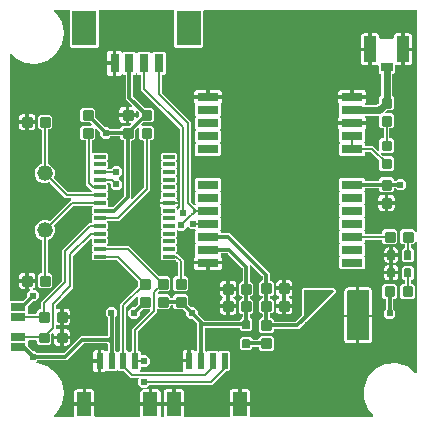
<source format=gbr>
G04 EAGLE Gerber RS-274X export*
G75*
%MOMM*%
%FSLAX34Y34*%
%LPD*%
%INTop Copper*%
%IPPOS*%
%AMOC8*
5,1,8,0,0,1.08239X$1,22.5*%
G01*
%ADD10C,0.222250*%
%ADD11C,0.175000*%
%ADD12R,0.600000X1.350000*%
%ADD13R,1.200000X2.000000*%
%ADD14R,1.270000X0.635000*%
%ADD15R,0.990600X0.304800*%
%ADD16C,1.320800*%
%ADD17R,1.800000X0.800000*%
%ADD18C,0.158750*%
%ADD19R,1.050000X2.200000*%
%ADD20R,1.000000X0.800000*%
%ADD21C,0.500000*%
%ADD22R,0.800000X1.600000*%
%ADD23R,2.100000X3.000000*%
%ADD24C,0.609600*%
%ADD25C,0.304800*%
%ADD26C,0.203200*%
%ADD27C,0.177800*%
%ADD28C,0.591819*%

G36*
X58730Y5211D02*
X58730Y5211D01*
X58749Y5209D01*
X58851Y5231D01*
X58953Y5247D01*
X58970Y5257D01*
X58990Y5261D01*
X59079Y5314D01*
X59170Y5363D01*
X59184Y5377D01*
X59201Y5387D01*
X59268Y5466D01*
X59340Y5541D01*
X59348Y5559D01*
X59361Y5574D01*
X59400Y5670D01*
X59443Y5764D01*
X59445Y5784D01*
X59453Y5802D01*
X59471Y5969D01*
X59471Y14305D01*
X67250Y14305D01*
X67270Y14308D01*
X67289Y14306D01*
X67391Y14328D01*
X67493Y14345D01*
X67510Y14354D01*
X67530Y14358D01*
X67619Y14411D01*
X67710Y14460D01*
X67724Y14474D01*
X67741Y14484D01*
X67808Y14563D01*
X67879Y14638D01*
X67888Y14656D01*
X67901Y14671D01*
X67940Y14767D01*
X67983Y14861D01*
X67985Y14881D01*
X67993Y14899D01*
X68011Y15066D01*
X68011Y15829D01*
X68013Y15829D01*
X68013Y15066D01*
X68016Y15046D01*
X68014Y15027D01*
X68036Y14925D01*
X68053Y14823D01*
X68062Y14806D01*
X68066Y14786D01*
X68119Y14697D01*
X68168Y14606D01*
X68182Y14592D01*
X68192Y14575D01*
X68271Y14508D01*
X68346Y14437D01*
X68364Y14428D01*
X68379Y14415D01*
X68475Y14376D01*
X68569Y14333D01*
X68589Y14331D01*
X68607Y14323D01*
X68774Y14305D01*
X76553Y14305D01*
X76553Y5969D01*
X76556Y5949D01*
X76554Y5930D01*
X76576Y5828D01*
X76592Y5726D01*
X76602Y5709D01*
X76606Y5689D01*
X76659Y5600D01*
X76708Y5509D01*
X76722Y5495D01*
X76732Y5478D01*
X76811Y5411D01*
X76886Y5339D01*
X76904Y5331D01*
X76919Y5318D01*
X77015Y5279D01*
X77109Y5236D01*
X77129Y5234D01*
X77147Y5226D01*
X77314Y5208D01*
X114710Y5208D01*
X114730Y5211D01*
X114749Y5209D01*
X114851Y5231D01*
X114953Y5247D01*
X114970Y5257D01*
X114990Y5261D01*
X115079Y5314D01*
X115170Y5363D01*
X115184Y5377D01*
X115201Y5387D01*
X115268Y5466D01*
X115340Y5541D01*
X115348Y5559D01*
X115361Y5574D01*
X115400Y5670D01*
X115443Y5764D01*
X115445Y5784D01*
X115453Y5802D01*
X115471Y5969D01*
X115471Y14305D01*
X123250Y14305D01*
X123270Y14308D01*
X123289Y14306D01*
X123391Y14328D01*
X123493Y14345D01*
X123510Y14354D01*
X123530Y14358D01*
X123619Y14411D01*
X123710Y14460D01*
X123724Y14474D01*
X123741Y14484D01*
X123808Y14563D01*
X123879Y14638D01*
X123888Y14656D01*
X123901Y14671D01*
X123940Y14767D01*
X123983Y14861D01*
X123985Y14881D01*
X123993Y14899D01*
X124011Y15066D01*
X124011Y15829D01*
X124013Y15829D01*
X124013Y15066D01*
X124016Y15046D01*
X124014Y15027D01*
X124036Y14925D01*
X124053Y14823D01*
X124062Y14806D01*
X124066Y14786D01*
X124119Y14697D01*
X124168Y14606D01*
X124182Y14592D01*
X124192Y14575D01*
X124271Y14508D01*
X124346Y14437D01*
X124364Y14428D01*
X124379Y14415D01*
X124475Y14376D01*
X124569Y14333D01*
X124589Y14331D01*
X124607Y14323D01*
X124774Y14305D01*
X132553Y14305D01*
X132553Y5969D01*
X132556Y5949D01*
X132554Y5930D01*
X132576Y5828D01*
X132592Y5726D01*
X132602Y5709D01*
X132606Y5689D01*
X132659Y5600D01*
X132708Y5509D01*
X132722Y5495D01*
X132732Y5478D01*
X132811Y5411D01*
X132886Y5339D01*
X132904Y5331D01*
X132919Y5318D01*
X133015Y5279D01*
X133109Y5236D01*
X133129Y5234D01*
X133147Y5226D01*
X133314Y5208D01*
X134402Y5208D01*
X134422Y5211D01*
X134441Y5209D01*
X134543Y5231D01*
X134645Y5247D01*
X134662Y5257D01*
X134682Y5261D01*
X134771Y5314D01*
X134862Y5363D01*
X134876Y5377D01*
X134893Y5387D01*
X134960Y5466D01*
X135032Y5541D01*
X135040Y5559D01*
X135053Y5574D01*
X135092Y5670D01*
X135135Y5764D01*
X135137Y5784D01*
X135145Y5802D01*
X135163Y5969D01*
X135163Y14559D01*
X142942Y14559D01*
X142962Y14562D01*
X142981Y14560D01*
X143083Y14582D01*
X143185Y14599D01*
X143202Y14608D01*
X143222Y14612D01*
X143311Y14665D01*
X143402Y14714D01*
X143416Y14728D01*
X143433Y14738D01*
X143500Y14817D01*
X143571Y14892D01*
X143580Y14910D01*
X143593Y14925D01*
X143632Y15021D01*
X143675Y15115D01*
X143677Y15135D01*
X143685Y15153D01*
X143703Y15320D01*
X143703Y16083D01*
X143705Y16083D01*
X143705Y15320D01*
X143708Y15300D01*
X143706Y15281D01*
X143728Y15179D01*
X143745Y15077D01*
X143754Y15060D01*
X143758Y15040D01*
X143811Y14951D01*
X143860Y14860D01*
X143874Y14846D01*
X143884Y14829D01*
X143963Y14762D01*
X144038Y14691D01*
X144056Y14682D01*
X144071Y14669D01*
X144167Y14630D01*
X144261Y14587D01*
X144281Y14585D01*
X144299Y14577D01*
X144466Y14559D01*
X152245Y14559D01*
X152245Y5969D01*
X152248Y5949D01*
X152246Y5930D01*
X152268Y5828D01*
X152284Y5726D01*
X152294Y5709D01*
X152298Y5689D01*
X152351Y5600D01*
X152400Y5509D01*
X152414Y5495D01*
X152424Y5478D01*
X152503Y5411D01*
X152578Y5339D01*
X152596Y5331D01*
X152611Y5318D01*
X152707Y5279D01*
X152801Y5236D01*
X152821Y5234D01*
X152839Y5226D01*
X153006Y5208D01*
X190402Y5208D01*
X190422Y5211D01*
X190441Y5209D01*
X190543Y5231D01*
X190645Y5247D01*
X190662Y5257D01*
X190682Y5261D01*
X190771Y5314D01*
X190862Y5363D01*
X190876Y5377D01*
X190893Y5387D01*
X190960Y5466D01*
X191032Y5541D01*
X191040Y5559D01*
X191053Y5574D01*
X191092Y5670D01*
X191135Y5764D01*
X191137Y5784D01*
X191145Y5802D01*
X191163Y5969D01*
X191163Y14559D01*
X198942Y14559D01*
X198962Y14562D01*
X198981Y14560D01*
X199083Y14582D01*
X199185Y14599D01*
X199202Y14608D01*
X199222Y14612D01*
X199311Y14665D01*
X199402Y14714D01*
X199416Y14728D01*
X199433Y14738D01*
X199500Y14817D01*
X199571Y14892D01*
X199580Y14910D01*
X199593Y14925D01*
X199632Y15021D01*
X199675Y15115D01*
X199677Y15135D01*
X199685Y15153D01*
X199703Y15320D01*
X199703Y16083D01*
X199705Y16083D01*
X199705Y15320D01*
X199708Y15300D01*
X199706Y15281D01*
X199728Y15179D01*
X199745Y15077D01*
X199754Y15060D01*
X199758Y15040D01*
X199811Y14951D01*
X199860Y14860D01*
X199874Y14846D01*
X199884Y14829D01*
X199963Y14762D01*
X200038Y14691D01*
X200056Y14682D01*
X200071Y14669D01*
X200167Y14630D01*
X200261Y14587D01*
X200281Y14585D01*
X200299Y14577D01*
X200466Y14559D01*
X208245Y14559D01*
X208245Y5969D01*
X208248Y5949D01*
X208246Y5930D01*
X208268Y5828D01*
X208284Y5726D01*
X208294Y5709D01*
X208298Y5689D01*
X208351Y5600D01*
X208400Y5509D01*
X208414Y5495D01*
X208424Y5478D01*
X208503Y5411D01*
X208578Y5339D01*
X208596Y5331D01*
X208611Y5318D01*
X208707Y5279D01*
X208801Y5236D01*
X208821Y5234D01*
X208839Y5226D01*
X209006Y5208D01*
X311869Y5208D01*
X311922Y5216D01*
X311977Y5215D01*
X312043Y5236D01*
X312112Y5247D01*
X312160Y5273D01*
X312211Y5289D01*
X312268Y5330D01*
X312329Y5363D01*
X312366Y5402D01*
X312410Y5434D01*
X312450Y5490D01*
X312498Y5541D01*
X312521Y5590D01*
X312553Y5634D01*
X312573Y5701D01*
X312602Y5764D01*
X312608Y5818D01*
X312624Y5870D01*
X312621Y5939D01*
X312629Y6008D01*
X312618Y6061D01*
X312616Y6116D01*
X312592Y6181D01*
X312577Y6249D01*
X312549Y6295D01*
X312530Y6346D01*
X312466Y6435D01*
X312451Y6460D01*
X312442Y6467D01*
X312431Y6482D01*
X307907Y11445D01*
X304489Y20269D01*
X304489Y29731D01*
X307907Y38555D01*
X314282Y45549D01*
X322753Y49767D01*
X332176Y50640D01*
X341278Y48050D01*
X348372Y42692D01*
X348389Y42683D01*
X348403Y42670D01*
X348498Y42626D01*
X348590Y42578D01*
X348609Y42575D01*
X348626Y42567D01*
X348730Y42555D01*
X348833Y42539D01*
X348852Y42542D01*
X348870Y42540D01*
X348972Y42562D01*
X349075Y42579D01*
X349092Y42588D01*
X349111Y42592D01*
X349200Y42645D01*
X349293Y42694D01*
X349306Y42708D01*
X349322Y42718D01*
X349390Y42797D01*
X349461Y42873D01*
X349469Y42891D01*
X349482Y42905D01*
X349521Y43002D01*
X349565Y43097D01*
X349567Y43115D01*
X349574Y43133D01*
X349592Y43300D01*
X349592Y152850D01*
X349581Y152921D01*
X349579Y152992D01*
X349561Y153041D01*
X349553Y153093D01*
X349519Y153156D01*
X349494Y153223D01*
X349462Y153264D01*
X349437Y153310D01*
X349385Y153359D01*
X349341Y153415D01*
X349297Y153444D01*
X349259Y153479D01*
X349194Y153510D01*
X349134Y153548D01*
X349083Y153561D01*
X349036Y153583D01*
X348965Y153591D01*
X348895Y153608D01*
X348843Y153604D01*
X348792Y153610D01*
X348721Y153595D01*
X348650Y153589D01*
X348602Y153569D01*
X348551Y153558D01*
X348490Y153521D01*
X348424Y153493D01*
X348368Y153448D01*
X348340Y153432D01*
X348325Y153414D01*
X348293Y153388D01*
X346415Y151510D01*
X345186Y151510D01*
X345166Y151507D01*
X345147Y151509D01*
X345045Y151487D01*
X344943Y151471D01*
X344926Y151461D01*
X344906Y151457D01*
X344817Y151404D01*
X344726Y151355D01*
X344712Y151341D01*
X344695Y151331D01*
X344628Y151252D01*
X344556Y151177D01*
X344548Y151159D01*
X344535Y151144D01*
X344496Y151048D01*
X344453Y150954D01*
X344451Y150934D01*
X344443Y150916D01*
X344425Y150749D01*
X344425Y148780D01*
X344428Y148761D01*
X344426Y148741D01*
X344448Y148640D01*
X344464Y148538D01*
X344474Y148520D01*
X344478Y148501D01*
X344531Y148412D01*
X344580Y148320D01*
X344594Y148307D01*
X344604Y148290D01*
X344683Y148222D01*
X344758Y148151D01*
X344776Y148143D01*
X344791Y148130D01*
X344887Y148091D01*
X344981Y148047D01*
X345001Y148045D01*
X345019Y148038D01*
X345186Y148019D01*
X345204Y148019D01*
X346711Y146512D01*
X346711Y137968D01*
X345204Y136461D01*
X338310Y136461D01*
X336803Y137968D01*
X336803Y146512D01*
X338310Y148019D01*
X338582Y148019D01*
X338602Y148022D01*
X338621Y148020D01*
X338723Y148042D01*
X338825Y148059D01*
X338842Y148068D01*
X338862Y148073D01*
X338951Y148126D01*
X339042Y148174D01*
X339056Y148188D01*
X339073Y148199D01*
X339140Y148277D01*
X339212Y148352D01*
X339220Y148370D01*
X339233Y148386D01*
X339272Y148482D01*
X339315Y148575D01*
X339317Y148595D01*
X339325Y148614D01*
X339343Y148780D01*
X339343Y150749D01*
X339340Y150769D01*
X339342Y150788D01*
X339320Y150890D01*
X339304Y150992D01*
X339294Y151009D01*
X339290Y151029D01*
X339237Y151118D01*
X339188Y151209D01*
X339174Y151223D01*
X339164Y151240D01*
X339085Y151307D01*
X339010Y151379D01*
X338992Y151387D01*
X338977Y151400D01*
X338881Y151439D01*
X338787Y151482D01*
X338767Y151484D01*
X338749Y151492D01*
X338582Y151510D01*
X337353Y151510D01*
X335660Y153203D01*
X335660Y162265D01*
X337353Y163958D01*
X346415Y163958D01*
X348293Y162080D01*
X348351Y162038D01*
X348403Y161989D01*
X348450Y161967D01*
X348492Y161936D01*
X348561Y161915D01*
X348626Y161885D01*
X348678Y161879D01*
X348728Y161864D01*
X348799Y161866D01*
X348870Y161858D01*
X348921Y161869D01*
X348973Y161870D01*
X349041Y161895D01*
X349111Y161910D01*
X349156Y161937D01*
X349204Y161955D01*
X349260Y162000D01*
X349322Y162036D01*
X349356Y162076D01*
X349396Y162108D01*
X349435Y162169D01*
X349482Y162223D01*
X349501Y162272D01*
X349529Y162315D01*
X349547Y162385D01*
X349574Y162451D01*
X349582Y162523D01*
X349590Y162554D01*
X349588Y162577D01*
X349592Y162618D01*
X349592Y348831D01*
X349589Y348851D01*
X349591Y348870D01*
X349569Y348972D01*
X349553Y349074D01*
X349543Y349091D01*
X349539Y349111D01*
X349486Y349200D01*
X349437Y349291D01*
X349423Y349305D01*
X349413Y349322D01*
X349334Y349389D01*
X349259Y349461D01*
X349241Y349469D01*
X349226Y349482D01*
X349130Y349521D01*
X349036Y349564D01*
X349016Y349566D01*
X348998Y349574D01*
X348831Y349592D01*
X169604Y349592D01*
X169584Y349589D01*
X169565Y349591D01*
X169463Y349569D01*
X169361Y349553D01*
X169344Y349543D01*
X169324Y349539D01*
X169235Y349486D01*
X169144Y349437D01*
X169130Y349423D01*
X169113Y349413D01*
X169046Y349334D01*
X168974Y349259D01*
X168966Y349241D01*
X168953Y349226D01*
X168914Y349130D01*
X168871Y349036D01*
X168869Y349016D01*
X168861Y348998D01*
X168843Y348831D01*
X168843Y318809D01*
X167801Y317767D01*
X145327Y317767D01*
X144285Y318809D01*
X144285Y348831D01*
X144282Y348851D01*
X144284Y348870D01*
X144262Y348972D01*
X144246Y349074D01*
X144236Y349091D01*
X144232Y349111D01*
X144179Y349200D01*
X144130Y349291D01*
X144116Y349305D01*
X144106Y349322D01*
X144027Y349389D01*
X143952Y349461D01*
X143934Y349469D01*
X143919Y349482D01*
X143823Y349521D01*
X143729Y349564D01*
X143709Y349566D01*
X143691Y349574D01*
X143524Y349592D01*
X81104Y349592D01*
X81084Y349589D01*
X81065Y349591D01*
X80963Y349569D01*
X80861Y349553D01*
X80844Y349543D01*
X80824Y349539D01*
X80735Y349486D01*
X80644Y349437D01*
X80630Y349423D01*
X80613Y349413D01*
X80546Y349334D01*
X80474Y349259D01*
X80466Y349241D01*
X80453Y349226D01*
X80414Y349130D01*
X80371Y349036D01*
X80369Y349016D01*
X80361Y348998D01*
X80343Y348831D01*
X80343Y318809D01*
X79301Y317767D01*
X56827Y317767D01*
X55785Y318809D01*
X55785Y348831D01*
X55782Y348851D01*
X55784Y348870D01*
X55762Y348972D01*
X55746Y349074D01*
X55736Y349091D01*
X55732Y349111D01*
X55679Y349200D01*
X55630Y349291D01*
X55616Y349305D01*
X55606Y349322D01*
X55527Y349389D01*
X55452Y349461D01*
X55434Y349469D01*
X55419Y349482D01*
X55323Y349521D01*
X55229Y349564D01*
X55209Y349566D01*
X55191Y349574D01*
X55024Y349592D01*
X43063Y349592D01*
X43062Y349592D01*
X43061Y349592D01*
X42936Y349572D01*
X42820Y349553D01*
X42819Y349552D01*
X42818Y349552D01*
X42705Y349492D01*
X42603Y349437D01*
X42602Y349437D01*
X42601Y349436D01*
X42514Y349344D01*
X42433Y349259D01*
X42433Y349258D01*
X42432Y349258D01*
X42377Y349138D01*
X42330Y349036D01*
X42330Y349035D01*
X42329Y349034D01*
X42316Y348912D01*
X42303Y348792D01*
X42303Y348791D01*
X42303Y348790D01*
X42328Y348676D01*
X42355Y348551D01*
X42355Y348550D01*
X42416Y348449D01*
X42481Y348340D01*
X42482Y348340D01*
X42482Y348339D01*
X42604Y348224D01*
X44029Y347147D01*
X49011Y339102D01*
X50750Y329800D01*
X49011Y320498D01*
X44029Y312453D01*
X36478Y306750D01*
X27376Y304160D01*
X17953Y305033D01*
X9482Y309251D01*
X6532Y312488D01*
X6462Y312544D01*
X6397Y312605D01*
X6366Y312620D01*
X6339Y312641D01*
X6255Y312671D01*
X6174Y312709D01*
X6140Y312713D01*
X6107Y312724D01*
X6018Y312726D01*
X5930Y312736D01*
X5896Y312728D01*
X5861Y312729D01*
X5776Y312702D01*
X5689Y312684D01*
X5660Y312666D01*
X5627Y312655D01*
X5555Y312603D01*
X5478Y312557D01*
X5456Y312531D01*
X5428Y312511D01*
X5376Y312438D01*
X5318Y312370D01*
X5305Y312338D01*
X5285Y312310D01*
X5260Y312225D01*
X5226Y312142D01*
X5221Y312098D01*
X5214Y312075D01*
X5215Y312043D01*
X5208Y311976D01*
X5208Y103759D01*
X5211Y103739D01*
X5209Y103720D01*
X5231Y103618D01*
X5247Y103516D01*
X5257Y103499D01*
X5261Y103479D01*
X5314Y103390D01*
X5363Y103299D01*
X5377Y103285D01*
X5387Y103268D01*
X5466Y103201D01*
X5541Y103129D01*
X5559Y103121D01*
X5574Y103108D01*
X5670Y103069D01*
X5764Y103026D01*
X5784Y103024D01*
X5802Y103016D01*
X5969Y102998D01*
X15313Y102998D01*
X15403Y103012D01*
X15494Y103020D01*
X15524Y103032D01*
X15556Y103037D01*
X15636Y103080D01*
X15720Y103116D01*
X15752Y103142D01*
X15773Y103153D01*
X15795Y103176D01*
X15851Y103221D01*
X19588Y106958D01*
X19641Y107032D01*
X19701Y107101D01*
X19713Y107131D01*
X19732Y107158D01*
X19759Y107245D01*
X19793Y107329D01*
X19797Y107370D01*
X19804Y107393D01*
X19803Y107425D01*
X19811Y107496D01*
X19811Y109695D01*
X22227Y112111D01*
X22269Y112169D01*
X22318Y112221D01*
X22340Y112268D01*
X22370Y112310D01*
X22391Y112379D01*
X22422Y112444D01*
X22427Y112496D01*
X22443Y112546D01*
X22441Y112617D01*
X22449Y112688D01*
X22438Y112739D01*
X22436Y112791D01*
X22412Y112859D01*
X22396Y112929D01*
X22370Y112974D01*
X22352Y113022D01*
X22307Y113078D01*
X22270Y113140D01*
X22231Y113174D01*
X22198Y113214D01*
X22138Y113253D01*
X22083Y113300D01*
X22035Y113319D01*
X21991Y113347D01*
X21922Y113365D01*
X21855Y113392D01*
X21784Y113400D01*
X21753Y113408D01*
X21729Y113406D01*
X21688Y113410D01*
X21081Y113410D01*
X21081Y118873D01*
X26544Y118873D01*
X26544Y116581D01*
X26295Y115653D01*
X25814Y114820D01*
X25134Y114140D01*
X24793Y113943D01*
X24762Y113918D01*
X24751Y113912D01*
X24747Y113908D01*
X24714Y113890D01*
X24662Y113836D01*
X24603Y113788D01*
X24578Y113747D01*
X24545Y113712D01*
X24513Y113643D01*
X24472Y113579D01*
X24461Y113533D01*
X24441Y113489D01*
X24433Y113414D01*
X24415Y113340D01*
X24419Y113292D01*
X24414Y113245D01*
X24430Y113170D01*
X24437Y113095D01*
X24456Y113051D01*
X24466Y113004D01*
X24505Y112939D01*
X24535Y112870D01*
X24568Y112834D01*
X24592Y112793D01*
X24650Y112744D01*
X24701Y112688D01*
X24743Y112664D01*
X24779Y112633D01*
X24849Y112605D01*
X24916Y112568D01*
X24963Y112559D01*
X25007Y112541D01*
X25136Y112527D01*
X25157Y112523D01*
X25164Y112524D01*
X25174Y112523D01*
X26637Y112523D01*
X29465Y109695D01*
X29465Y105697D01*
X26637Y102869D01*
X24438Y102869D01*
X24348Y102855D01*
X24257Y102847D01*
X24227Y102835D01*
X24195Y102830D01*
X24115Y102787D01*
X24031Y102751D01*
X23999Y102725D01*
X23978Y102714D01*
X23956Y102691D01*
X23900Y102646D01*
X20290Y99036D01*
X20237Y98962D01*
X20177Y98893D01*
X20165Y98863D01*
X20146Y98836D01*
X20119Y98749D01*
X20085Y98665D01*
X20081Y98624D01*
X20074Y98601D01*
X20075Y98569D01*
X20067Y98498D01*
X20067Y93218D01*
X20070Y93198D01*
X20068Y93179D01*
X20090Y93077D01*
X20106Y92975D01*
X20116Y92958D01*
X20120Y92938D01*
X20173Y92849D01*
X20222Y92758D01*
X20236Y92744D01*
X20246Y92727D01*
X20325Y92660D01*
X20400Y92588D01*
X20418Y92580D01*
X20433Y92567D01*
X20529Y92528D01*
X20623Y92485D01*
X20643Y92483D01*
X20661Y92475D01*
X20828Y92457D01*
X26797Y92457D01*
X26817Y92460D01*
X26836Y92458D01*
X26938Y92480D01*
X27040Y92496D01*
X27057Y92506D01*
X27077Y92510D01*
X27166Y92563D01*
X27257Y92612D01*
X27271Y92626D01*
X27288Y92636D01*
X27355Y92715D01*
X27427Y92790D01*
X27435Y92808D01*
X27448Y92823D01*
X27487Y92919D01*
X27530Y93013D01*
X27532Y93033D01*
X27540Y93051D01*
X27558Y93218D01*
X27558Y94447D01*
X29251Y96140D01*
X30480Y96140D01*
X30500Y96143D01*
X30519Y96141D01*
X30621Y96163D01*
X30723Y96179D01*
X30740Y96189D01*
X30760Y96193D01*
X30849Y96246D01*
X30940Y96295D01*
X30954Y96309D01*
X30971Y96319D01*
X31038Y96398D01*
X31110Y96473D01*
X31118Y96491D01*
X31131Y96506D01*
X31170Y96602D01*
X31213Y96696D01*
X31215Y96716D01*
X31223Y96734D01*
X31241Y96901D01*
X31241Y102398D01*
X48798Y119955D01*
X48851Y120029D01*
X48911Y120099D01*
X48923Y120129D01*
X48942Y120155D01*
X48969Y120242D01*
X49003Y120327D01*
X49007Y120368D01*
X49014Y120390D01*
X49013Y120422D01*
X49021Y120494D01*
X49021Y146848D01*
X71598Y169425D01*
X74187Y169425D01*
X74258Y169436D01*
X74329Y169438D01*
X74378Y169456D01*
X74430Y169464D01*
X74493Y169498D01*
X74560Y169523D01*
X74601Y169555D01*
X74647Y169580D01*
X74696Y169631D01*
X74752Y169676D01*
X74781Y169720D01*
X74816Y169758D01*
X74847Y169823D01*
X74885Y169883D01*
X74898Y169934D01*
X74920Y169981D01*
X74928Y170052D01*
X74945Y170122D01*
X74941Y170174D01*
X74947Y170225D01*
X74932Y170296D01*
X74926Y170367D01*
X74906Y170415D01*
X74895Y170466D01*
X74858Y170527D01*
X74830Y170593D01*
X74785Y170649D01*
X74769Y170677D01*
X74751Y170692D01*
X74725Y170724D01*
X74326Y171123D01*
X74326Y175645D01*
X74777Y176096D01*
X74789Y176112D01*
X74804Y176124D01*
X74860Y176212D01*
X74921Y176295D01*
X74927Y176314D01*
X74937Y176331D01*
X74963Y176432D01*
X74993Y176531D01*
X74993Y176550D01*
X74997Y176570D01*
X74989Y176673D01*
X74987Y176776D01*
X74980Y176795D01*
X74978Y176815D01*
X74938Y176910D01*
X74902Y177007D01*
X74890Y177023D01*
X74882Y177041D01*
X74777Y177172D01*
X74326Y177623D01*
X74326Y182145D01*
X74725Y182544D01*
X74767Y182602D01*
X74816Y182654D01*
X74838Y182701D01*
X74869Y182743D01*
X74890Y182812D01*
X74920Y182877D01*
X74926Y182929D01*
X74941Y182979D01*
X74939Y183050D01*
X74947Y183121D01*
X74936Y183172D01*
X74935Y183224D01*
X74910Y183292D01*
X74895Y183362D01*
X74868Y183407D01*
X74850Y183455D01*
X74806Y183511D01*
X74769Y183573D01*
X74729Y183607D01*
X74697Y183647D01*
X74636Y183686D01*
X74582Y183733D01*
X74533Y183752D01*
X74490Y183780D01*
X74420Y183798D01*
X74354Y183825D01*
X74282Y183833D01*
X74251Y183841D01*
X74228Y183839D01*
X74187Y183843D01*
X59228Y183843D01*
X59138Y183829D01*
X59047Y183821D01*
X59017Y183809D01*
X58985Y183804D01*
X58904Y183761D01*
X58820Y183725D01*
X58788Y183699D01*
X58768Y183688D01*
X58745Y183665D01*
X58689Y183620D01*
X42372Y167303D01*
X42304Y167208D01*
X42234Y167114D01*
X42232Y167108D01*
X42228Y167103D01*
X42194Y166992D01*
X42158Y166880D01*
X42158Y166874D01*
X42156Y166868D01*
X42159Y166751D01*
X42160Y166634D01*
X42162Y166627D01*
X42162Y166622D01*
X42169Y166605D01*
X42207Y166473D01*
X42927Y164735D01*
X42927Y161401D01*
X41651Y158320D01*
X39292Y155961D01*
X37555Y155242D01*
X37455Y155180D01*
X37355Y155120D01*
X37351Y155115D01*
X37346Y155112D01*
X37271Y155022D01*
X37195Y154933D01*
X37193Y154927D01*
X37189Y154923D01*
X37147Y154814D01*
X37103Y154705D01*
X37102Y154698D01*
X37101Y154693D01*
X37100Y154675D01*
X37085Y154538D01*
X37085Y127381D01*
X37088Y127361D01*
X37086Y127342D01*
X37108Y127240D01*
X37124Y127138D01*
X37134Y127121D01*
X37138Y127101D01*
X37191Y127012D01*
X37240Y126921D01*
X37254Y126907D01*
X37264Y126890D01*
X37343Y126823D01*
X37418Y126751D01*
X37436Y126743D01*
X37451Y126730D01*
X37547Y126691D01*
X37641Y126648D01*
X37661Y126646D01*
X37679Y126638D01*
X37846Y126620D01*
X39329Y126620D01*
X41022Y124927D01*
X41022Y115865D01*
X39329Y114172D01*
X30267Y114172D01*
X28574Y115865D01*
X28574Y124927D01*
X30267Y126620D01*
X31242Y126620D01*
X31262Y126623D01*
X31281Y126621D01*
X31383Y126643D01*
X31485Y126659D01*
X31502Y126669D01*
X31522Y126673D01*
X31611Y126726D01*
X31702Y126775D01*
X31716Y126789D01*
X31733Y126799D01*
X31800Y126878D01*
X31872Y126953D01*
X31880Y126971D01*
X31893Y126986D01*
X31932Y127082D01*
X31975Y127176D01*
X31977Y127196D01*
X31985Y127214D01*
X32003Y127381D01*
X32003Y154538D01*
X31984Y154653D01*
X31967Y154769D01*
X31965Y154775D01*
X31964Y154781D01*
X31909Y154884D01*
X31856Y154989D01*
X31851Y154993D01*
X31848Y154998D01*
X31764Y155078D01*
X31680Y155161D01*
X31674Y155164D01*
X31670Y155168D01*
X31653Y155176D01*
X31533Y155242D01*
X29796Y155961D01*
X27437Y158320D01*
X26161Y161401D01*
X26161Y164735D01*
X27437Y167816D01*
X29796Y170175D01*
X32877Y171451D01*
X36211Y171451D01*
X37949Y170731D01*
X38063Y170704D01*
X38176Y170676D01*
X38183Y170676D01*
X38189Y170675D01*
X38305Y170686D01*
X38422Y170695D01*
X38427Y170697D01*
X38434Y170698D01*
X38541Y170746D01*
X38648Y170791D01*
X38654Y170796D01*
X38658Y170798D01*
X38672Y170811D01*
X38779Y170896D01*
X56927Y189044D01*
X56968Y189102D01*
X57018Y189154D01*
X57040Y189201D01*
X57070Y189243D01*
X57091Y189312D01*
X57121Y189377D01*
X57127Y189429D01*
X57143Y189479D01*
X57141Y189550D01*
X57149Y189621D01*
X57137Y189672D01*
X57136Y189724D01*
X57112Y189792D01*
X57096Y189862D01*
X57070Y189906D01*
X57052Y189955D01*
X57007Y190011D01*
X56970Y190073D01*
X56931Y190107D01*
X56898Y190147D01*
X56838Y190186D01*
X56783Y190233D01*
X56735Y190252D01*
X56691Y190280D01*
X56622Y190298D01*
X56555Y190325D01*
X56484Y190333D01*
X56453Y190341D01*
X56429Y190339D01*
X56388Y190343D01*
X51936Y190343D01*
X38779Y203500D01*
X38684Y203568D01*
X38590Y203638D01*
X38584Y203640D01*
X38579Y203644D01*
X38468Y203678D01*
X38356Y203714D01*
X38350Y203714D01*
X38344Y203716D01*
X38227Y203713D01*
X38110Y203712D01*
X38103Y203710D01*
X38098Y203710D01*
X38081Y203703D01*
X37949Y203665D01*
X36211Y202945D01*
X32877Y202945D01*
X29796Y204221D01*
X27437Y206580D01*
X26161Y209661D01*
X26161Y212995D01*
X27437Y216076D01*
X29796Y218435D01*
X31533Y219154D01*
X31633Y219216D01*
X31733Y219276D01*
X31737Y219281D01*
X31742Y219284D01*
X31817Y219374D01*
X31893Y219463D01*
X31895Y219469D01*
X31899Y219473D01*
X31941Y219582D01*
X31985Y219691D01*
X31986Y219698D01*
X31987Y219703D01*
X31988Y219721D01*
X32003Y219858D01*
X32003Y247777D01*
X32000Y247797D01*
X32002Y247816D01*
X31980Y247918D01*
X31964Y248020D01*
X31954Y248037D01*
X31950Y248057D01*
X31897Y248146D01*
X31848Y248237D01*
X31834Y248251D01*
X31824Y248268D01*
X31745Y248335D01*
X31670Y248407D01*
X31652Y248415D01*
X31637Y248428D01*
X31541Y248467D01*
X31447Y248510D01*
X31427Y248512D01*
X31409Y248520D01*
X31242Y248538D01*
X30267Y248538D01*
X28574Y250231D01*
X28574Y259293D01*
X30267Y260986D01*
X39329Y260986D01*
X41022Y259293D01*
X41022Y250231D01*
X39329Y248538D01*
X37846Y248538D01*
X37826Y248535D01*
X37807Y248537D01*
X37705Y248515D01*
X37603Y248499D01*
X37586Y248489D01*
X37566Y248485D01*
X37477Y248432D01*
X37386Y248383D01*
X37372Y248369D01*
X37355Y248359D01*
X37288Y248280D01*
X37216Y248205D01*
X37208Y248187D01*
X37195Y248172D01*
X37156Y248076D01*
X37113Y247982D01*
X37111Y247962D01*
X37103Y247944D01*
X37085Y247777D01*
X37085Y219858D01*
X37086Y219847D01*
X37086Y219841D01*
X37093Y219808D01*
X37104Y219743D01*
X37121Y219627D01*
X37123Y219621D01*
X37124Y219615D01*
X37179Y219512D01*
X37232Y219407D01*
X37237Y219403D01*
X37240Y219398D01*
X37324Y219318D01*
X37408Y219235D01*
X37414Y219232D01*
X37418Y219228D01*
X37435Y219220D01*
X37555Y219154D01*
X39292Y218435D01*
X41651Y216076D01*
X42927Y212995D01*
X42927Y209661D01*
X42207Y207923D01*
X42180Y207809D01*
X42152Y207696D01*
X42152Y207689D01*
X42151Y207683D01*
X42162Y207567D01*
X42171Y207450D01*
X42173Y207445D01*
X42174Y207438D01*
X42222Y207331D01*
X42267Y207224D01*
X42272Y207218D01*
X42274Y207214D01*
X42287Y207200D01*
X42372Y207093D01*
X53817Y195648D01*
X53891Y195595D01*
X53961Y195535D01*
X53991Y195523D01*
X54017Y195504D01*
X54104Y195477D01*
X54189Y195443D01*
X54230Y195439D01*
X54252Y195432D01*
X54284Y195433D01*
X54356Y195425D01*
X73972Y195425D01*
X74043Y195436D01*
X74115Y195438D01*
X74164Y195456D01*
X74215Y195464D01*
X74278Y195498D01*
X74346Y195523D01*
X74386Y195555D01*
X74432Y195580D01*
X74482Y195632D01*
X74538Y195676D01*
X74566Y195720D01*
X74602Y195758D01*
X74632Y195823D01*
X74671Y195883D01*
X74684Y195934D01*
X74705Y195981D01*
X74713Y196052D01*
X74731Y196122D01*
X74727Y196174D01*
X74733Y196225D01*
X74717Y196296D01*
X74712Y196367D01*
X74691Y196415D01*
X74680Y196466D01*
X74643Y196527D01*
X74615Y196593D01*
X74571Y196649D01*
X74554Y196677D01*
X74536Y196692D01*
X74511Y196724D01*
X71053Y200182D01*
X69341Y201894D01*
X69341Y238633D01*
X69338Y238653D01*
X69340Y238672D01*
X69318Y238774D01*
X69302Y238876D01*
X69292Y238893D01*
X69288Y238913D01*
X69235Y239002D01*
X69186Y239093D01*
X69172Y239107D01*
X69162Y239124D01*
X69083Y239191D01*
X69008Y239263D01*
X68990Y239271D01*
X68975Y239284D01*
X68879Y239323D01*
X68785Y239366D01*
X68765Y239368D01*
X68747Y239376D01*
X68580Y239394D01*
X66335Y239394D01*
X64642Y241087D01*
X64642Y250149D01*
X66335Y251842D01*
X73733Y251842D01*
X73804Y251853D01*
X73875Y251855D01*
X73924Y251873D01*
X73976Y251881D01*
X74039Y251915D01*
X74106Y251940D01*
X74147Y251972D01*
X74193Y251997D01*
X74242Y252049D01*
X74298Y252093D01*
X74327Y252137D01*
X74362Y252175D01*
X74393Y252240D01*
X74431Y252300D01*
X74444Y252351D01*
X74466Y252398D01*
X74474Y252469D01*
X74491Y252539D01*
X74487Y252591D01*
X74493Y252642D01*
X74478Y252713D01*
X74472Y252784D01*
X74452Y252832D01*
X74441Y252883D01*
X74404Y252944D01*
X74376Y253010D01*
X74331Y253066D01*
X74315Y253094D01*
X74306Y253102D01*
X74304Y253105D01*
X74293Y253114D01*
X74271Y253141D01*
X73001Y254411D01*
X72927Y254464D01*
X72858Y254524D01*
X72828Y254536D01*
X72801Y254555D01*
X72714Y254582D01*
X72630Y254616D01*
X72589Y254620D01*
X72566Y254627D01*
X72534Y254626D01*
X72463Y254634D01*
X66335Y254634D01*
X64642Y256327D01*
X64642Y265389D01*
X66335Y267082D01*
X75397Y267082D01*
X77090Y265389D01*
X77090Y259261D01*
X77104Y259171D01*
X77112Y259080D01*
X77124Y259050D01*
X77129Y259018D01*
X77172Y258938D01*
X77208Y258854D01*
X77234Y258822D01*
X77245Y258801D01*
X77268Y258779D01*
X77313Y258723D01*
X85368Y250668D01*
X85442Y250615D01*
X85511Y250555D01*
X85541Y250543D01*
X85568Y250524D01*
X85655Y250497D01*
X85739Y250463D01*
X85780Y250459D01*
X85803Y250452D01*
X85835Y250453D01*
X85906Y250445D01*
X88105Y250445D01*
X89660Y248890D01*
X89734Y248837D01*
X89804Y248777D01*
X89834Y248765D01*
X89860Y248746D01*
X89947Y248719D01*
X90032Y248685D01*
X90073Y248681D01*
X90095Y248674D01*
X90127Y248675D01*
X90199Y248667D01*
X97663Y248667D01*
X97683Y248670D01*
X97702Y248668D01*
X97804Y248690D01*
X97906Y248706D01*
X97923Y248716D01*
X97943Y248720D01*
X98032Y248773D01*
X98123Y248822D01*
X98137Y248836D01*
X98154Y248846D01*
X98221Y248925D01*
X98293Y249000D01*
X98301Y249018D01*
X98314Y249033D01*
X98353Y249129D01*
X98396Y249223D01*
X98398Y249243D01*
X98406Y249261D01*
X98424Y249428D01*
X98424Y250149D01*
X100117Y251842D01*
X106245Y251842D01*
X106335Y251856D01*
X106426Y251864D01*
X106456Y251876D01*
X106488Y251881D01*
X106568Y251924D01*
X106652Y251960D01*
X106684Y251986D01*
X106705Y251997D01*
X106715Y252007D01*
X106716Y252008D01*
X106729Y252022D01*
X106783Y252065D01*
X107291Y252573D01*
X107333Y252631D01*
X107382Y252683D01*
X107404Y252730D01*
X107435Y252772D01*
X107456Y252841D01*
X107486Y252906D01*
X107492Y252958D01*
X107507Y253008D01*
X107505Y253079D01*
X107513Y253150D01*
X107502Y253201D01*
X107501Y253253D01*
X107476Y253321D01*
X107461Y253391D01*
X107434Y253435D01*
X107416Y253484D01*
X107371Y253540D01*
X107335Y253602D01*
X107295Y253636D01*
X107263Y253676D01*
X107202Y253715D01*
X107148Y253762D01*
X107099Y253781D01*
X107056Y253809D01*
X106986Y253827D01*
X106920Y253854D01*
X106848Y253862D01*
X106817Y253870D01*
X106794Y253868D01*
X106753Y253872D01*
X106171Y253872D01*
X106171Y259335D01*
X111634Y259335D01*
X111634Y258753D01*
X111645Y258682D01*
X111647Y258611D01*
X111665Y258562D01*
X111673Y258510D01*
X111707Y258447D01*
X111732Y258380D01*
X111764Y258339D01*
X111789Y258293D01*
X111841Y258244D01*
X111885Y258188D01*
X111929Y258159D01*
X111967Y258124D01*
X112032Y258093D01*
X112092Y258055D01*
X112143Y258042D01*
X112190Y258020D01*
X112261Y258012D01*
X112331Y257995D01*
X112383Y257999D01*
X112434Y257993D01*
X112505Y258008D01*
X112576Y258014D01*
X112624Y258034D01*
X112675Y258045D01*
X112736Y258082D01*
X112802Y258110D01*
X112858Y258155D01*
X112886Y258171D01*
X112901Y258189D01*
X112933Y258215D01*
X114203Y259485D01*
X114256Y259559D01*
X114316Y259628D01*
X114328Y259658D01*
X114347Y259685D01*
X114374Y259772D01*
X114408Y259856D01*
X114412Y259897D01*
X114419Y259920D01*
X114418Y259952D01*
X114426Y260023D01*
X114426Y262455D01*
X114412Y262545D01*
X114404Y262636D01*
X114392Y262666D01*
X114387Y262698D01*
X114344Y262778D01*
X114308Y262862D01*
X114282Y262894D01*
X114271Y262915D01*
X114248Y262937D01*
X114203Y262993D01*
X112933Y264263D01*
X112875Y264305D01*
X112823Y264354D01*
X112776Y264376D01*
X112734Y264407D01*
X112665Y264428D01*
X112600Y264458D01*
X112548Y264464D01*
X112498Y264479D01*
X112427Y264477D01*
X112356Y264485D01*
X112305Y264474D01*
X112253Y264473D01*
X112185Y264448D01*
X112115Y264433D01*
X112070Y264406D01*
X112022Y264388D01*
X111966Y264343D01*
X111904Y264307D01*
X111870Y264267D01*
X111830Y264235D01*
X111791Y264174D01*
X111744Y264120D01*
X111725Y264071D01*
X111697Y264028D01*
X111679Y263958D01*
X111652Y263892D01*
X111644Y263820D01*
X111636Y263789D01*
X111638Y263766D01*
X111634Y263725D01*
X111634Y262381D01*
X106171Y262381D01*
X106171Y267844D01*
X107515Y267844D01*
X107586Y267855D01*
X107657Y267857D01*
X107706Y267875D01*
X107758Y267883D01*
X107821Y267917D01*
X107888Y267942D01*
X107929Y267974D01*
X107975Y267999D01*
X108024Y268050D01*
X108080Y268095D01*
X108109Y268139D01*
X108144Y268177D01*
X108175Y268242D01*
X108213Y268302D01*
X108226Y268353D01*
X108248Y268400D01*
X108256Y268471D01*
X108273Y268541D01*
X108269Y268593D01*
X108275Y268644D01*
X108260Y268715D01*
X108254Y268786D01*
X108234Y268834D01*
X108223Y268885D01*
X108186Y268946D01*
X108158Y269012D01*
X108113Y269068D01*
X108097Y269096D01*
X108079Y269111D01*
X108053Y269143D01*
X103015Y274181D01*
X103015Y294006D01*
X103012Y294026D01*
X103014Y294045D01*
X102992Y294147D01*
X102976Y294249D01*
X102966Y294266D01*
X102962Y294286D01*
X102909Y294375D01*
X102860Y294466D01*
X102846Y294480D01*
X102836Y294497D01*
X102757Y294564D01*
X102682Y294636D01*
X102664Y294644D01*
X102649Y294657D01*
X102553Y294696D01*
X102459Y294739D01*
X102439Y294741D01*
X102421Y294749D01*
X102254Y294767D01*
X101327Y294767D01*
X100852Y295243D01*
X100755Y295312D01*
X100659Y295383D01*
X100655Y295384D01*
X100652Y295386D01*
X100540Y295421D01*
X100425Y295457D01*
X100421Y295457D01*
X100417Y295459D01*
X100299Y295456D01*
X100179Y295454D01*
X100175Y295452D01*
X100171Y295452D01*
X100059Y295411D01*
X99947Y295372D01*
X99944Y295369D01*
X99940Y295368D01*
X99847Y295293D01*
X99754Y295220D01*
X99751Y295216D01*
X99748Y295214D01*
X99741Y295202D01*
X99654Y295085D01*
X99597Y294986D01*
X99124Y294513D01*
X98545Y294178D01*
X97898Y294005D01*
X95087Y294005D01*
X95087Y303784D01*
X95084Y303804D01*
X95086Y303823D01*
X95064Y303925D01*
X95047Y304027D01*
X95038Y304044D01*
X95034Y304064D01*
X94981Y304153D01*
X94932Y304244D01*
X94918Y304258D01*
X94908Y304275D01*
X94829Y304342D01*
X94754Y304413D01*
X94736Y304422D01*
X94721Y304435D01*
X94625Y304474D01*
X94531Y304517D01*
X94511Y304519D01*
X94493Y304527D01*
X94326Y304545D01*
X93563Y304545D01*
X93563Y304547D01*
X94326Y304547D01*
X94346Y304550D01*
X94365Y304548D01*
X94467Y304570D01*
X94569Y304587D01*
X94586Y304596D01*
X94606Y304600D01*
X94695Y304653D01*
X94786Y304702D01*
X94800Y304716D01*
X94817Y304726D01*
X94884Y304805D01*
X94955Y304880D01*
X94964Y304898D01*
X94977Y304913D01*
X95016Y305009D01*
X95059Y305103D01*
X95061Y305123D01*
X95069Y305141D01*
X95087Y305308D01*
X95087Y315087D01*
X97899Y315087D01*
X98545Y314914D01*
X99124Y314579D01*
X99597Y314106D01*
X99654Y314007D01*
X99731Y313914D01*
X99804Y313822D01*
X99807Y313820D01*
X99810Y313817D01*
X99912Y313753D01*
X100011Y313689D01*
X100015Y313688D01*
X100018Y313686D01*
X100135Y313658D01*
X100249Y313629D01*
X100253Y313629D01*
X100258Y313628D01*
X100377Y313639D01*
X100495Y313648D01*
X100498Y313650D01*
X100503Y313650D01*
X100613Y313698D01*
X100721Y313745D01*
X100725Y313748D01*
X100728Y313749D01*
X100738Y313758D01*
X100852Y313849D01*
X101327Y314325D01*
X110801Y314325D01*
X111776Y313350D01*
X111792Y313338D01*
X111804Y313323D01*
X111892Y313267D01*
X111975Y313206D01*
X111994Y313200D01*
X112011Y313190D01*
X112112Y313164D01*
X112211Y313134D01*
X112230Y313134D01*
X112250Y313130D01*
X112353Y313138D01*
X112456Y313140D01*
X112475Y313147D01*
X112495Y313149D01*
X112590Y313189D01*
X112687Y313225D01*
X112703Y313237D01*
X112721Y313245D01*
X112852Y313350D01*
X113827Y314325D01*
X123301Y314325D01*
X124276Y313350D01*
X124292Y313338D01*
X124304Y313323D01*
X124392Y313266D01*
X124475Y313206D01*
X124494Y313200D01*
X124511Y313190D01*
X124612Y313164D01*
X124711Y313134D01*
X124730Y313134D01*
X124750Y313130D01*
X124853Y313138D01*
X124956Y313140D01*
X124975Y313147D01*
X124995Y313149D01*
X125090Y313189D01*
X125187Y313225D01*
X125203Y313237D01*
X125221Y313245D01*
X125352Y313350D01*
X126327Y314325D01*
X135801Y314325D01*
X136843Y313283D01*
X136843Y295809D01*
X135801Y294767D01*
X134366Y294767D01*
X134346Y294764D01*
X134327Y294766D01*
X134225Y294744D01*
X134123Y294728D01*
X134106Y294718D01*
X134086Y294714D01*
X133997Y294661D01*
X133906Y294612D01*
X133892Y294598D01*
X133875Y294588D01*
X133808Y294509D01*
X133736Y294434D01*
X133728Y294416D01*
X133715Y294401D01*
X133676Y294305D01*
X133633Y294211D01*
X133631Y294191D01*
X133623Y294173D01*
X133605Y294006D01*
X133605Y280260D01*
X133619Y280170D01*
X133627Y280079D01*
X133639Y280049D01*
X133644Y280017D01*
X133687Y279936D01*
X133723Y279852D01*
X133749Y279820D01*
X133760Y279800D01*
X133783Y279777D01*
X133828Y279721D01*
X158497Y255052D01*
X158497Y187296D01*
X158511Y187206D01*
X158519Y187115D01*
X158531Y187085D01*
X158536Y187053D01*
X158579Y186972D01*
X158615Y186888D01*
X158641Y186856D01*
X158652Y186836D01*
X158675Y186813D01*
X158720Y186757D01*
X160913Y184565D01*
X160929Y184553D01*
X160941Y184537D01*
X161029Y184481D01*
X161112Y184421D01*
X161131Y184415D01*
X161148Y184404D01*
X161249Y184379D01*
X161347Y184349D01*
X161367Y184349D01*
X161387Y184344D01*
X161490Y184352D01*
X161593Y184355D01*
X161612Y184362D01*
X161632Y184363D01*
X161727Y184404D01*
X161824Y184440D01*
X161840Y184452D01*
X161858Y184460D01*
X161989Y184565D01*
X162126Y184702D01*
X162138Y184718D01*
X162153Y184730D01*
X162209Y184817D01*
X162270Y184902D01*
X162276Y184921D01*
X162286Y184937D01*
X162312Y185038D01*
X162342Y185137D01*
X162342Y185157D01*
X162346Y185176D01*
X162338Y185279D01*
X162336Y185383D01*
X162329Y185401D01*
X162327Y185421D01*
X162287Y185516D01*
X162251Y185614D01*
X162239Y185629D01*
X162231Y185647D01*
X162126Y185778D01*
X161901Y186003D01*
X161901Y195477D01*
X162126Y195702D01*
X162138Y195718D01*
X162153Y195730D01*
X162210Y195818D01*
X162270Y195901D01*
X162276Y195920D01*
X162286Y195937D01*
X162312Y196038D01*
X162342Y196137D01*
X162342Y196157D01*
X162346Y196176D01*
X162338Y196279D01*
X162336Y196382D01*
X162329Y196401D01*
X162327Y196421D01*
X162287Y196516D01*
X162251Y196613D01*
X162239Y196629D01*
X162231Y196647D01*
X162126Y196778D01*
X161901Y197003D01*
X161901Y206477D01*
X162943Y207519D01*
X182417Y207519D01*
X183459Y206477D01*
X183459Y197003D01*
X183234Y196778D01*
X183222Y196762D01*
X183207Y196750D01*
X183151Y196663D01*
X183090Y196579D01*
X183084Y196560D01*
X183074Y196543D01*
X183048Y196442D01*
X183018Y196344D01*
X183018Y196324D01*
X183014Y196304D01*
X183022Y196201D01*
X183024Y196098D01*
X183031Y196079D01*
X183033Y196059D01*
X183073Y195964D01*
X183109Y195867D01*
X183121Y195851D01*
X183129Y195833D01*
X183234Y195702D01*
X183459Y195477D01*
X183459Y186003D01*
X183234Y185778D01*
X183222Y185762D01*
X183207Y185750D01*
X183150Y185662D01*
X183090Y185579D01*
X183084Y185560D01*
X183074Y185543D01*
X183048Y185442D01*
X183018Y185344D01*
X183018Y185324D01*
X183014Y185304D01*
X183022Y185201D01*
X183024Y185098D01*
X183031Y185079D01*
X183033Y185059D01*
X183073Y184964D01*
X183109Y184867D01*
X183121Y184851D01*
X183129Y184833D01*
X183234Y184702D01*
X183459Y184477D01*
X183459Y175003D01*
X183234Y174778D01*
X183222Y174762D01*
X183207Y174750D01*
X183151Y174663D01*
X183090Y174579D01*
X183084Y174560D01*
X183074Y174543D01*
X183048Y174442D01*
X183018Y174344D01*
X183018Y174324D01*
X183014Y174304D01*
X183022Y174201D01*
X183024Y174098D01*
X183031Y174079D01*
X183033Y174059D01*
X183073Y173964D01*
X183109Y173867D01*
X183121Y173851D01*
X183129Y173833D01*
X183234Y173702D01*
X183459Y173477D01*
X183459Y164003D01*
X183234Y163778D01*
X183222Y163762D01*
X183207Y163750D01*
X183151Y163663D01*
X183090Y163579D01*
X183084Y163560D01*
X183074Y163543D01*
X183048Y163442D01*
X183018Y163344D01*
X183018Y163324D01*
X183014Y163304D01*
X183022Y163201D01*
X183024Y163098D01*
X183031Y163079D01*
X183033Y163059D01*
X183073Y162964D01*
X183109Y162867D01*
X183121Y162851D01*
X183129Y162833D01*
X183234Y162702D01*
X183459Y162477D01*
X183459Y161550D01*
X183462Y161530D01*
X183460Y161511D01*
X183482Y161409D01*
X183498Y161307D01*
X183508Y161290D01*
X183512Y161270D01*
X183565Y161181D01*
X183614Y161090D01*
X183628Y161076D01*
X183638Y161059D01*
X183717Y160992D01*
X183792Y160920D01*
X183810Y160912D01*
X183825Y160899D01*
X183921Y160860D01*
X184015Y160817D01*
X184035Y160815D01*
X184053Y160807D01*
X184220Y160789D01*
X190995Y160789D01*
X225045Y126739D01*
X225045Y121031D01*
X225048Y121011D01*
X225046Y120992D01*
X225068Y120890D01*
X225084Y120788D01*
X225094Y120771D01*
X225098Y120751D01*
X225151Y120662D01*
X225200Y120571D01*
X225214Y120557D01*
X225224Y120540D01*
X225303Y120473D01*
X225378Y120401D01*
X225396Y120393D01*
X225411Y120380D01*
X225507Y120341D01*
X225601Y120298D01*
X225621Y120296D01*
X225639Y120288D01*
X225806Y120270D01*
X226527Y120270D01*
X228220Y118577D01*
X228220Y109515D01*
X226527Y107822D01*
X225806Y107822D01*
X225786Y107819D01*
X225767Y107821D01*
X225665Y107799D01*
X225563Y107783D01*
X225546Y107773D01*
X225526Y107769D01*
X225437Y107716D01*
X225346Y107667D01*
X225332Y107653D01*
X225315Y107643D01*
X225248Y107564D01*
X225176Y107489D01*
X225168Y107471D01*
X225155Y107456D01*
X225116Y107360D01*
X225073Y107266D01*
X225071Y107246D01*
X225063Y107228D01*
X225045Y107061D01*
X225045Y106045D01*
X225048Y106025D01*
X225046Y106006D01*
X225068Y105904D01*
X225084Y105802D01*
X225094Y105785D01*
X225098Y105765D01*
X225151Y105676D01*
X225200Y105585D01*
X225214Y105571D01*
X225224Y105554D01*
X225303Y105487D01*
X225378Y105415D01*
X225396Y105407D01*
X225411Y105394D01*
X225507Y105355D01*
X225601Y105312D01*
X225621Y105310D01*
X225639Y105302D01*
X225806Y105284D01*
X226527Y105284D01*
X228220Y103591D01*
X228220Y94529D01*
X226527Y92836D01*
X225806Y92836D01*
X225786Y92833D01*
X225767Y92835D01*
X225665Y92813D01*
X225563Y92797D01*
X225546Y92787D01*
X225526Y92783D01*
X225437Y92730D01*
X225346Y92681D01*
X225332Y92667D01*
X225315Y92657D01*
X225248Y92578D01*
X225176Y92503D01*
X225168Y92485D01*
X225155Y92470D01*
X225116Y92374D01*
X225073Y92280D01*
X225071Y92260D01*
X225063Y92242D01*
X225045Y92075D01*
X225045Y89789D01*
X225048Y89769D01*
X225046Y89750D01*
X225068Y89648D01*
X225084Y89546D01*
X225094Y89529D01*
X225098Y89509D01*
X225151Y89420D01*
X225200Y89329D01*
X225214Y89315D01*
X225224Y89298D01*
X225303Y89231D01*
X225378Y89159D01*
X225396Y89151D01*
X225411Y89138D01*
X225507Y89099D01*
X225601Y89056D01*
X225621Y89054D01*
X225639Y89046D01*
X225806Y89028D01*
X226527Y89028D01*
X228220Y87335D01*
X228220Y86614D01*
X228223Y86594D01*
X228221Y86575D01*
X228243Y86473D01*
X228259Y86371D01*
X228269Y86354D01*
X228273Y86334D01*
X228326Y86245D01*
X228375Y86154D01*
X228389Y86140D01*
X228399Y86123D01*
X228478Y86056D01*
X228553Y85984D01*
X228571Y85976D01*
X228586Y85963D01*
X228682Y85924D01*
X228776Y85881D01*
X228796Y85879D01*
X228814Y85871D01*
X228981Y85853D01*
X246834Y85853D01*
X246924Y85867D01*
X247015Y85875D01*
X247045Y85887D01*
X247077Y85892D01*
X247157Y85935D01*
X247241Y85971D01*
X247273Y85997D01*
X247294Y86008D01*
X247316Y86031D01*
X247372Y86076D01*
X251795Y90499D01*
X251848Y90573D01*
X251908Y90642D01*
X251920Y90672D01*
X251939Y90699D01*
X251966Y90786D01*
X252000Y90870D01*
X252004Y90911D01*
X252011Y90934D01*
X252010Y90966D01*
X252018Y91037D01*
X252018Y112582D01*
X253432Y113996D01*
X279432Y113996D01*
X280846Y112582D01*
X280846Y110582D01*
X255432Y85168D01*
X255403Y85168D01*
X255313Y85154D01*
X255222Y85146D01*
X255192Y85134D01*
X255160Y85129D01*
X255080Y85086D01*
X254996Y85050D01*
X254964Y85024D01*
X254943Y85013D01*
X254921Y84990D01*
X254865Y84945D01*
X249675Y79755D01*
X228981Y79755D01*
X228961Y79752D01*
X228942Y79754D01*
X228840Y79732D01*
X228738Y79716D01*
X228721Y79706D01*
X228701Y79702D01*
X228612Y79649D01*
X228521Y79600D01*
X228507Y79586D01*
X228490Y79576D01*
X228423Y79497D01*
X228351Y79422D01*
X228343Y79404D01*
X228330Y79389D01*
X228291Y79293D01*
X228248Y79199D01*
X228246Y79179D01*
X228238Y79161D01*
X228220Y78994D01*
X228220Y78273D01*
X226527Y76580D01*
X217465Y76580D01*
X215772Y78273D01*
X215772Y87335D01*
X217465Y89028D01*
X218186Y89028D01*
X218206Y89031D01*
X218225Y89029D01*
X218327Y89051D01*
X218429Y89067D01*
X218446Y89077D01*
X218466Y89081D01*
X218555Y89134D01*
X218646Y89183D01*
X218660Y89197D01*
X218677Y89207D01*
X218744Y89286D01*
X218816Y89361D01*
X218824Y89379D01*
X218837Y89394D01*
X218876Y89490D01*
X218919Y89584D01*
X218921Y89604D01*
X218929Y89622D01*
X218947Y89789D01*
X218947Y92075D01*
X218944Y92095D01*
X218946Y92114D01*
X218924Y92216D01*
X218908Y92318D01*
X218898Y92335D01*
X218894Y92355D01*
X218841Y92444D01*
X218792Y92535D01*
X218778Y92549D01*
X218768Y92566D01*
X218689Y92633D01*
X218614Y92705D01*
X218596Y92713D01*
X218581Y92726D01*
X218485Y92765D01*
X218391Y92808D01*
X218371Y92810D01*
X218353Y92818D01*
X218186Y92836D01*
X217465Y92836D01*
X215772Y94529D01*
X215772Y103591D01*
X217465Y105284D01*
X218186Y105284D01*
X218206Y105287D01*
X218225Y105285D01*
X218327Y105307D01*
X218429Y105323D01*
X218446Y105333D01*
X218466Y105337D01*
X218555Y105390D01*
X218646Y105439D01*
X218660Y105453D01*
X218677Y105463D01*
X218744Y105542D01*
X218816Y105617D01*
X218824Y105635D01*
X218837Y105650D01*
X218876Y105746D01*
X218919Y105840D01*
X218921Y105860D01*
X218929Y105878D01*
X218947Y106045D01*
X218947Y107061D01*
X218944Y107081D01*
X218946Y107100D01*
X218924Y107202D01*
X218908Y107304D01*
X218898Y107321D01*
X218894Y107341D01*
X218841Y107430D01*
X218792Y107521D01*
X218778Y107535D01*
X218768Y107552D01*
X218689Y107619D01*
X218614Y107691D01*
X218596Y107699D01*
X218581Y107712D01*
X218485Y107751D01*
X218391Y107794D01*
X218371Y107796D01*
X218353Y107804D01*
X218186Y107822D01*
X217465Y107822D01*
X215772Y109515D01*
X215772Y118577D01*
X217465Y120270D01*
X218186Y120270D01*
X218206Y120273D01*
X218225Y120271D01*
X218327Y120293D01*
X218429Y120309D01*
X218446Y120319D01*
X218466Y120323D01*
X218555Y120376D01*
X218646Y120425D01*
X218660Y120439D01*
X218677Y120449D01*
X218744Y120528D01*
X218816Y120603D01*
X218824Y120621D01*
X218837Y120636D01*
X218876Y120732D01*
X218919Y120826D01*
X218921Y120846D01*
X218929Y120864D01*
X218947Y121031D01*
X218947Y123898D01*
X218933Y123988D01*
X218925Y124079D01*
X218913Y124109D01*
X218908Y124141D01*
X218865Y124221D01*
X218829Y124305D01*
X218803Y124337D01*
X218792Y124358D01*
X218769Y124380D01*
X218724Y124436D01*
X209326Y133834D01*
X209268Y133876D01*
X209216Y133925D01*
X209169Y133947D01*
X209127Y133978D01*
X209058Y133999D01*
X208993Y134029D01*
X208941Y134035D01*
X208891Y134050D01*
X208820Y134048D01*
X208749Y134056D01*
X208698Y134045D01*
X208646Y134044D01*
X208578Y134019D01*
X208508Y134004D01*
X208463Y133977D01*
X208415Y133959D01*
X208359Y133914D01*
X208297Y133878D01*
X208263Y133838D01*
X208223Y133806D01*
X208184Y133745D01*
X208137Y133691D01*
X208118Y133642D01*
X208090Y133599D01*
X208072Y133529D01*
X208045Y133463D01*
X208037Y133391D01*
X208029Y133360D01*
X208031Y133337D01*
X208027Y133296D01*
X208027Y120523D01*
X208030Y120503D01*
X208028Y120484D01*
X208050Y120382D01*
X208066Y120280D01*
X208076Y120263D01*
X208080Y120243D01*
X208133Y120154D01*
X208182Y120063D01*
X208196Y120049D01*
X208206Y120032D01*
X208285Y119965D01*
X208360Y119893D01*
X208378Y119885D01*
X208393Y119872D01*
X208489Y119833D01*
X208583Y119790D01*
X208603Y119788D01*
X208621Y119780D01*
X208788Y119762D01*
X209509Y119762D01*
X211202Y118069D01*
X211202Y109007D01*
X209509Y107314D01*
X208788Y107314D01*
X208768Y107311D01*
X208749Y107313D01*
X208647Y107291D01*
X208545Y107275D01*
X208528Y107265D01*
X208508Y107261D01*
X208419Y107208D01*
X208328Y107159D01*
X208314Y107145D01*
X208297Y107135D01*
X208230Y107056D01*
X208158Y106981D01*
X208150Y106963D01*
X208137Y106948D01*
X208098Y106852D01*
X208055Y106758D01*
X208053Y106738D01*
X208045Y106720D01*
X208027Y106553D01*
X208027Y105791D01*
X208030Y105771D01*
X208028Y105752D01*
X208050Y105650D01*
X208066Y105548D01*
X208076Y105531D01*
X208080Y105511D01*
X208133Y105422D01*
X208182Y105331D01*
X208196Y105317D01*
X208206Y105300D01*
X208285Y105233D01*
X208360Y105161D01*
X208378Y105153D01*
X208393Y105140D01*
X208489Y105101D01*
X208583Y105058D01*
X208603Y105056D01*
X208621Y105048D01*
X208788Y105030D01*
X209509Y105030D01*
X211202Y103337D01*
X211202Y94275D01*
X209509Y92582D01*
X208788Y92582D01*
X208768Y92579D01*
X208749Y92581D01*
X208647Y92559D01*
X208545Y92543D01*
X208528Y92533D01*
X208508Y92529D01*
X208419Y92476D01*
X208328Y92427D01*
X208314Y92413D01*
X208297Y92403D01*
X208230Y92324D01*
X208158Y92249D01*
X208150Y92231D01*
X208137Y92216D01*
X208098Y92120D01*
X208055Y92026D01*
X208053Y92006D01*
X208045Y91988D01*
X208027Y91821D01*
X208027Y89788D01*
X208030Y89768D01*
X208028Y89749D01*
X208050Y89647D01*
X208066Y89545D01*
X208076Y89528D01*
X208080Y89508D01*
X208133Y89419D01*
X208182Y89328D01*
X208196Y89314D01*
X208206Y89297D01*
X208285Y89230D01*
X208360Y89158D01*
X208378Y89150D01*
X208393Y89137D01*
X208489Y89098D01*
X208583Y89055D01*
X208603Y89053D01*
X208621Y89045D01*
X208692Y89037D01*
X210257Y87472D01*
X210257Y79404D01*
X208702Y77849D01*
X201254Y77849D01*
X199699Y79404D01*
X199699Y79628D01*
X199696Y79648D01*
X199698Y79667D01*
X199676Y79769D01*
X199660Y79871D01*
X199650Y79888D01*
X199646Y79908D01*
X199593Y79997D01*
X199544Y80088D01*
X199530Y80102D01*
X199520Y80119D01*
X199441Y80186D01*
X199366Y80258D01*
X199348Y80266D01*
X199333Y80279D01*
X199237Y80318D01*
X199143Y80361D01*
X199123Y80363D01*
X199105Y80371D01*
X198938Y80389D01*
X170514Y80389D01*
X170494Y80386D01*
X170475Y80388D01*
X170373Y80366D01*
X170271Y80350D01*
X170254Y80340D01*
X170234Y80336D01*
X170145Y80283D01*
X170054Y80234D01*
X170040Y80220D01*
X170023Y80210D01*
X169956Y80131D01*
X169884Y80056D01*
X169876Y80038D01*
X169863Y80023D01*
X169824Y79927D01*
X169781Y79833D01*
X169779Y79813D01*
X169771Y79795D01*
X169753Y79628D01*
X169753Y62122D01*
X169756Y62102D01*
X169754Y62083D01*
X169776Y61981D01*
X169792Y61879D01*
X169802Y61862D01*
X169806Y61842D01*
X169859Y61753D01*
X169908Y61662D01*
X169922Y61648D01*
X169932Y61631D01*
X170011Y61564D01*
X170086Y61492D01*
X170104Y61484D01*
X170119Y61471D01*
X170215Y61432D01*
X170309Y61389D01*
X170329Y61387D01*
X170347Y61379D01*
X170432Y61370D01*
X171166Y60636D01*
X171182Y60624D01*
X171194Y60609D01*
X171282Y60553D01*
X171365Y60492D01*
X171384Y60486D01*
X171401Y60476D01*
X171502Y60450D01*
X171601Y60420D01*
X171620Y60420D01*
X171640Y60416D01*
X171743Y60424D01*
X171846Y60426D01*
X171865Y60433D01*
X171885Y60435D01*
X171980Y60475D01*
X172077Y60511D01*
X172093Y60523D01*
X172111Y60531D01*
X172242Y60636D01*
X172967Y61361D01*
X180441Y61361D01*
X181166Y60636D01*
X181182Y60624D01*
X181194Y60609D01*
X181282Y60553D01*
X181365Y60492D01*
X181384Y60486D01*
X181401Y60476D01*
X181502Y60450D01*
X181601Y60420D01*
X181620Y60420D01*
X181640Y60416D01*
X181743Y60424D01*
X181846Y60426D01*
X181865Y60433D01*
X181885Y60435D01*
X181980Y60475D01*
X182077Y60511D01*
X182093Y60523D01*
X182111Y60531D01*
X182242Y60636D01*
X182967Y61361D01*
X190441Y61361D01*
X191483Y60319D01*
X191483Y45345D01*
X190441Y44303D01*
X188674Y44303D01*
X188584Y44289D01*
X188493Y44281D01*
X188463Y44269D01*
X188431Y44264D01*
X188350Y44221D01*
X188266Y44185D01*
X188234Y44159D01*
X188214Y44148D01*
X188191Y44125D01*
X188135Y44080D01*
X176312Y32257D01*
X123219Y32257D01*
X123129Y32243D01*
X123038Y32235D01*
X123008Y32223D01*
X122976Y32218D01*
X122895Y32175D01*
X122811Y32139D01*
X122779Y32113D01*
X122759Y32102D01*
X122736Y32079D01*
X122680Y32034D01*
X120617Y29971D01*
X116619Y29971D01*
X113791Y32799D01*
X113791Y36797D01*
X113794Y36800D01*
X113836Y36858D01*
X113885Y36910D01*
X113907Y36957D01*
X113937Y36999D01*
X113958Y37068D01*
X113989Y37133D01*
X113994Y37185D01*
X114010Y37235D01*
X114008Y37306D01*
X114016Y37377D01*
X114005Y37428D01*
X114003Y37480D01*
X113979Y37548D01*
X113963Y37618D01*
X113937Y37663D01*
X113919Y37711D01*
X113874Y37767D01*
X113837Y37829D01*
X113798Y37863D01*
X113765Y37903D01*
X113705Y37942D01*
X113650Y37989D01*
X113602Y38008D01*
X113558Y38036D01*
X113489Y38054D01*
X113422Y38081D01*
X113351Y38089D01*
X113320Y38097D01*
X113296Y38095D01*
X113255Y38099D01*
X107660Y38099D01*
X101933Y43826D01*
X101859Y43879D01*
X101789Y43939D01*
X101759Y43951D01*
X101733Y43970D01*
X101646Y43997D01*
X101561Y44031D01*
X101520Y44035D01*
X101498Y44042D01*
X101466Y44041D01*
X101394Y44049D01*
X97275Y44049D01*
X96550Y44774D01*
X96534Y44786D01*
X96522Y44801D01*
X96434Y44857D01*
X96351Y44918D01*
X96332Y44924D01*
X96315Y44934D01*
X96214Y44960D01*
X96115Y44990D01*
X96096Y44990D01*
X96076Y44994D01*
X95973Y44986D01*
X95870Y44984D01*
X95851Y44977D01*
X95831Y44975D01*
X95736Y44935D01*
X95639Y44899D01*
X95623Y44887D01*
X95605Y44879D01*
X95474Y44774D01*
X94749Y44049D01*
X87275Y44049D01*
X87089Y44235D01*
X87073Y44247D01*
X87060Y44263D01*
X86973Y44319D01*
X86889Y44379D01*
X86870Y44385D01*
X86854Y44396D01*
X86753Y44421D01*
X86654Y44451D01*
X86634Y44451D01*
X86615Y44456D01*
X86512Y44448D01*
X86408Y44445D01*
X86390Y44438D01*
X86370Y44437D01*
X86275Y44396D01*
X86177Y44360D01*
X86162Y44348D01*
X86143Y44340D01*
X86012Y44235D01*
X85572Y43795D01*
X84993Y43460D01*
X84346Y43287D01*
X82511Y43287D01*
X82511Y51840D01*
X82508Y51859D01*
X82510Y51879D01*
X82488Y51981D01*
X82472Y52083D01*
X82462Y52100D01*
X82458Y52120D01*
X82405Y52209D01*
X82356Y52300D01*
X82342Y52314D01*
X82332Y52331D01*
X82253Y52398D01*
X82178Y52469D01*
X82160Y52478D01*
X82145Y52491D01*
X82049Y52529D01*
X81955Y52573D01*
X81935Y52575D01*
X81917Y52582D01*
X81993Y52595D01*
X82010Y52604D01*
X82030Y52608D01*
X82119Y52661D01*
X82210Y52710D01*
X82224Y52724D01*
X82241Y52734D01*
X82308Y52813D01*
X82380Y52888D01*
X82388Y52906D01*
X82401Y52921D01*
X82440Y53018D01*
X82483Y53111D01*
X82485Y53131D01*
X82493Y53149D01*
X82511Y53316D01*
X82511Y61869D01*
X84346Y61869D01*
X84993Y61696D01*
X85572Y61361D01*
X86013Y60921D01*
X86029Y60909D01*
X86041Y60893D01*
X86129Y60837D01*
X86212Y60777D01*
X86231Y60771D01*
X86248Y60760D01*
X86348Y60735D01*
X86447Y60705D01*
X86467Y60705D01*
X86487Y60700D01*
X86590Y60708D01*
X86693Y60711D01*
X86712Y60718D01*
X86732Y60719D01*
X86827Y60760D01*
X86924Y60796D01*
X86940Y60808D01*
X86958Y60816D01*
X87089Y60921D01*
X87286Y61117D01*
X87343Y61130D01*
X87445Y61146D01*
X87462Y61156D01*
X87482Y61160D01*
X87571Y61213D01*
X87662Y61262D01*
X87676Y61276D01*
X87693Y61286D01*
X87760Y61365D01*
X87832Y61440D01*
X87840Y61458D01*
X87853Y61473D01*
X87892Y61569D01*
X87935Y61663D01*
X87937Y61683D01*
X87945Y61701D01*
X87963Y61868D01*
X87963Y66240D01*
X87949Y66330D01*
X87941Y66421D01*
X87929Y66451D01*
X87924Y66483D01*
X87881Y66563D01*
X87845Y66647D01*
X87819Y66679D01*
X87808Y66700D01*
X87785Y66722D01*
X87740Y66778D01*
X87432Y67086D01*
X87358Y67139D01*
X87289Y67199D01*
X87259Y67211D01*
X87232Y67230D01*
X87145Y67257D01*
X87061Y67291D01*
X87020Y67295D01*
X86997Y67302D01*
X86965Y67301D01*
X86894Y67309D01*
X67618Y67309D01*
X67528Y67295D01*
X67437Y67287D01*
X67407Y67275D01*
X67375Y67270D01*
X67295Y67227D01*
X67211Y67191D01*
X67179Y67165D01*
X67158Y67154D01*
X67136Y67131D01*
X67080Y67086D01*
X53079Y53085D01*
X28731Y53085D01*
X28641Y53071D01*
X28550Y53063D01*
X28520Y53051D01*
X28488Y53046D01*
X28407Y53003D01*
X28323Y52967D01*
X28291Y52941D01*
X28270Y52930D01*
X28248Y52907D01*
X28192Y52862D01*
X27197Y51867D01*
X27145Y51794D01*
X27086Y51727D01*
X27074Y51695D01*
X27054Y51667D01*
X27027Y51582D01*
X26993Y51499D01*
X26991Y51465D01*
X26981Y51432D01*
X26984Y51343D01*
X26978Y51253D01*
X26987Y51221D01*
X26988Y51186D01*
X27018Y51102D01*
X27042Y51016D01*
X27060Y50987D01*
X27072Y50955D01*
X27128Y50886D01*
X27178Y50811D01*
X27205Y50790D01*
X27226Y50763D01*
X27301Y50715D01*
X27372Y50660D01*
X27412Y50644D01*
X27433Y50630D01*
X27464Y50623D01*
X27527Y50597D01*
X36477Y48050D01*
X44029Y42347D01*
X49011Y34302D01*
X50750Y25000D01*
X49011Y15698D01*
X44029Y7653D01*
X42604Y6576D01*
X42603Y6576D01*
X42603Y6575D01*
X42519Y6487D01*
X42434Y6398D01*
X42433Y6397D01*
X42380Y6282D01*
X42330Y6176D01*
X42330Y6175D01*
X42330Y6174D01*
X42316Y6053D01*
X42302Y5931D01*
X42303Y5930D01*
X42330Y5802D01*
X42354Y5691D01*
X42355Y5690D01*
X42355Y5689D01*
X42416Y5587D01*
X42480Y5479D01*
X42481Y5479D01*
X42481Y5478D01*
X42573Y5399D01*
X42666Y5319D01*
X42667Y5319D01*
X42668Y5318D01*
X42788Y5270D01*
X42894Y5227D01*
X42895Y5227D01*
X42896Y5226D01*
X43063Y5208D01*
X58710Y5208D01*
X58730Y5211D01*
G37*
G36*
X198958Y86490D02*
X198958Y86490D01*
X198977Y86488D01*
X199079Y86510D01*
X199181Y86526D01*
X199198Y86536D01*
X199218Y86540D01*
X199307Y86593D01*
X199398Y86642D01*
X199412Y86656D01*
X199429Y86666D01*
X199496Y86745D01*
X199568Y86820D01*
X199576Y86838D01*
X199589Y86853D01*
X199628Y86949D01*
X199671Y87043D01*
X199673Y87063D01*
X199681Y87081D01*
X199699Y87248D01*
X199699Y87472D01*
X201268Y89041D01*
X201309Y89050D01*
X201411Y89066D01*
X201428Y89076D01*
X201448Y89080D01*
X201537Y89133D01*
X201628Y89182D01*
X201642Y89196D01*
X201659Y89206D01*
X201726Y89285D01*
X201798Y89360D01*
X201806Y89378D01*
X201819Y89393D01*
X201858Y89489D01*
X201901Y89583D01*
X201903Y89603D01*
X201911Y89621D01*
X201929Y89788D01*
X201929Y91821D01*
X201926Y91841D01*
X201928Y91860D01*
X201906Y91962D01*
X201890Y92064D01*
X201880Y92081D01*
X201876Y92101D01*
X201823Y92190D01*
X201774Y92281D01*
X201760Y92295D01*
X201750Y92312D01*
X201671Y92379D01*
X201596Y92451D01*
X201578Y92459D01*
X201563Y92472D01*
X201467Y92511D01*
X201373Y92554D01*
X201353Y92556D01*
X201335Y92564D01*
X201168Y92582D01*
X200447Y92582D01*
X198754Y94275D01*
X198754Y103337D01*
X200447Y105030D01*
X201168Y105030D01*
X201188Y105033D01*
X201207Y105031D01*
X201309Y105053D01*
X201411Y105069D01*
X201428Y105079D01*
X201448Y105083D01*
X201537Y105136D01*
X201628Y105185D01*
X201642Y105199D01*
X201659Y105209D01*
X201726Y105288D01*
X201798Y105363D01*
X201806Y105381D01*
X201819Y105396D01*
X201858Y105492D01*
X201901Y105586D01*
X201903Y105606D01*
X201911Y105624D01*
X201929Y105791D01*
X201929Y106553D01*
X201926Y106573D01*
X201928Y106592D01*
X201906Y106694D01*
X201890Y106796D01*
X201880Y106813D01*
X201876Y106833D01*
X201823Y106922D01*
X201774Y107013D01*
X201760Y107027D01*
X201750Y107044D01*
X201671Y107111D01*
X201596Y107183D01*
X201578Y107191D01*
X201563Y107204D01*
X201467Y107243D01*
X201373Y107286D01*
X201353Y107288D01*
X201335Y107296D01*
X201168Y107314D01*
X200447Y107314D01*
X198754Y109007D01*
X198754Y118069D01*
X200447Y119762D01*
X201168Y119762D01*
X201188Y119765D01*
X201207Y119763D01*
X201309Y119785D01*
X201411Y119801D01*
X201428Y119811D01*
X201448Y119815D01*
X201537Y119868D01*
X201628Y119917D01*
X201642Y119931D01*
X201659Y119941D01*
X201726Y120020D01*
X201798Y120095D01*
X201806Y120113D01*
X201819Y120128D01*
X201858Y120224D01*
X201901Y120318D01*
X201903Y120338D01*
X201911Y120356D01*
X201929Y120523D01*
X201929Y130756D01*
X201915Y130846D01*
X201907Y130937D01*
X201895Y130967D01*
X201890Y130999D01*
X201847Y131079D01*
X201811Y131163D01*
X201785Y131195D01*
X201774Y131216D01*
X201751Y131238D01*
X201706Y131294D01*
X189532Y143468D01*
X189458Y143521D01*
X189389Y143581D01*
X189359Y143593D01*
X189332Y143612D01*
X189245Y143639D01*
X189161Y143673D01*
X189120Y143677D01*
X189097Y143684D01*
X189065Y143683D01*
X188994Y143691D01*
X184220Y143691D01*
X184200Y143688D01*
X184181Y143690D01*
X184079Y143668D01*
X183977Y143652D01*
X183960Y143642D01*
X183940Y143638D01*
X183851Y143585D01*
X183760Y143536D01*
X183746Y143522D01*
X183729Y143512D01*
X183662Y143433D01*
X183590Y143358D01*
X183582Y143340D01*
X183569Y143325D01*
X183530Y143229D01*
X183487Y143135D01*
X183485Y143115D01*
X183477Y143097D01*
X183459Y142930D01*
X183459Y141870D01*
X183473Y141780D01*
X183481Y141689D01*
X183493Y141659D01*
X183498Y141627D01*
X183541Y141546D01*
X183577Y141462D01*
X183603Y141430D01*
X183614Y141410D01*
X183637Y141387D01*
X183682Y141331D01*
X183713Y141300D01*
X184048Y140721D01*
X184221Y140074D01*
X184221Y137263D01*
X173442Y137263D01*
X173422Y137260D01*
X173403Y137262D01*
X173301Y137240D01*
X173199Y137223D01*
X173182Y137214D01*
X173162Y137210D01*
X173073Y137157D01*
X172982Y137108D01*
X172968Y137094D01*
X172951Y137084D01*
X172884Y137005D01*
X172813Y136930D01*
X172804Y136912D01*
X172791Y136897D01*
X172752Y136801D01*
X172709Y136707D01*
X172707Y136687D01*
X172699Y136669D01*
X172681Y136502D01*
X172681Y135739D01*
X172679Y135739D01*
X172679Y136502D01*
X172676Y136522D01*
X172678Y136541D01*
X172656Y136643D01*
X172639Y136745D01*
X172630Y136762D01*
X172626Y136782D01*
X172573Y136871D01*
X172524Y136962D01*
X172510Y136976D01*
X172500Y136993D01*
X172421Y137060D01*
X172346Y137131D01*
X172328Y137140D01*
X172313Y137153D01*
X172217Y137192D01*
X172123Y137235D01*
X172103Y137237D01*
X172085Y137245D01*
X171918Y137263D01*
X161139Y137263D01*
X161139Y140074D01*
X161312Y140721D01*
X161647Y141300D01*
X161678Y141331D01*
X161731Y141405D01*
X161791Y141475D01*
X161803Y141505D01*
X161822Y141531D01*
X161849Y141618D01*
X161883Y141703D01*
X161887Y141744D01*
X161894Y141766D01*
X161893Y141798D01*
X161901Y141870D01*
X161901Y151477D01*
X162126Y151702D01*
X162138Y151718D01*
X162153Y151730D01*
X162209Y151818D01*
X162270Y151901D01*
X162276Y151920D01*
X162286Y151937D01*
X162312Y152038D01*
X162342Y152137D01*
X162342Y152157D01*
X162346Y152176D01*
X162338Y152279D01*
X162336Y152382D01*
X162329Y152401D01*
X162327Y152421D01*
X162287Y152516D01*
X162251Y152613D01*
X162239Y152629D01*
X162231Y152647D01*
X162126Y152778D01*
X161901Y153003D01*
X161901Y162477D01*
X161954Y162530D01*
X161996Y162588D01*
X162045Y162640D01*
X162067Y162687D01*
X162098Y162729D01*
X162119Y162798D01*
X162149Y162863D01*
X162155Y162915D01*
X162170Y162965D01*
X162168Y163036D01*
X162176Y163107D01*
X162165Y163158D01*
X162164Y163210D01*
X162139Y163278D01*
X162124Y163348D01*
X162097Y163393D01*
X162079Y163441D01*
X162035Y163497D01*
X161998Y163559D01*
X161958Y163593D01*
X161926Y163633D01*
X161865Y163672D01*
X161811Y163719D01*
X161762Y163738D01*
X161719Y163766D01*
X161649Y163784D01*
X161583Y163811D01*
X161511Y163819D01*
X161480Y163827D01*
X161457Y163825D01*
X161416Y163829D01*
X158021Y163829D01*
X155986Y165864D01*
X155928Y165906D01*
X155876Y165955D01*
X155829Y165977D01*
X155787Y166007D01*
X155718Y166028D01*
X155653Y166059D01*
X155601Y166064D01*
X155551Y166080D01*
X155480Y166078D01*
X155409Y166086D01*
X155358Y166075D01*
X155306Y166073D01*
X155238Y166049D01*
X155168Y166033D01*
X155123Y166007D01*
X155075Y165989D01*
X155019Y165944D01*
X154957Y165907D01*
X154923Y165868D01*
X154883Y165835D01*
X154844Y165775D01*
X154797Y165720D01*
X154778Y165672D01*
X154750Y165628D01*
X154732Y165559D01*
X154705Y165492D01*
X154697Y165421D01*
X154689Y165390D01*
X154689Y165389D01*
X151859Y162559D01*
X147861Y162559D01*
X147445Y162975D01*
X147387Y163017D01*
X147335Y163066D01*
X147288Y163088D01*
X147246Y163118D01*
X147177Y163139D01*
X147112Y163170D01*
X147060Y163175D01*
X147010Y163191D01*
X146939Y163189D01*
X146868Y163197D01*
X146817Y163186D01*
X146765Y163184D01*
X146697Y163160D01*
X146627Y163144D01*
X146582Y163118D01*
X146534Y163100D01*
X146478Y163055D01*
X146416Y163018D01*
X146382Y162979D01*
X146342Y162946D01*
X146303Y162886D01*
X146256Y162831D01*
X146237Y162783D01*
X146209Y162739D01*
X146191Y162670D01*
X146164Y162603D01*
X146156Y162532D01*
X146148Y162501D01*
X146150Y162477D01*
X146146Y162436D01*
X146146Y158123D01*
X145695Y157672D01*
X145683Y157656D01*
X145668Y157644D01*
X145612Y157556D01*
X145551Y157473D01*
X145545Y157454D01*
X145535Y157437D01*
X145509Y157336D01*
X145479Y157237D01*
X145479Y157218D01*
X145475Y157198D01*
X145483Y157095D01*
X145485Y156992D01*
X145492Y156973D01*
X145494Y156953D01*
X145534Y156858D01*
X145570Y156761D01*
X145582Y156745D01*
X145590Y156727D01*
X145695Y156596D01*
X146146Y156145D01*
X146146Y151623D01*
X145695Y151172D01*
X145683Y151156D01*
X145668Y151144D01*
X145612Y151056D01*
X145551Y150973D01*
X145545Y150954D01*
X145535Y150937D01*
X145509Y150836D01*
X145479Y150737D01*
X145479Y150718D01*
X145475Y150698D01*
X145483Y150595D01*
X145485Y150492D01*
X145492Y150473D01*
X145494Y150453D01*
X145534Y150358D01*
X145570Y150261D01*
X145582Y150245D01*
X145590Y150227D01*
X145679Y150116D01*
X145679Y150115D01*
X145695Y150096D01*
X146146Y149645D01*
X146146Y145123D01*
X145747Y144724D01*
X145705Y144666D01*
X145656Y144614D01*
X145634Y144567D01*
X145603Y144525D01*
X145582Y144456D01*
X145552Y144391D01*
X145546Y144339D01*
X145531Y144289D01*
X145533Y144218D01*
X145525Y144147D01*
X145536Y144096D01*
X145537Y144044D01*
X145562Y143976D01*
X145577Y143906D01*
X145604Y143861D01*
X145622Y143813D01*
X145666Y143757D01*
X145703Y143695D01*
X145743Y143661D01*
X145775Y143621D01*
X145836Y143582D01*
X145890Y143535D01*
X145939Y143516D01*
X145982Y143488D01*
X146052Y143470D01*
X146118Y143443D01*
X146190Y143435D01*
X146221Y143427D01*
X146244Y143429D01*
X146285Y143425D01*
X146680Y143425D01*
X152147Y137958D01*
X152147Y124841D01*
X152150Y124821D01*
X152148Y124802D01*
X152170Y124700D01*
X152186Y124598D01*
X152196Y124581D01*
X152200Y124561D01*
X152253Y124472D01*
X152302Y124381D01*
X152316Y124367D01*
X152326Y124350D01*
X152405Y124283D01*
X152480Y124211D01*
X152498Y124203D01*
X152513Y124190D01*
X152609Y124151D01*
X152703Y124108D01*
X152723Y124106D01*
X152741Y124098D01*
X152908Y124080D01*
X154137Y124080D01*
X155830Y122387D01*
X155830Y113325D01*
X154137Y111632D01*
X145075Y111632D01*
X143382Y113325D01*
X143382Y122387D01*
X145075Y124080D01*
X146304Y124080D01*
X146324Y124083D01*
X146343Y124081D01*
X146445Y124103D01*
X146547Y124119D01*
X146564Y124129D01*
X146584Y124133D01*
X146673Y124186D01*
X146764Y124235D01*
X146778Y124249D01*
X146795Y124259D01*
X146862Y124338D01*
X146934Y124413D01*
X146942Y124431D01*
X146955Y124446D01*
X146994Y124542D01*
X147037Y124636D01*
X147039Y124656D01*
X147047Y124674D01*
X147065Y124841D01*
X147065Y135538D01*
X147051Y135628D01*
X147043Y135719D01*
X147031Y135749D01*
X147026Y135781D01*
X146983Y135862D01*
X146947Y135946D01*
X146921Y135978D01*
X146910Y135998D01*
X146887Y136021D01*
X146842Y136077D01*
X145561Y137358D01*
X145487Y137411D01*
X145417Y137471D01*
X145387Y137483D01*
X145361Y137502D01*
X145274Y137529D01*
X145189Y137563D01*
X145148Y137567D01*
X145126Y137574D01*
X145094Y137573D01*
X145022Y137581D01*
X133724Y137581D01*
X132682Y138623D01*
X132682Y143145D01*
X133133Y143596D01*
X133145Y143612D01*
X133160Y143624D01*
X133216Y143712D01*
X133277Y143795D01*
X133283Y143814D01*
X133293Y143831D01*
X133319Y143932D01*
X133349Y144031D01*
X133349Y144050D01*
X133353Y144070D01*
X133345Y144173D01*
X133343Y144276D01*
X133336Y144295D01*
X133334Y144315D01*
X133294Y144410D01*
X133258Y144507D01*
X133246Y144523D01*
X133238Y144541D01*
X133133Y144672D01*
X132682Y145123D01*
X132682Y149645D01*
X133133Y150096D01*
X133145Y150112D01*
X133160Y150124D01*
X133191Y150173D01*
X133197Y150178D01*
X133202Y150188D01*
X133216Y150211D01*
X133277Y150295D01*
X133283Y150314D01*
X133293Y150331D01*
X133319Y150432D01*
X133349Y150531D01*
X133349Y150550D01*
X133353Y150570D01*
X133345Y150673D01*
X133343Y150776D01*
X133336Y150795D01*
X133334Y150815D01*
X133294Y150910D01*
X133258Y151007D01*
X133246Y151023D01*
X133238Y151041D01*
X133133Y151172D01*
X132682Y151623D01*
X132682Y156145D01*
X133133Y156596D01*
X133145Y156612D01*
X133160Y156624D01*
X133216Y156711D01*
X133277Y156795D01*
X133283Y156814D01*
X133293Y156831D01*
X133319Y156932D01*
X133349Y157031D01*
X133349Y157050D01*
X133353Y157070D01*
X133345Y157173D01*
X133343Y157276D01*
X133336Y157295D01*
X133334Y157315D01*
X133294Y157410D01*
X133258Y157507D01*
X133246Y157523D01*
X133238Y157541D01*
X133133Y157672D01*
X132682Y158123D01*
X132682Y162645D01*
X133133Y163096D01*
X133145Y163112D01*
X133160Y163124D01*
X133216Y163211D01*
X133277Y163295D01*
X133283Y163314D01*
X133293Y163331D01*
X133319Y163432D01*
X133349Y163531D01*
X133349Y163550D01*
X133353Y163570D01*
X133345Y163673D01*
X133343Y163776D01*
X133336Y163795D01*
X133334Y163815D01*
X133294Y163910D01*
X133258Y164007D01*
X133246Y164023D01*
X133238Y164041D01*
X133133Y164172D01*
X132682Y164623D01*
X132682Y169145D01*
X133133Y169596D01*
X133145Y169612D01*
X133160Y169624D01*
X133216Y169711D01*
X133277Y169795D01*
X133283Y169814D01*
X133293Y169831D01*
X133319Y169932D01*
X133349Y170031D01*
X133349Y170050D01*
X133353Y170070D01*
X133345Y170173D01*
X133343Y170276D01*
X133336Y170295D01*
X133334Y170315D01*
X133294Y170410D01*
X133258Y170507D01*
X133246Y170523D01*
X133238Y170541D01*
X133133Y170672D01*
X132682Y171123D01*
X132682Y175645D01*
X133133Y176096D01*
X133145Y176112D01*
X133160Y176124D01*
X133216Y176211D01*
X133277Y176295D01*
X133283Y176314D01*
X133293Y176331D01*
X133319Y176432D01*
X133349Y176531D01*
X133349Y176550D01*
X133353Y176570D01*
X133345Y176673D01*
X133343Y176776D01*
X133336Y176795D01*
X133334Y176815D01*
X133294Y176910D01*
X133258Y177007D01*
X133246Y177023D01*
X133238Y177041D01*
X133133Y177172D01*
X132682Y177623D01*
X132682Y182179D01*
X132683Y182180D01*
X132738Y182257D01*
X132744Y182276D01*
X132755Y182292D01*
X132780Y182393D01*
X132810Y182492D01*
X132810Y182512D01*
X132815Y182531D01*
X132807Y182634D01*
X132804Y182738D01*
X132797Y182756D01*
X132796Y182776D01*
X132755Y182871D01*
X132720Y182969D01*
X132707Y182984D01*
X132699Y183002D01*
X132594Y183133D01*
X132428Y183300D01*
X132093Y183879D01*
X131920Y184526D01*
X131920Y185623D01*
X139414Y185623D01*
X146908Y185623D01*
X146908Y184526D01*
X146735Y183879D01*
X146400Y183300D01*
X146234Y183133D01*
X146222Y183117D01*
X146206Y183105D01*
X146150Y183017D01*
X146090Y182934D01*
X146084Y182915D01*
X146073Y182898D01*
X146048Y182797D01*
X146018Y182699D01*
X146018Y182679D01*
X146013Y182659D01*
X146021Y182556D01*
X146024Y182453D01*
X146031Y182434D01*
X146032Y182414D01*
X146073Y182319D01*
X146080Y182300D01*
X146080Y182299D01*
X146109Y182222D01*
X146121Y182206D01*
X146129Y182188D01*
X146146Y182167D01*
X146146Y181226D01*
X146157Y181155D01*
X146159Y181083D01*
X146177Y181034D01*
X146185Y180983D01*
X146219Y180920D01*
X146244Y180852D01*
X146276Y180811D01*
X146301Y180765D01*
X146352Y180716D01*
X146397Y180660D01*
X146441Y180632D01*
X146479Y180596D01*
X146544Y180566D01*
X146604Y180527D01*
X146655Y180514D01*
X146702Y180492D01*
X146773Y180485D01*
X146843Y180467D01*
X146895Y180471D01*
X146946Y180465D01*
X147017Y180481D01*
X147088Y180486D01*
X147136Y180507D01*
X147187Y180518D01*
X147248Y180554D01*
X147314Y180582D01*
X147370Y180627D01*
X147398Y180644D01*
X147413Y180662D01*
X147445Y180687D01*
X148366Y181608D01*
X148419Y181682D01*
X148479Y181752D01*
X148491Y181782D01*
X148510Y181808D01*
X148536Y181895D01*
X148571Y181980D01*
X148575Y182021D01*
X148582Y182043D01*
X148581Y182075D01*
X148589Y182147D01*
X148589Y249076D01*
X148575Y249166D01*
X148567Y249257D01*
X148555Y249287D01*
X148550Y249319D01*
X148507Y249400D01*
X148471Y249484D01*
X148445Y249516D01*
X148434Y249536D01*
X148411Y249559D01*
X148366Y249615D01*
X116023Y281958D01*
X116023Y294006D01*
X116020Y294026D01*
X116022Y294045D01*
X116000Y294147D01*
X115984Y294249D01*
X115974Y294266D01*
X115970Y294286D01*
X115917Y294375D01*
X115868Y294466D01*
X115854Y294480D01*
X115844Y294497D01*
X115765Y294564D01*
X115690Y294636D01*
X115672Y294644D01*
X115657Y294657D01*
X115561Y294696D01*
X115467Y294739D01*
X115447Y294741D01*
X115429Y294749D01*
X115262Y294767D01*
X113827Y294767D01*
X112852Y295742D01*
X112836Y295754D01*
X112824Y295769D01*
X112736Y295826D01*
X112653Y295886D01*
X112634Y295892D01*
X112617Y295902D01*
X112516Y295928D01*
X112417Y295958D01*
X112398Y295958D01*
X112378Y295962D01*
X112275Y295954D01*
X112172Y295952D01*
X112153Y295945D01*
X112133Y295943D01*
X112038Y295903D01*
X111941Y295867D01*
X111925Y295855D01*
X111907Y295847D01*
X111776Y295742D01*
X110801Y294767D01*
X109874Y294767D01*
X109854Y294764D01*
X109835Y294766D01*
X109733Y294744D01*
X109631Y294728D01*
X109614Y294718D01*
X109594Y294714D01*
X109505Y294661D01*
X109414Y294612D01*
X109400Y294598D01*
X109383Y294588D01*
X109316Y294509D01*
X109244Y294434D01*
X109236Y294416D01*
X109223Y294401D01*
X109184Y294305D01*
X109141Y294211D01*
X109139Y294191D01*
X109131Y294173D01*
X109113Y294006D01*
X109113Y277022D01*
X109127Y276932D01*
X109135Y276841D01*
X109147Y276811D01*
X109152Y276779D01*
X109195Y276699D01*
X109231Y276615D01*
X109257Y276583D01*
X109268Y276562D01*
X109291Y276540D01*
X109336Y276484D01*
X118515Y267305D01*
X118589Y267252D01*
X118658Y267192D01*
X118688Y267180D01*
X118715Y267161D01*
X118802Y267134D01*
X118886Y267100D01*
X118927Y267096D01*
X118950Y267089D01*
X118982Y267090D01*
X119053Y267082D01*
X125181Y267082D01*
X126874Y265389D01*
X126874Y256327D01*
X125181Y254634D01*
X118291Y254634D01*
X118201Y254620D01*
X118110Y254612D01*
X118080Y254600D01*
X118048Y254595D01*
X117968Y254552D01*
X117884Y254516D01*
X117852Y254490D01*
X117831Y254479D01*
X117809Y254456D01*
X117753Y254411D01*
X116483Y253141D01*
X116441Y253083D01*
X116392Y253031D01*
X116370Y252984D01*
X116339Y252942D01*
X116318Y252873D01*
X116288Y252808D01*
X116282Y252756D01*
X116267Y252706D01*
X116269Y252635D01*
X116261Y252564D01*
X116272Y252513D01*
X116273Y252461D01*
X116298Y252393D01*
X116313Y252323D01*
X116340Y252278D01*
X116358Y252230D01*
X116403Y252174D01*
X116439Y252112D01*
X116479Y252078D01*
X116511Y252038D01*
X116572Y251999D01*
X116626Y251952D01*
X116675Y251933D01*
X116718Y251905D01*
X116788Y251887D01*
X116854Y251860D01*
X116926Y251852D01*
X116957Y251844D01*
X116980Y251846D01*
X117021Y251842D01*
X125181Y251842D01*
X126874Y250149D01*
X126874Y241087D01*
X125181Y239394D01*
X123952Y239394D01*
X123932Y239391D01*
X123913Y239393D01*
X123811Y239371D01*
X123709Y239355D01*
X123692Y239345D01*
X123672Y239341D01*
X123583Y239288D01*
X123492Y239239D01*
X123478Y239225D01*
X123461Y239215D01*
X123394Y239136D01*
X123322Y239061D01*
X123314Y239043D01*
X123301Y239028D01*
X123262Y238932D01*
X123219Y238838D01*
X123217Y238818D01*
X123209Y238800D01*
X123191Y238633D01*
X123191Y196814D01*
X97220Y170843D01*
X87929Y170843D01*
X87858Y170832D01*
X87787Y170830D01*
X87738Y170812D01*
X87686Y170804D01*
X87623Y170770D01*
X87556Y170745D01*
X87515Y170713D01*
X87469Y170688D01*
X87420Y170637D01*
X87364Y170592D01*
X87335Y170548D01*
X87300Y170510D01*
X87269Y170445D01*
X87231Y170385D01*
X87218Y170334D01*
X87196Y170287D01*
X87188Y170216D01*
X87171Y170146D01*
X87175Y170094D01*
X87169Y170043D01*
X87184Y169972D01*
X87190Y169901D01*
X87210Y169853D01*
X87221Y169802D01*
X87258Y169741D01*
X87286Y169675D01*
X87331Y169619D01*
X87347Y169591D01*
X87365Y169576D01*
X87391Y169544D01*
X87790Y169145D01*
X87790Y164623D01*
X87339Y164172D01*
X87327Y164156D01*
X87312Y164144D01*
X87256Y164057D01*
X87195Y163973D01*
X87189Y163954D01*
X87179Y163937D01*
X87153Y163836D01*
X87123Y163737D01*
X87123Y163718D01*
X87119Y163698D01*
X87127Y163595D01*
X87129Y163492D01*
X87136Y163473D01*
X87138Y163453D01*
X87178Y163358D01*
X87214Y163261D01*
X87226Y163245D01*
X87234Y163227D01*
X87339Y163096D01*
X87790Y162645D01*
X87790Y158123D01*
X87339Y157672D01*
X87327Y157656D01*
X87312Y157644D01*
X87256Y157557D01*
X87195Y157473D01*
X87189Y157454D01*
X87179Y157437D01*
X87153Y157336D01*
X87123Y157237D01*
X87123Y157218D01*
X87119Y157198D01*
X87127Y157095D01*
X87129Y156992D01*
X87136Y156973D01*
X87138Y156953D01*
X87178Y156858D01*
X87214Y156761D01*
X87226Y156745D01*
X87234Y156727D01*
X87339Y156596D01*
X87790Y156145D01*
X87790Y151623D01*
X87391Y151224D01*
X87349Y151166D01*
X87300Y151114D01*
X87278Y151067D01*
X87247Y151025D01*
X87226Y150956D01*
X87196Y150891D01*
X87190Y150839D01*
X87175Y150789D01*
X87177Y150718D01*
X87169Y150647D01*
X87180Y150596D01*
X87181Y150544D01*
X87206Y150476D01*
X87221Y150406D01*
X87248Y150361D01*
X87266Y150313D01*
X87310Y150257D01*
X87347Y150195D01*
X87387Y150161D01*
X87419Y150121D01*
X87480Y150082D01*
X87534Y150035D01*
X87583Y150016D01*
X87626Y149988D01*
X87696Y149970D01*
X87762Y149943D01*
X87834Y149935D01*
X87865Y149927D01*
X87888Y149929D01*
X87929Y149925D01*
X105890Y149925D01*
X131512Y124303D01*
X131586Y124250D01*
X131656Y124190D01*
X131686Y124178D01*
X131712Y124159D01*
X131799Y124132D01*
X131884Y124098D01*
X131925Y124094D01*
X131947Y124087D01*
X131979Y124088D01*
X132051Y124080D01*
X138897Y124080D01*
X140590Y122387D01*
X140590Y113325D01*
X138897Y111632D01*
X132051Y111632D01*
X131961Y111618D01*
X131870Y111610D01*
X131840Y111598D01*
X131808Y111593D01*
X131727Y111550D01*
X131643Y111514D01*
X131611Y111488D01*
X131591Y111477D01*
X131568Y111454D01*
X131512Y111409D01*
X130242Y110139D01*
X130201Y110081D01*
X130151Y110029D01*
X130129Y109982D01*
X130099Y109940D01*
X130078Y109871D01*
X130048Y109806D01*
X130042Y109754D01*
X130026Y109704D01*
X130028Y109633D01*
X130020Y109562D01*
X130032Y109511D01*
X130033Y109459D01*
X130057Y109391D01*
X130073Y109321D01*
X130099Y109276D01*
X130117Y109228D01*
X130162Y109172D01*
X130199Y109110D01*
X130238Y109076D01*
X130271Y109036D01*
X130331Y108997D01*
X130386Y108950D01*
X130434Y108931D01*
X130478Y108903D01*
X130547Y108885D01*
X130614Y108858D01*
X130685Y108850D01*
X130716Y108842D01*
X130740Y108844D01*
X130781Y108840D01*
X138897Y108840D01*
X140590Y107147D01*
X140590Y106426D01*
X140591Y106418D01*
X140591Y106415D01*
X140593Y106405D01*
X140591Y106387D01*
X140613Y106285D01*
X140629Y106183D01*
X140639Y106166D01*
X140643Y106146D01*
X140696Y106057D01*
X140745Y105966D01*
X140759Y105952D01*
X140769Y105935D01*
X140848Y105868D01*
X140923Y105796D01*
X140941Y105788D01*
X140956Y105775D01*
X141052Y105736D01*
X141146Y105693D01*
X141166Y105691D01*
X141184Y105683D01*
X141351Y105665D01*
X142621Y105665D01*
X142641Y105668D01*
X142660Y105666D01*
X142762Y105688D01*
X142864Y105704D01*
X142881Y105714D01*
X142901Y105718D01*
X142990Y105771D01*
X143081Y105820D01*
X143095Y105834D01*
X143112Y105844D01*
X143179Y105923D01*
X143251Y105998D01*
X143259Y106016D01*
X143272Y106031D01*
X143311Y106127D01*
X143354Y106221D01*
X143356Y106241D01*
X143364Y106259D01*
X143382Y106426D01*
X143382Y107147D01*
X145075Y108840D01*
X154137Y108840D01*
X155830Y107147D01*
X155830Y101019D01*
X155844Y100929D01*
X155852Y100838D01*
X155864Y100808D01*
X155869Y100776D01*
X155912Y100696D01*
X155948Y100612D01*
X155974Y100580D01*
X155985Y100559D01*
X156008Y100537D01*
X156053Y100481D01*
X158520Y98014D01*
X158594Y97961D01*
X158663Y97901D01*
X158693Y97889D01*
X158720Y97870D01*
X158807Y97843D01*
X158891Y97809D01*
X158932Y97805D01*
X158955Y97798D01*
X158987Y97799D01*
X159058Y97791D01*
X161257Y97791D01*
X164085Y94963D01*
X164085Y92764D01*
X164099Y92674D01*
X164107Y92583D01*
X164119Y92553D01*
X164124Y92521D01*
X164151Y92472D01*
X164152Y92470D01*
X164167Y92441D01*
X164203Y92357D01*
X164229Y92325D01*
X164240Y92304D01*
X164263Y92282D01*
X164268Y92276D01*
X164277Y92261D01*
X164287Y92252D01*
X164308Y92226D01*
X169824Y86710D01*
X169898Y86657D01*
X169967Y86597D01*
X169997Y86585D01*
X170024Y86566D01*
X170111Y86539D01*
X170195Y86505D01*
X170236Y86501D01*
X170259Y86494D01*
X170291Y86495D01*
X170362Y86487D01*
X198938Y86487D01*
X198958Y86490D01*
G37*
G36*
X50328Y59197D02*
X50328Y59197D01*
X50419Y59205D01*
X50449Y59217D01*
X50481Y59222D01*
X50561Y59265D01*
X50645Y59301D01*
X50677Y59327D01*
X50698Y59338D01*
X50720Y59361D01*
X50776Y59406D01*
X64777Y73407D01*
X86894Y73407D01*
X86984Y73421D01*
X87075Y73429D01*
X87105Y73441D01*
X87137Y73446D01*
X87217Y73489D01*
X87301Y73525D01*
X87333Y73551D01*
X87354Y73562D01*
X87376Y73585D01*
X87432Y73630D01*
X87740Y73938D01*
X87793Y74012D01*
X87806Y74027D01*
X87832Y74053D01*
X87834Y74060D01*
X87853Y74081D01*
X87865Y74111D01*
X87884Y74138D01*
X87910Y74222D01*
X87935Y74276D01*
X87937Y74289D01*
X87945Y74309D01*
X87949Y74350D01*
X87956Y74373D01*
X87955Y74405D01*
X87963Y74476D01*
X87963Y88791D01*
X87949Y88881D01*
X87941Y88972D01*
X87929Y89002D01*
X87924Y89034D01*
X87881Y89115D01*
X87845Y89199D01*
X87819Y89231D01*
X87808Y89251D01*
X87785Y89274D01*
X87740Y89330D01*
X86105Y90965D01*
X86105Y94963D01*
X88933Y97791D01*
X92931Y97791D01*
X95759Y94963D01*
X95759Y90965D01*
X94284Y89490D01*
X94231Y89416D01*
X94211Y89393D01*
X94192Y89373D01*
X94190Y89369D01*
X94171Y89346D01*
X94159Y89316D01*
X94140Y89290D01*
X94114Y89203D01*
X94089Y89150D01*
X94088Y89139D01*
X94079Y89118D01*
X94075Y89077D01*
X94068Y89055D01*
X94069Y89023D01*
X94061Y88951D01*
X94061Y61868D01*
X94064Y61848D01*
X94062Y61829D01*
X94084Y61727D01*
X94100Y61625D01*
X94110Y61608D01*
X94114Y61588D01*
X94167Y61499D01*
X94216Y61408D01*
X94230Y61394D01*
X94240Y61377D01*
X94319Y61310D01*
X94394Y61238D01*
X94412Y61230D01*
X94427Y61217D01*
X94523Y61178D01*
X94617Y61135D01*
X94637Y61133D01*
X94655Y61125D01*
X94740Y61116D01*
X95474Y60382D01*
X95490Y60370D01*
X95502Y60355D01*
X95590Y60299D01*
X95673Y60238D01*
X95692Y60232D01*
X95709Y60222D01*
X95810Y60196D01*
X95909Y60166D01*
X95928Y60166D01*
X95948Y60162D01*
X96051Y60170D01*
X96154Y60172D01*
X96173Y60179D01*
X96193Y60181D01*
X96288Y60221D01*
X96385Y60257D01*
X96401Y60269D01*
X96419Y60277D01*
X96550Y60382D01*
X97275Y61107D01*
X97710Y61107D01*
X97730Y61110D01*
X97749Y61108D01*
X97851Y61130D01*
X97953Y61146D01*
X97970Y61156D01*
X97990Y61160D01*
X98079Y61213D01*
X98170Y61262D01*
X98184Y61276D01*
X98201Y61286D01*
X98268Y61365D01*
X98340Y61440D01*
X98348Y61458D01*
X98361Y61473D01*
X98400Y61569D01*
X98443Y61663D01*
X98445Y61683D01*
X98453Y61701D01*
X98471Y61868D01*
X98471Y100540D01*
X112933Y115002D01*
X112986Y115076D01*
X113046Y115146D01*
X113058Y115176D01*
X113077Y115202D01*
X113104Y115289D01*
X113138Y115374D01*
X113142Y115415D01*
X113149Y115437D01*
X113148Y115469D01*
X113156Y115541D01*
X113156Y120171D01*
X113154Y120185D01*
X113155Y120196D01*
X113143Y120252D01*
X113142Y120261D01*
X113134Y120352D01*
X113122Y120382D01*
X113117Y120414D01*
X113074Y120495D01*
X113038Y120579D01*
X113012Y120611D01*
X113001Y120631D01*
X112978Y120654D01*
X112933Y120710D01*
X95523Y138120D01*
X95449Y138173D01*
X95379Y138233D01*
X95349Y138245D01*
X95323Y138264D01*
X95236Y138291D01*
X95151Y138325D01*
X95110Y138329D01*
X95088Y138336D01*
X95056Y138335D01*
X94984Y138343D01*
X87825Y138343D01*
X87735Y138329D01*
X87644Y138321D01*
X87614Y138309D01*
X87582Y138304D01*
X87502Y138261D01*
X87418Y138225D01*
X87386Y138199D01*
X87365Y138188D01*
X87343Y138165D01*
X87287Y138120D01*
X86748Y137581D01*
X75368Y137581D01*
X74326Y138623D01*
X74326Y143145D01*
X74777Y143596D01*
X74789Y143612D01*
X74804Y143624D01*
X74860Y143712D01*
X74921Y143795D01*
X74927Y143814D01*
X74937Y143831D01*
X74963Y143932D01*
X74993Y144031D01*
X74993Y144050D01*
X74997Y144070D01*
X74989Y144173D01*
X74987Y144276D01*
X74980Y144295D01*
X74978Y144315D01*
X74938Y144410D01*
X74902Y144507D01*
X74890Y144523D01*
X74882Y144541D01*
X74777Y144672D01*
X74326Y145123D01*
X74326Y149645D01*
X74777Y150096D01*
X74789Y150112D01*
X74804Y150124D01*
X74835Y150173D01*
X74841Y150178D01*
X74845Y150188D01*
X74860Y150212D01*
X74921Y150295D01*
X74927Y150314D01*
X74937Y150331D01*
X74963Y150432D01*
X74993Y150531D01*
X74993Y150550D01*
X74997Y150570D01*
X74989Y150673D01*
X74987Y150776D01*
X74980Y150795D01*
X74978Y150815D01*
X74938Y150910D01*
X74902Y151007D01*
X74890Y151023D01*
X74882Y151041D01*
X74777Y151172D01*
X74326Y151623D01*
X74326Y155509D01*
X74315Y155580D01*
X74313Y155652D01*
X74295Y155701D01*
X74287Y155752D01*
X74253Y155815D01*
X74228Y155883D01*
X74196Y155923D01*
X74171Y155969D01*
X74119Y156019D01*
X74075Y156075D01*
X74031Y156103D01*
X73993Y156139D01*
X73928Y156169D01*
X73868Y156208D01*
X73817Y156221D01*
X73770Y156242D01*
X73699Y156250D01*
X73629Y156268D01*
X73577Y156264D01*
X73526Y156270D01*
X73455Y156254D01*
X73384Y156249D01*
X73336Y156228D01*
X73285Y156217D01*
X73224Y156180D01*
X73158Y156152D01*
X73102Y156108D01*
X73074Y156091D01*
X73059Y156073D01*
X73027Y156048D01*
X58898Y141919D01*
X58845Y141845D01*
X58785Y141775D01*
X58773Y141745D01*
X58754Y141719D01*
X58727Y141632D01*
X58693Y141547D01*
X58689Y141506D01*
X58682Y141484D01*
X58683Y141452D01*
X58675Y141380D01*
X58675Y114518D01*
X44166Y100009D01*
X44113Y99935D01*
X44053Y99865D01*
X44041Y99835D01*
X44022Y99809D01*
X43995Y99722D01*
X43961Y99637D01*
X43957Y99596D01*
X43950Y99574D01*
X43951Y99542D01*
X43943Y99470D01*
X43943Y97555D01*
X43962Y97438D01*
X43980Y97320D01*
X43982Y97316D01*
X43982Y97312D01*
X44038Y97208D01*
X44093Y97101D01*
X44096Y97098D01*
X44098Y97095D01*
X44183Y97014D01*
X44269Y96930D01*
X44273Y96928D01*
X44276Y96925D01*
X44383Y96876D01*
X44491Y96824D01*
X44495Y96824D01*
X44499Y96822D01*
X44615Y96809D01*
X44735Y96794D01*
X44740Y96795D01*
X44743Y96795D01*
X44757Y96798D01*
X44901Y96820D01*
X45207Y96902D01*
X47499Y96902D01*
X47499Y90678D01*
X47502Y90658D01*
X47500Y90639D01*
X47522Y90537D01*
X47539Y90435D01*
X47548Y90418D01*
X47552Y90398D01*
X47605Y90309D01*
X47654Y90218D01*
X47668Y90204D01*
X47678Y90187D01*
X47757Y90120D01*
X47832Y90049D01*
X47850Y90040D01*
X47865Y90027D01*
X47961Y89988D01*
X48055Y89945D01*
X48075Y89943D01*
X48093Y89935D01*
X48260Y89917D01*
X49023Y89917D01*
X49023Y89915D01*
X48260Y89915D01*
X48240Y89912D01*
X48221Y89914D01*
X48119Y89892D01*
X48017Y89875D01*
X48000Y89866D01*
X47980Y89862D01*
X47891Y89809D01*
X47800Y89760D01*
X47786Y89746D01*
X47769Y89736D01*
X47702Y89657D01*
X47631Y89582D01*
X47622Y89564D01*
X47609Y89549D01*
X47570Y89453D01*
X47527Y89359D01*
X47525Y89339D01*
X47517Y89321D01*
X47499Y89154D01*
X47499Y82930D01*
X45207Y82930D01*
X44901Y83012D01*
X44782Y83024D01*
X44665Y83037D01*
X44660Y83036D01*
X44656Y83037D01*
X44541Y83011D01*
X44424Y82985D01*
X44421Y82983D01*
X44417Y82982D01*
X44315Y82920D01*
X44213Y82859D01*
X44210Y82856D01*
X44207Y82854D01*
X44131Y82763D01*
X44053Y82672D01*
X44052Y82668D01*
X44049Y82665D01*
X44006Y82556D01*
X43961Y82444D01*
X43961Y82439D01*
X43959Y82436D01*
X43959Y82422D01*
X43943Y82277D01*
X43943Y80029D01*
X43962Y79912D01*
X43980Y79794D01*
X43982Y79790D01*
X43982Y79786D01*
X44038Y79682D01*
X44093Y79575D01*
X44096Y79572D01*
X44098Y79569D01*
X44183Y79488D01*
X44269Y79404D01*
X44273Y79402D01*
X44276Y79399D01*
X44383Y79350D01*
X44491Y79298D01*
X44495Y79298D01*
X44499Y79296D01*
X44615Y79283D01*
X44735Y79268D01*
X44740Y79269D01*
X44743Y79269D01*
X44757Y79272D01*
X44901Y79294D01*
X45207Y79376D01*
X47499Y79376D01*
X47499Y73913D01*
X42036Y73913D01*
X42036Y75213D01*
X42025Y75284D01*
X42023Y75356D01*
X42005Y75405D01*
X41997Y75456D01*
X41963Y75519D01*
X41938Y75587D01*
X41906Y75627D01*
X41881Y75673D01*
X41829Y75723D01*
X41785Y75779D01*
X41741Y75807D01*
X41703Y75843D01*
X41638Y75873D01*
X41578Y75912D01*
X41527Y75925D01*
X41480Y75946D01*
X41409Y75954D01*
X41339Y75972D01*
X41287Y75968D01*
X41236Y75974D01*
X41165Y75958D01*
X41094Y75953D01*
X41046Y75932D01*
X40995Y75921D01*
X40934Y75884D01*
X40868Y75856D01*
X40812Y75812D01*
X40784Y75795D01*
X40769Y75777D01*
X40737Y75752D01*
X40229Y75244D01*
X40175Y75169D01*
X40116Y75100D01*
X40104Y75070D01*
X40085Y75044D01*
X40058Y74957D01*
X40024Y74872D01*
X40020Y74831D01*
X40013Y74809D01*
X40014Y74777D01*
X40006Y74705D01*
X40006Y67859D01*
X38313Y66166D01*
X29251Y66166D01*
X27558Y67859D01*
X27558Y69088D01*
X27555Y69108D01*
X27557Y69127D01*
X27535Y69229D01*
X27519Y69331D01*
X27509Y69348D01*
X27505Y69368D01*
X27452Y69457D01*
X27403Y69548D01*
X27389Y69562D01*
X27379Y69579D01*
X27300Y69646D01*
X27225Y69718D01*
X27207Y69726D01*
X27192Y69739D01*
X27096Y69778D01*
X27002Y69821D01*
X26982Y69823D01*
X26964Y69831D01*
X26797Y69849D01*
X20828Y69849D01*
X20808Y69846D01*
X20789Y69848D01*
X20687Y69826D01*
X20585Y69810D01*
X20568Y69800D01*
X20548Y69796D01*
X20459Y69743D01*
X20368Y69694D01*
X20354Y69680D01*
X20337Y69670D01*
X20270Y69591D01*
X20198Y69516D01*
X20190Y69498D01*
X20177Y69483D01*
X20138Y69387D01*
X20095Y69293D01*
X20093Y69273D01*
X20085Y69255D01*
X20067Y69088D01*
X20067Y65332D01*
X20069Y65318D01*
X20068Y65307D01*
X20080Y65249D01*
X20081Y65242D01*
X20089Y65151D01*
X20101Y65121D01*
X20106Y65089D01*
X20149Y65009D01*
X20185Y64925D01*
X20211Y64893D01*
X20222Y64872D01*
X20245Y64850D01*
X20290Y64794D01*
X23900Y61184D01*
X23974Y61131D01*
X24043Y61071D01*
X24073Y61059D01*
X24100Y61040D01*
X24187Y61013D01*
X24271Y60979D01*
X24312Y60975D01*
X24335Y60968D01*
X24367Y60969D01*
X24438Y60961D01*
X26637Y60961D01*
X28192Y59406D01*
X28266Y59353D01*
X28336Y59293D01*
X28366Y59281D01*
X28392Y59262D01*
X28479Y59235D01*
X28564Y59201D01*
X28605Y59197D01*
X28627Y59190D01*
X28659Y59191D01*
X28731Y59183D01*
X50238Y59183D01*
X50328Y59197D01*
G37*
%LPC*%
G36*
X319319Y213486D02*
X319319Y213486D01*
X317626Y215179D01*
X317626Y222205D01*
X317612Y222295D01*
X317604Y222386D01*
X317592Y222416D01*
X317587Y222448D01*
X317544Y222528D01*
X317508Y222612D01*
X317482Y222644D01*
X317471Y222665D01*
X317448Y222687D01*
X317403Y222743D01*
X311043Y229103D01*
X310969Y229156D01*
X310900Y229216D01*
X310870Y229228D01*
X310843Y229247D01*
X310756Y229274D01*
X310672Y229308D01*
X310631Y229312D01*
X310608Y229319D01*
X310576Y229318D01*
X310505Y229326D01*
X306220Y229326D01*
X306200Y229323D01*
X306181Y229325D01*
X306079Y229303D01*
X305977Y229287D01*
X305960Y229277D01*
X305940Y229273D01*
X305851Y229220D01*
X305760Y229171D01*
X305746Y229157D01*
X305729Y229147D01*
X305662Y229068D01*
X305590Y228993D01*
X305582Y228975D01*
X305569Y228960D01*
X305530Y228864D01*
X305487Y228770D01*
X305485Y228750D01*
X305477Y228732D01*
X305459Y228565D01*
X305459Y227003D01*
X304417Y225961D01*
X284943Y225961D01*
X283901Y227003D01*
X283901Y236477D01*
X284126Y236702D01*
X284138Y236718D01*
X284153Y236730D01*
X284209Y236817D01*
X284270Y236901D01*
X284276Y236920D01*
X284286Y236937D01*
X284312Y237038D01*
X284342Y237136D01*
X284342Y237156D01*
X284346Y237176D01*
X284338Y237279D01*
X284336Y237382D01*
X284329Y237401D01*
X284327Y237421D01*
X284287Y237516D01*
X284251Y237613D01*
X284239Y237629D01*
X284231Y237647D01*
X284126Y237778D01*
X283901Y238003D01*
X283901Y247610D01*
X283887Y247700D01*
X283879Y247791D01*
X283867Y247821D01*
X283862Y247853D01*
X283819Y247934D01*
X283783Y248018D01*
X283757Y248050D01*
X283746Y248070D01*
X283723Y248093D01*
X283678Y248149D01*
X283647Y248180D01*
X283312Y248759D01*
X283139Y249406D01*
X283139Y252217D01*
X293918Y252217D01*
X293938Y252220D01*
X293957Y252218D01*
X294059Y252240D01*
X294161Y252257D01*
X294178Y252266D01*
X294198Y252270D01*
X294287Y252323D01*
X294378Y252372D01*
X294392Y252386D01*
X294409Y252396D01*
X294476Y252475D01*
X294547Y252550D01*
X294556Y252568D01*
X294569Y252583D01*
X294608Y252679D01*
X294651Y252773D01*
X294653Y252793D01*
X294661Y252811D01*
X294679Y252978D01*
X294679Y254502D01*
X294676Y254522D01*
X294678Y254541D01*
X294656Y254643D01*
X294639Y254745D01*
X294630Y254762D01*
X294626Y254782D01*
X294573Y254871D01*
X294524Y254962D01*
X294510Y254976D01*
X294500Y254993D01*
X294421Y255060D01*
X294346Y255131D01*
X294328Y255140D01*
X294313Y255153D01*
X294217Y255192D01*
X294123Y255235D01*
X294103Y255237D01*
X294085Y255245D01*
X293918Y255263D01*
X283139Y255263D01*
X283139Y258074D01*
X283312Y258721D01*
X283647Y259300D01*
X283678Y259331D01*
X283731Y259405D01*
X283791Y259475D01*
X283803Y259505D01*
X283822Y259531D01*
X283849Y259618D01*
X283883Y259703D01*
X283887Y259744D01*
X283894Y259766D01*
X283893Y259798D01*
X283901Y259870D01*
X283901Y269610D01*
X283887Y269700D01*
X283879Y269791D01*
X283867Y269821D01*
X283862Y269853D01*
X283819Y269934D01*
X283783Y270018D01*
X283757Y270050D01*
X283746Y270070D01*
X283723Y270093D01*
X283678Y270149D01*
X283647Y270180D01*
X283312Y270759D01*
X283139Y271406D01*
X283139Y274217D01*
X293918Y274217D01*
X293938Y274220D01*
X293957Y274218D01*
X294059Y274240D01*
X294161Y274257D01*
X294178Y274266D01*
X294198Y274270D01*
X294287Y274323D01*
X294378Y274372D01*
X294392Y274386D01*
X294409Y274396D01*
X294476Y274475D01*
X294547Y274550D01*
X294556Y274568D01*
X294569Y274583D01*
X294608Y274679D01*
X294651Y274773D01*
X294653Y274793D01*
X294661Y274811D01*
X294679Y274978D01*
X294679Y275741D01*
X294681Y275741D01*
X294681Y274978D01*
X294684Y274958D01*
X294682Y274939D01*
X294704Y274837D01*
X294721Y274735D01*
X294730Y274718D01*
X294734Y274698D01*
X294787Y274609D01*
X294836Y274518D01*
X294850Y274504D01*
X294860Y274487D01*
X294939Y274420D01*
X295014Y274349D01*
X295032Y274340D01*
X295047Y274327D01*
X295143Y274288D01*
X295237Y274245D01*
X295257Y274243D01*
X295275Y274235D01*
X295442Y274217D01*
X306221Y274217D01*
X306221Y271405D01*
X306048Y270759D01*
X305820Y270366D01*
X305787Y270277D01*
X305746Y270190D01*
X305743Y270162D01*
X305733Y270136D01*
X305730Y270040D01*
X305719Y269946D01*
X305725Y269918D01*
X305724Y269890D01*
X305751Y269798D01*
X305772Y269705D01*
X305786Y269681D01*
X305794Y269654D01*
X305849Y269576D01*
X305898Y269494D01*
X305919Y269476D01*
X305935Y269453D01*
X306012Y269396D01*
X306085Y269334D01*
X306111Y269324D01*
X306134Y269307D01*
X306224Y269278D01*
X306313Y269242D01*
X306348Y269238D01*
X306368Y269232D01*
X306401Y269233D01*
X306480Y269224D01*
X313762Y269224D01*
X313788Y269228D01*
X313837Y269227D01*
X314781Y269321D01*
X314809Y269328D01*
X314837Y269328D01*
X314998Y269375D01*
X316744Y270098D01*
X316800Y270133D01*
X316860Y270158D01*
X316925Y270210D01*
X316953Y270228D01*
X316965Y270243D01*
X316991Y270263D01*
X317403Y270675D01*
X317456Y270749D01*
X317516Y270819D01*
X317528Y270849D01*
X317547Y270875D01*
X317574Y270962D01*
X317608Y271047D01*
X317612Y271088D01*
X317619Y271110D01*
X317618Y271142D01*
X317626Y271214D01*
X317626Y275803D01*
X319143Y277320D01*
X319196Y277394D01*
X319256Y277463D01*
X319268Y277493D01*
X319287Y277519D01*
X319314Y277606D01*
X319348Y277691D01*
X319352Y277732D01*
X319359Y277755D01*
X319358Y277787D01*
X319366Y277858D01*
X319366Y294440D01*
X319363Y294460D01*
X319365Y294479D01*
X319343Y294581D01*
X319326Y294683D01*
X319317Y294700D01*
X319313Y294720D01*
X319260Y294809D01*
X319211Y294900D01*
X319197Y294914D01*
X319187Y294931D01*
X319108Y294998D01*
X319033Y295070D01*
X319015Y295078D01*
X319000Y295091D01*
X318904Y295130D01*
X318810Y295173D01*
X318790Y295175D01*
X318772Y295183D01*
X318605Y295201D01*
X318113Y295201D01*
X317071Y296243D01*
X317071Y302069D01*
X317052Y302185D01*
X317034Y302304D01*
X317032Y302307D01*
X317032Y302312D01*
X316976Y302416D01*
X316921Y302522D01*
X316918Y302525D01*
X316916Y302529D01*
X316830Y302611D01*
X316745Y302694D01*
X316741Y302695D01*
X316738Y302698D01*
X316630Y302749D01*
X316523Y302800D01*
X316519Y302800D01*
X316515Y302802D01*
X316397Y302815D01*
X316279Y302829D01*
X316274Y302829D01*
X316271Y302829D01*
X316257Y302826D01*
X316113Y302804D01*
X315684Y302689D01*
X311623Y302689D01*
X311623Y315468D01*
X311620Y315488D01*
X311622Y315507D01*
X311600Y315609D01*
X311583Y315711D01*
X311574Y315728D01*
X311570Y315748D01*
X311517Y315837D01*
X311468Y315928D01*
X311454Y315942D01*
X311444Y315959D01*
X311365Y316026D01*
X311290Y316097D01*
X311272Y316106D01*
X311257Y316119D01*
X311161Y316158D01*
X311067Y316201D01*
X311047Y316203D01*
X311029Y316211D01*
X310862Y316229D01*
X310099Y316229D01*
X310099Y316231D01*
X310862Y316231D01*
X310882Y316234D01*
X310901Y316232D01*
X311003Y316254D01*
X311105Y316271D01*
X311122Y316280D01*
X311142Y316284D01*
X311231Y316337D01*
X311322Y316386D01*
X311336Y316400D01*
X311353Y316410D01*
X311420Y316489D01*
X311491Y316564D01*
X311500Y316582D01*
X311513Y316597D01*
X311552Y316693D01*
X311595Y316787D01*
X311597Y316807D01*
X311605Y316825D01*
X311623Y316992D01*
X311623Y329771D01*
X315684Y329771D01*
X316331Y329598D01*
X316910Y329263D01*
X317383Y328790D01*
X317718Y328211D01*
X317891Y327564D01*
X317891Y325882D01*
X317894Y325862D01*
X317892Y325843D01*
X317914Y325741D01*
X317930Y325639D01*
X317940Y325622D01*
X317944Y325602D01*
X317997Y325513D01*
X318046Y325422D01*
X318060Y325408D01*
X318070Y325391D01*
X318149Y325324D01*
X318224Y325252D01*
X318242Y325244D01*
X318257Y325231D01*
X318353Y325192D01*
X318447Y325149D01*
X318467Y325147D01*
X318485Y325139D01*
X318652Y325121D01*
X329048Y325121D01*
X329068Y325124D01*
X329087Y325122D01*
X329189Y325144D01*
X329291Y325160D01*
X329308Y325170D01*
X329328Y325174D01*
X329417Y325227D01*
X329508Y325276D01*
X329522Y325290D01*
X329539Y325300D01*
X329606Y325379D01*
X329678Y325454D01*
X329686Y325472D01*
X329699Y325487D01*
X329738Y325583D01*
X329781Y325677D01*
X329783Y325697D01*
X329791Y325715D01*
X329809Y325882D01*
X329809Y327564D01*
X329982Y328211D01*
X330317Y328790D01*
X330790Y329263D01*
X331369Y329598D01*
X332016Y329771D01*
X336077Y329771D01*
X336077Y316992D01*
X336080Y316972D01*
X336078Y316953D01*
X336100Y316851D01*
X336117Y316749D01*
X336126Y316732D01*
X336130Y316712D01*
X336183Y316623D01*
X336232Y316532D01*
X336246Y316518D01*
X336256Y316501D01*
X336335Y316434D01*
X336410Y316363D01*
X336428Y316354D01*
X336443Y316341D01*
X336539Y316302D01*
X336633Y316259D01*
X336653Y316257D01*
X336671Y316249D01*
X336838Y316231D01*
X337601Y316231D01*
X337601Y316229D01*
X336838Y316229D01*
X336818Y316226D01*
X336799Y316228D01*
X336697Y316206D01*
X336595Y316189D01*
X336578Y316180D01*
X336558Y316176D01*
X336469Y316123D01*
X336378Y316074D01*
X336364Y316060D01*
X336347Y316050D01*
X336280Y315971D01*
X336209Y315896D01*
X336200Y315878D01*
X336187Y315863D01*
X336148Y315767D01*
X336105Y315673D01*
X336103Y315653D01*
X336095Y315635D01*
X336077Y315468D01*
X336077Y302689D01*
X332016Y302689D01*
X331587Y302804D01*
X331468Y302816D01*
X331351Y302829D01*
X331346Y302828D01*
X331342Y302829D01*
X331226Y302802D01*
X331110Y302777D01*
X331107Y302775D01*
X331103Y302774D01*
X331001Y302711D01*
X330899Y302651D01*
X330896Y302647D01*
X330893Y302645D01*
X330816Y302554D01*
X330739Y302464D01*
X330738Y302460D01*
X330735Y302457D01*
X330692Y302347D01*
X330647Y302236D01*
X330647Y302231D01*
X330645Y302227D01*
X330645Y302214D01*
X330629Y302069D01*
X330629Y296243D01*
X329587Y295201D01*
X329095Y295201D01*
X329075Y295198D01*
X329056Y295200D01*
X328954Y295178D01*
X328852Y295162D01*
X328835Y295152D01*
X328815Y295148D01*
X328726Y295095D01*
X328635Y295046D01*
X328621Y295032D01*
X328604Y295022D01*
X328537Y294943D01*
X328466Y294868D01*
X328457Y294850D01*
X328444Y294835D01*
X328405Y294739D01*
X328362Y294645D01*
X328360Y294625D01*
X328352Y294607D01*
X328334Y294440D01*
X328334Y277858D01*
X328349Y277768D01*
X328356Y277677D01*
X328368Y277647D01*
X328374Y277615D01*
X328416Y277535D01*
X328452Y277451D01*
X328478Y277419D01*
X328489Y277398D01*
X328512Y277376D01*
X328557Y277320D01*
X330074Y275803D01*
X330074Y266741D01*
X328381Y265048D01*
X324905Y265048D01*
X324815Y265034D01*
X324724Y265026D01*
X324694Y265014D01*
X324663Y265009D01*
X324582Y264966D01*
X324498Y264930D01*
X324466Y264904D01*
X324445Y264893D01*
X324423Y264870D01*
X324367Y264825D01*
X323097Y263555D01*
X323055Y263497D01*
X323006Y263445D01*
X322984Y263398D01*
X322953Y263356D01*
X322932Y263287D01*
X322902Y263222D01*
X322896Y263170D01*
X322881Y263120D01*
X322883Y263049D01*
X322875Y262978D01*
X322886Y262927D01*
X322887Y262875D01*
X322912Y262807D01*
X322927Y262737D01*
X322954Y262692D01*
X322972Y262644D01*
X323017Y262588D01*
X323053Y262526D01*
X323093Y262492D01*
X323126Y262452D01*
X323186Y262413D01*
X323240Y262366D01*
X323289Y262347D01*
X323332Y262319D01*
X323402Y262301D01*
X323468Y262274D01*
X323540Y262266D01*
X323571Y262258D01*
X323594Y262260D01*
X323635Y262256D01*
X328381Y262256D01*
X330074Y260563D01*
X330074Y251501D01*
X328381Y249808D01*
X327025Y249808D01*
X327005Y249805D01*
X326986Y249807D01*
X326884Y249785D01*
X326782Y249769D01*
X326765Y249759D01*
X326745Y249755D01*
X326656Y249702D01*
X326565Y249653D01*
X326551Y249639D01*
X326534Y249629D01*
X326467Y249550D01*
X326395Y249475D01*
X326387Y249457D01*
X326374Y249442D01*
X326335Y249346D01*
X326292Y249252D01*
X326290Y249232D01*
X326282Y249214D01*
X326264Y249047D01*
X326264Y241935D01*
X326266Y241924D01*
X326265Y241917D01*
X326266Y241910D01*
X326265Y241896D01*
X326287Y241794D01*
X326303Y241692D01*
X326313Y241675D01*
X326317Y241655D01*
X326370Y241566D01*
X326419Y241475D01*
X326433Y241461D01*
X326443Y241444D01*
X326522Y241377D01*
X326597Y241305D01*
X326615Y241297D01*
X326630Y241284D01*
X326726Y241245D01*
X326820Y241202D01*
X326840Y241200D01*
X326858Y241192D01*
X327025Y241174D01*
X328381Y241174D01*
X330074Y239481D01*
X330074Y230419D01*
X328381Y228726D01*
X320085Y228726D01*
X320014Y228715D01*
X319943Y228713D01*
X319894Y228695D01*
X319842Y228687D01*
X319779Y228653D01*
X319712Y228628D01*
X319671Y228596D01*
X319625Y228571D01*
X319576Y228519D01*
X319520Y228475D01*
X319491Y228431D01*
X319456Y228393D01*
X319425Y228328D01*
X319387Y228268D01*
X319374Y228217D01*
X319352Y228170D01*
X319344Y228099D01*
X319327Y228029D01*
X319331Y227977D01*
X319325Y227926D01*
X319340Y227855D01*
X319346Y227784D01*
X319366Y227736D01*
X319377Y227685D01*
X319414Y227624D01*
X319442Y227558D01*
X319487Y227502D01*
X319503Y227474D01*
X319521Y227459D01*
X319547Y227427D01*
X320817Y226157D01*
X320891Y226104D01*
X320960Y226044D01*
X320990Y226032D01*
X321017Y226013D01*
X321104Y225986D01*
X321188Y225952D01*
X321229Y225948D01*
X321252Y225941D01*
X321284Y225942D01*
X321355Y225934D01*
X328381Y225934D01*
X330074Y224241D01*
X330074Y215179D01*
X328381Y213486D01*
X319319Y213486D01*
G37*
%LPD*%
%LPC*%
G36*
X284943Y129961D02*
X284943Y129961D01*
X283901Y131003D01*
X283901Y140477D01*
X284126Y140702D01*
X284138Y140718D01*
X284153Y140730D01*
X284209Y140817D01*
X284270Y140901D01*
X284276Y140920D01*
X284286Y140937D01*
X284312Y141038D01*
X284342Y141136D01*
X284342Y141156D01*
X284346Y141176D01*
X284338Y141279D01*
X284336Y141382D01*
X284329Y141401D01*
X284327Y141421D01*
X284287Y141516D01*
X284251Y141613D01*
X284239Y141629D01*
X284231Y141647D01*
X284126Y141778D01*
X283901Y142003D01*
X283901Y151477D01*
X284126Y151702D01*
X284138Y151718D01*
X284153Y151730D01*
X284209Y151817D01*
X284270Y151901D01*
X284276Y151920D01*
X284286Y151937D01*
X284312Y152038D01*
X284342Y152136D01*
X284342Y152156D01*
X284346Y152176D01*
X284338Y152279D01*
X284336Y152382D01*
X284329Y152401D01*
X284327Y152421D01*
X284287Y152516D01*
X284251Y152613D01*
X284239Y152629D01*
X284231Y152647D01*
X284126Y152778D01*
X283901Y153003D01*
X283901Y162477D01*
X284126Y162702D01*
X284138Y162718D01*
X284153Y162730D01*
X284209Y162817D01*
X284270Y162901D01*
X284276Y162920D01*
X284286Y162937D01*
X284312Y163038D01*
X284342Y163136D01*
X284342Y163156D01*
X284346Y163176D01*
X284338Y163279D01*
X284336Y163382D01*
X284329Y163401D01*
X284327Y163421D01*
X284287Y163516D01*
X284251Y163613D01*
X284239Y163629D01*
X284231Y163647D01*
X284126Y163778D01*
X283901Y164003D01*
X283901Y173477D01*
X284126Y173702D01*
X284138Y173718D01*
X284153Y173730D01*
X284209Y173817D01*
X284270Y173901D01*
X284276Y173920D01*
X284286Y173937D01*
X284312Y174038D01*
X284342Y174136D01*
X284342Y174156D01*
X284346Y174176D01*
X284338Y174279D01*
X284336Y174382D01*
X284329Y174401D01*
X284327Y174421D01*
X284287Y174516D01*
X284251Y174613D01*
X284239Y174629D01*
X284231Y174647D01*
X284126Y174778D01*
X283901Y175003D01*
X283901Y184477D01*
X284126Y184702D01*
X284138Y184718D01*
X284153Y184730D01*
X284209Y184817D01*
X284270Y184901D01*
X284276Y184920D01*
X284286Y184937D01*
X284312Y185038D01*
X284342Y185136D01*
X284342Y185156D01*
X284346Y185176D01*
X284338Y185279D01*
X284336Y185382D01*
X284329Y185401D01*
X284327Y185421D01*
X284287Y185516D01*
X284251Y185613D01*
X284239Y185629D01*
X284231Y185647D01*
X284126Y185778D01*
X283901Y186003D01*
X283901Y195477D01*
X284126Y195702D01*
X284138Y195718D01*
X284153Y195730D01*
X284209Y195817D01*
X284270Y195901D01*
X284276Y195920D01*
X284286Y195937D01*
X284312Y196038D01*
X284342Y196136D01*
X284342Y196156D01*
X284346Y196176D01*
X284338Y196279D01*
X284336Y196382D01*
X284329Y196401D01*
X284327Y196421D01*
X284287Y196516D01*
X284251Y196613D01*
X284239Y196629D01*
X284231Y196647D01*
X284126Y196778D01*
X283901Y197003D01*
X283901Y206477D01*
X284943Y207519D01*
X304417Y207519D01*
X305459Y206477D01*
X305459Y205550D01*
X305462Y205530D01*
X305460Y205511D01*
X305482Y205409D01*
X305498Y205307D01*
X305508Y205290D01*
X305512Y205270D01*
X305565Y205181D01*
X305614Y205090D01*
X305628Y205076D01*
X305638Y205059D01*
X305717Y204992D01*
X305792Y204920D01*
X305810Y204912D01*
X305825Y204899D01*
X305921Y204860D01*
X306015Y204817D01*
X306035Y204815D01*
X306053Y204807D01*
X306220Y204789D01*
X316865Y204789D01*
X316885Y204792D01*
X316904Y204790D01*
X317006Y204812D01*
X317108Y204828D01*
X317125Y204838D01*
X317145Y204842D01*
X317234Y204895D01*
X317325Y204944D01*
X317339Y204958D01*
X317356Y204968D01*
X317423Y205047D01*
X317495Y205122D01*
X317503Y205140D01*
X317516Y205155D01*
X317555Y205251D01*
X317598Y205345D01*
X317600Y205365D01*
X317608Y205383D01*
X317626Y205550D01*
X317626Y206207D01*
X319319Y207900D01*
X328381Y207900D01*
X330074Y206207D01*
X330074Y205486D01*
X330077Y205466D01*
X330075Y205447D01*
X330097Y205345D01*
X330113Y205243D01*
X330123Y205226D01*
X330127Y205206D01*
X330180Y205117D01*
X330229Y205026D01*
X330243Y205012D01*
X330253Y204995D01*
X330332Y204928D01*
X330407Y204856D01*
X330425Y204848D01*
X330440Y204835D01*
X330536Y204796D01*
X330630Y204753D01*
X330650Y204751D01*
X330668Y204743D01*
X330835Y204725D01*
X331441Y204725D01*
X331531Y204739D01*
X331622Y204747D01*
X331652Y204759D01*
X331684Y204764D01*
X331765Y204807D01*
X331849Y204843D01*
X331881Y204869D01*
X331901Y204880D01*
X331924Y204903D01*
X331980Y204948D01*
X333535Y206503D01*
X337533Y206503D01*
X340361Y203675D01*
X340361Y199677D01*
X337533Y196849D01*
X333535Y196849D01*
X331980Y198404D01*
X331906Y198457D01*
X331836Y198517D01*
X331806Y198529D01*
X331780Y198548D01*
X331693Y198575D01*
X331608Y198609D01*
X331567Y198613D01*
X331545Y198620D01*
X331513Y198619D01*
X331441Y198627D01*
X330835Y198627D01*
X330815Y198624D01*
X330796Y198626D01*
X330694Y198604D01*
X330592Y198588D01*
X330575Y198578D01*
X330555Y198574D01*
X330466Y198521D01*
X330375Y198472D01*
X330361Y198458D01*
X330344Y198448D01*
X330277Y198369D01*
X330205Y198294D01*
X330197Y198276D01*
X330184Y198261D01*
X330145Y198165D01*
X330102Y198071D01*
X330100Y198051D01*
X330092Y198033D01*
X330074Y197866D01*
X330074Y197145D01*
X328381Y195452D01*
X319319Y195452D01*
X317626Y197145D01*
X317626Y197930D01*
X317623Y197950D01*
X317625Y197969D01*
X317603Y198071D01*
X317587Y198173D01*
X317577Y198190D01*
X317573Y198210D01*
X317520Y198299D01*
X317471Y198390D01*
X317457Y198404D01*
X317447Y198421D01*
X317368Y198488D01*
X317293Y198560D01*
X317275Y198568D01*
X317260Y198581D01*
X317164Y198620D01*
X317070Y198663D01*
X317050Y198665D01*
X317032Y198673D01*
X316865Y198691D01*
X306220Y198691D01*
X306200Y198688D01*
X306181Y198690D01*
X306079Y198668D01*
X305977Y198652D01*
X305960Y198642D01*
X305940Y198638D01*
X305851Y198585D01*
X305760Y198536D01*
X305746Y198522D01*
X305729Y198512D01*
X305662Y198433D01*
X305590Y198358D01*
X305582Y198340D01*
X305569Y198325D01*
X305530Y198229D01*
X305487Y198135D01*
X305485Y198115D01*
X305477Y198097D01*
X305459Y197930D01*
X305459Y197003D01*
X305234Y196778D01*
X305222Y196762D01*
X305207Y196750D01*
X305150Y196662D01*
X305090Y196579D01*
X305084Y196560D01*
X305074Y196543D01*
X305048Y196442D01*
X305018Y196343D01*
X305018Y196323D01*
X305014Y196304D01*
X305022Y196201D01*
X305024Y196098D01*
X305031Y196079D01*
X305033Y196059D01*
X305073Y195964D01*
X305109Y195867D01*
X305121Y195851D01*
X305129Y195833D01*
X305234Y195702D01*
X305459Y195477D01*
X305459Y186003D01*
X305234Y185778D01*
X305222Y185762D01*
X305207Y185750D01*
X305150Y185662D01*
X305090Y185579D01*
X305084Y185560D01*
X305074Y185543D01*
X305048Y185442D01*
X305018Y185343D01*
X305018Y185323D01*
X305014Y185304D01*
X305022Y185201D01*
X305024Y185098D01*
X305031Y185079D01*
X305033Y185059D01*
X305073Y184964D01*
X305109Y184867D01*
X305121Y184851D01*
X305129Y184833D01*
X305234Y184702D01*
X305459Y184477D01*
X305459Y175003D01*
X305234Y174778D01*
X305222Y174762D01*
X305207Y174750D01*
X305150Y174662D01*
X305090Y174579D01*
X305084Y174560D01*
X305074Y174543D01*
X305048Y174442D01*
X305018Y174343D01*
X305018Y174323D01*
X305014Y174304D01*
X305022Y174201D01*
X305024Y174098D01*
X305031Y174079D01*
X305033Y174059D01*
X305073Y173964D01*
X305109Y173867D01*
X305121Y173851D01*
X305129Y173833D01*
X305234Y173702D01*
X305459Y173477D01*
X305459Y164003D01*
X305234Y163778D01*
X305222Y163762D01*
X305207Y163750D01*
X305150Y163662D01*
X305090Y163579D01*
X305084Y163560D01*
X305074Y163543D01*
X305048Y163442D01*
X305018Y163343D01*
X305018Y163323D01*
X305014Y163304D01*
X305022Y163201D01*
X305024Y163098D01*
X305031Y163079D01*
X305033Y163059D01*
X305073Y162964D01*
X305109Y162867D01*
X305121Y162851D01*
X305129Y162833D01*
X305234Y162702D01*
X305459Y162477D01*
X305459Y161042D01*
X305462Y161022D01*
X305460Y161003D01*
X305482Y160901D01*
X305498Y160799D01*
X305508Y160782D01*
X305512Y160762D01*
X305565Y160673D01*
X305614Y160582D01*
X305628Y160568D01*
X305638Y160551D01*
X305717Y160484D01*
X305792Y160412D01*
X305810Y160404D01*
X305825Y160391D01*
X305921Y160352D01*
X306015Y160309D01*
X306035Y160307D01*
X306053Y160299D01*
X306220Y160281D01*
X319659Y160281D01*
X319679Y160284D01*
X319698Y160282D01*
X319800Y160304D01*
X319902Y160320D01*
X319919Y160330D01*
X319939Y160334D01*
X320028Y160387D01*
X320119Y160436D01*
X320133Y160450D01*
X320150Y160460D01*
X320217Y160539D01*
X320289Y160614D01*
X320297Y160632D01*
X320310Y160647D01*
X320349Y160743D01*
X320392Y160837D01*
X320394Y160857D01*
X320402Y160875D01*
X320420Y161042D01*
X320420Y162265D01*
X322113Y163958D01*
X331175Y163958D01*
X332868Y162265D01*
X332868Y153203D01*
X331175Y151510D01*
X322113Y151510D01*
X320420Y153203D01*
X320420Y154438D01*
X320419Y154447D01*
X320419Y154452D01*
X320417Y154461D01*
X320419Y154477D01*
X320397Y154579D01*
X320381Y154681D01*
X320371Y154698D01*
X320367Y154718D01*
X320314Y154807D01*
X320265Y154898D01*
X320251Y154912D01*
X320241Y154929D01*
X320162Y154996D01*
X320087Y155068D01*
X320069Y155076D01*
X320054Y155089D01*
X319958Y155128D01*
X319864Y155171D01*
X319844Y155173D01*
X319826Y155181D01*
X319659Y155199D01*
X306220Y155199D01*
X306200Y155196D01*
X306181Y155198D01*
X306079Y155176D01*
X305977Y155160D01*
X305960Y155150D01*
X305940Y155146D01*
X305851Y155093D01*
X305760Y155044D01*
X305746Y155030D01*
X305729Y155020D01*
X305662Y154941D01*
X305590Y154866D01*
X305582Y154848D01*
X305569Y154833D01*
X305530Y154737D01*
X305487Y154643D01*
X305485Y154623D01*
X305477Y154605D01*
X305459Y154438D01*
X305459Y153003D01*
X305234Y152778D01*
X305222Y152762D01*
X305207Y152750D01*
X305150Y152662D01*
X305090Y152579D01*
X305084Y152560D01*
X305074Y152543D01*
X305048Y152442D01*
X305018Y152343D01*
X305018Y152323D01*
X305014Y152304D01*
X305022Y152201D01*
X305024Y152098D01*
X305031Y152079D01*
X305033Y152059D01*
X305073Y151964D01*
X305109Y151867D01*
X305121Y151851D01*
X305129Y151833D01*
X305234Y151702D01*
X305459Y151477D01*
X305459Y142003D01*
X305234Y141778D01*
X305222Y141762D01*
X305207Y141750D01*
X305150Y141662D01*
X305090Y141579D01*
X305084Y141560D01*
X305074Y141543D01*
X305048Y141442D01*
X305018Y141343D01*
X305018Y141323D01*
X305014Y141304D01*
X305022Y141201D01*
X305024Y141098D01*
X305031Y141079D01*
X305033Y141059D01*
X305073Y140964D01*
X305109Y140867D01*
X305121Y140851D01*
X305129Y140833D01*
X305234Y140702D01*
X305459Y140477D01*
X305459Y131003D01*
X304417Y129961D01*
X284943Y129961D01*
G37*
%LPD*%
G36*
X151245Y43192D02*
X151245Y43192D01*
X151317Y43194D01*
X151366Y43212D01*
X151417Y43220D01*
X151480Y43254D01*
X151548Y43279D01*
X151589Y43311D01*
X151634Y43336D01*
X151684Y43388D01*
X151740Y43432D01*
X151768Y43476D01*
X151804Y43514D01*
X151834Y43579D01*
X151873Y43639D01*
X151886Y43690D01*
X151907Y43737D01*
X151915Y43808D01*
X151933Y43878D01*
X151929Y43930D01*
X151935Y43981D01*
X151919Y44052D01*
X151914Y44123D01*
X151893Y44171D01*
X151882Y44222D01*
X151845Y44283D01*
X151817Y44349D01*
X151773Y44405D01*
X151756Y44433D01*
X151738Y44448D01*
X151713Y44480D01*
X151671Y44522D01*
X151336Y45101D01*
X151163Y45748D01*
X151163Y51333D01*
X155966Y51333D01*
X155985Y51336D01*
X156005Y51334D01*
X156107Y51356D01*
X156209Y51372D01*
X156226Y51382D01*
X156246Y51386D01*
X156335Y51439D01*
X156426Y51488D01*
X156440Y51502D01*
X156457Y51512D01*
X156524Y51591D01*
X156595Y51666D01*
X156604Y51684D01*
X156617Y51699D01*
X156655Y51795D01*
X156699Y51889D01*
X156701Y51909D01*
X156709Y51927D01*
X156727Y52094D01*
X156727Y52809D01*
X157442Y52809D01*
X157462Y52812D01*
X157481Y52810D01*
X157583Y52832D01*
X157685Y52849D01*
X157702Y52858D01*
X157722Y52862D01*
X157811Y52915D01*
X157902Y52964D01*
X157916Y52978D01*
X157933Y52988D01*
X158000Y53067D01*
X158072Y53142D01*
X158080Y53160D01*
X158093Y53175D01*
X158132Y53272D01*
X158175Y53365D01*
X158177Y53385D01*
X158185Y53403D01*
X158203Y53570D01*
X158203Y62123D01*
X160038Y62123D01*
X160685Y61950D01*
X161264Y61615D01*
X161704Y61175D01*
X161721Y61163D01*
X161733Y61147D01*
X161820Y61091D01*
X161904Y61031D01*
X161923Y61025D01*
X161940Y61014D01*
X162040Y60989D01*
X162139Y60959D01*
X162159Y60959D01*
X162179Y60954D01*
X162282Y60962D01*
X162385Y60965D01*
X162404Y60972D01*
X162424Y60973D01*
X162519Y61014D01*
X162616Y61050D01*
X162632Y61062D01*
X162650Y61070D01*
X162781Y61175D01*
X162978Y61371D01*
X163035Y61384D01*
X163137Y61400D01*
X163154Y61410D01*
X163174Y61414D01*
X163263Y61467D01*
X163354Y61516D01*
X163368Y61530D01*
X163385Y61540D01*
X163452Y61619D01*
X163524Y61694D01*
X163532Y61712D01*
X163545Y61727D01*
X163584Y61823D01*
X163627Y61917D01*
X163629Y61937D01*
X163637Y61955D01*
X163655Y62122D01*
X163655Y83940D01*
X163641Y84030D01*
X163633Y84121D01*
X163621Y84151D01*
X163616Y84183D01*
X163573Y84263D01*
X163537Y84347D01*
X163511Y84379D01*
X163500Y84400D01*
X163477Y84422D01*
X163432Y84478D01*
X159996Y87914D01*
X159922Y87967D01*
X159853Y88027D01*
X159823Y88039D01*
X159796Y88058D01*
X159709Y88085D01*
X159625Y88119D01*
X159584Y88123D01*
X159561Y88130D01*
X159529Y88129D01*
X159458Y88137D01*
X157259Y88137D01*
X154431Y90965D01*
X154431Y93164D01*
X154417Y93254D01*
X154409Y93345D01*
X154397Y93375D01*
X154392Y93407D01*
X154349Y93487D01*
X154313Y93571D01*
X154287Y93603D01*
X154276Y93624D01*
X154253Y93646D01*
X154208Y93702D01*
X151741Y96169D01*
X151667Y96222D01*
X151598Y96282D01*
X151568Y96294D01*
X151541Y96313D01*
X151454Y96340D01*
X151370Y96374D01*
X151329Y96378D01*
X151306Y96385D01*
X151274Y96384D01*
X151203Y96392D01*
X145075Y96392D01*
X143382Y98085D01*
X143382Y98806D01*
X143379Y98826D01*
X143381Y98845D01*
X143359Y98947D01*
X143343Y99049D01*
X143333Y99066D01*
X143329Y99086D01*
X143276Y99175D01*
X143227Y99266D01*
X143213Y99280D01*
X143203Y99297D01*
X143124Y99364D01*
X143049Y99436D01*
X143031Y99444D01*
X143016Y99457D01*
X142920Y99496D01*
X142826Y99539D01*
X142806Y99541D01*
X142788Y99549D01*
X142621Y99567D01*
X141351Y99567D01*
X141331Y99564D01*
X141312Y99566D01*
X141210Y99544D01*
X141108Y99528D01*
X141091Y99518D01*
X141071Y99514D01*
X140982Y99461D01*
X140891Y99412D01*
X140877Y99398D01*
X140860Y99388D01*
X140793Y99309D01*
X140721Y99234D01*
X140713Y99216D01*
X140700Y99201D01*
X140661Y99105D01*
X140618Y99011D01*
X140616Y98991D01*
X140608Y98973D01*
X140590Y98806D01*
X140590Y98085D01*
X138897Y96392D01*
X130302Y96392D01*
X130282Y96389D01*
X130263Y96391D01*
X130161Y96369D01*
X130059Y96353D01*
X130042Y96343D01*
X130022Y96339D01*
X129933Y96286D01*
X129842Y96237D01*
X129828Y96223D01*
X129811Y96213D01*
X129744Y96134D01*
X129672Y96059D01*
X129664Y96041D01*
X129651Y96026D01*
X129612Y95930D01*
X129569Y95836D01*
X129567Y95816D01*
X129559Y95798D01*
X129541Y95631D01*
X129541Y93690D01*
X113776Y77925D01*
X113723Y77851D01*
X113663Y77781D01*
X113651Y77751D01*
X113632Y77725D01*
X113605Y77638D01*
X113571Y77553D01*
X113567Y77512D01*
X113560Y77490D01*
X113561Y77458D01*
X113553Y77386D01*
X113553Y61868D01*
X113556Y61848D01*
X113554Y61829D01*
X113576Y61727D01*
X113592Y61625D01*
X113602Y61608D01*
X113606Y61588D01*
X113659Y61499D01*
X113708Y61408D01*
X113722Y61394D01*
X113732Y61377D01*
X113811Y61310D01*
X113886Y61238D01*
X113904Y61230D01*
X113919Y61217D01*
X114015Y61178D01*
X114109Y61135D01*
X114129Y61133D01*
X114147Y61125D01*
X114314Y61107D01*
X114749Y61107D01*
X115791Y60065D01*
X115791Y58166D01*
X115794Y58146D01*
X115792Y58127D01*
X115814Y58025D01*
X115830Y57923D01*
X115840Y57906D01*
X115844Y57886D01*
X115897Y57797D01*
X115946Y57706D01*
X115960Y57692D01*
X115970Y57675D01*
X116049Y57608D01*
X116124Y57536D01*
X116142Y57528D01*
X116157Y57515D01*
X116253Y57476D01*
X116347Y57433D01*
X116367Y57431D01*
X116385Y57423D01*
X116552Y57405D01*
X120617Y57405D01*
X123445Y54577D01*
X123445Y50579D01*
X120617Y47751D01*
X116552Y47751D01*
X116532Y47748D01*
X116513Y47750D01*
X116411Y47728D01*
X116309Y47712D01*
X116292Y47702D01*
X116272Y47698D01*
X116183Y47645D01*
X116092Y47596D01*
X116078Y47582D01*
X116061Y47572D01*
X115994Y47493D01*
X115922Y47418D01*
X115914Y47400D01*
X115901Y47385D01*
X115862Y47289D01*
X115819Y47195D01*
X115817Y47175D01*
X115809Y47157D01*
X115791Y46990D01*
X115791Y45091D01*
X115180Y44480D01*
X115138Y44422D01*
X115089Y44370D01*
X115067Y44323D01*
X115036Y44281D01*
X115015Y44212D01*
X114985Y44147D01*
X114979Y44095D01*
X114964Y44045D01*
X114966Y43974D01*
X114958Y43903D01*
X114969Y43852D01*
X114970Y43800D01*
X114995Y43732D01*
X115010Y43662D01*
X115037Y43617D01*
X115055Y43569D01*
X115100Y43513D01*
X115136Y43451D01*
X115176Y43417D01*
X115208Y43377D01*
X115269Y43338D01*
X115323Y43291D01*
X115372Y43272D01*
X115415Y43244D01*
X115485Y43226D01*
X115551Y43199D01*
X115623Y43191D01*
X115654Y43183D01*
X115677Y43185D01*
X115718Y43181D01*
X151174Y43181D01*
X151245Y43192D01*
G37*
%LPC*%
G36*
X162943Y225961D02*
X162943Y225961D01*
X161901Y227003D01*
X161901Y236477D01*
X162126Y236702D01*
X162138Y236718D01*
X162153Y236730D01*
X162210Y236818D01*
X162270Y236901D01*
X162276Y236920D01*
X162286Y236937D01*
X162312Y237038D01*
X162342Y237137D01*
X162342Y237157D01*
X162346Y237176D01*
X162338Y237279D01*
X162336Y237382D01*
X162329Y237401D01*
X162327Y237421D01*
X162287Y237516D01*
X162251Y237613D01*
X162239Y237629D01*
X162231Y237647D01*
X162126Y237778D01*
X161901Y238003D01*
X161901Y247477D01*
X162126Y247702D01*
X162138Y247718D01*
X162153Y247730D01*
X162210Y247818D01*
X162270Y247901D01*
X162276Y247920D01*
X162286Y247937D01*
X162312Y248038D01*
X162342Y248137D01*
X162342Y248157D01*
X162346Y248176D01*
X162338Y248279D01*
X162336Y248382D01*
X162329Y248401D01*
X162327Y248421D01*
X162287Y248516D01*
X162251Y248613D01*
X162239Y248629D01*
X162231Y248647D01*
X162126Y248778D01*
X161901Y249003D01*
X161901Y258477D01*
X162126Y258702D01*
X162138Y258718D01*
X162153Y258730D01*
X162209Y258817D01*
X162270Y258901D01*
X162276Y258920D01*
X162286Y258937D01*
X162312Y259038D01*
X162342Y259137D01*
X162342Y259157D01*
X162346Y259176D01*
X162338Y259279D01*
X162336Y259382D01*
X162329Y259401D01*
X162327Y259421D01*
X162287Y259516D01*
X162251Y259613D01*
X162239Y259629D01*
X162231Y259647D01*
X162126Y259778D01*
X161901Y260003D01*
X161901Y269610D01*
X161887Y269700D01*
X161879Y269791D01*
X161867Y269821D01*
X161862Y269853D01*
X161819Y269934D01*
X161783Y270018D01*
X161757Y270050D01*
X161746Y270070D01*
X161723Y270093D01*
X161678Y270149D01*
X161647Y270180D01*
X161312Y270759D01*
X161139Y271406D01*
X161139Y274217D01*
X171918Y274217D01*
X171938Y274220D01*
X171957Y274218D01*
X172059Y274240D01*
X172161Y274257D01*
X172178Y274266D01*
X172198Y274270D01*
X172287Y274323D01*
X172378Y274372D01*
X172392Y274386D01*
X172409Y274396D01*
X172476Y274475D01*
X172547Y274550D01*
X172556Y274568D01*
X172569Y274583D01*
X172608Y274679D01*
X172651Y274773D01*
X172653Y274793D01*
X172661Y274811D01*
X172679Y274978D01*
X172679Y275741D01*
X172681Y275741D01*
X172681Y274978D01*
X172684Y274958D01*
X172682Y274939D01*
X172704Y274837D01*
X172721Y274735D01*
X172730Y274718D01*
X172734Y274698D01*
X172787Y274609D01*
X172836Y274518D01*
X172850Y274504D01*
X172860Y274487D01*
X172939Y274420D01*
X173014Y274349D01*
X173032Y274340D01*
X173047Y274327D01*
X173143Y274288D01*
X173237Y274245D01*
X173257Y274243D01*
X173275Y274235D01*
X173442Y274217D01*
X184221Y274217D01*
X184221Y271405D01*
X184048Y270759D01*
X183713Y270180D01*
X183682Y270149D01*
X183629Y270075D01*
X183569Y270005D01*
X183557Y269975D01*
X183538Y269949D01*
X183511Y269862D01*
X183477Y269777D01*
X183473Y269736D01*
X183466Y269714D01*
X183467Y269682D01*
X183459Y269610D01*
X183459Y260003D01*
X183234Y259778D01*
X183222Y259762D01*
X183207Y259750D01*
X183151Y259663D01*
X183090Y259579D01*
X183084Y259560D01*
X183074Y259543D01*
X183048Y259442D01*
X183018Y259344D01*
X183018Y259324D01*
X183014Y259304D01*
X183022Y259201D01*
X183024Y259098D01*
X183031Y259079D01*
X183033Y259059D01*
X183073Y258964D01*
X183109Y258867D01*
X183121Y258851D01*
X183129Y258833D01*
X183234Y258702D01*
X183459Y258477D01*
X183459Y249003D01*
X183234Y248778D01*
X183222Y248762D01*
X183207Y248750D01*
X183151Y248663D01*
X183090Y248579D01*
X183084Y248560D01*
X183074Y248543D01*
X183048Y248442D01*
X183018Y248344D01*
X183018Y248324D01*
X183014Y248304D01*
X183022Y248201D01*
X183024Y248098D01*
X183031Y248079D01*
X183033Y248059D01*
X183073Y247964D01*
X183109Y247867D01*
X183121Y247851D01*
X183129Y247833D01*
X183234Y247702D01*
X183459Y247477D01*
X183459Y238003D01*
X183234Y237778D01*
X183222Y237762D01*
X183207Y237750D01*
X183151Y237663D01*
X183090Y237579D01*
X183084Y237560D01*
X183074Y237543D01*
X183048Y237442D01*
X183018Y237344D01*
X183018Y237324D01*
X183014Y237304D01*
X183022Y237201D01*
X183024Y237098D01*
X183031Y237079D01*
X183033Y237059D01*
X183073Y236964D01*
X183109Y236867D01*
X183121Y236851D01*
X183129Y236833D01*
X183234Y236702D01*
X183459Y236477D01*
X183459Y227003D01*
X182417Y225961D01*
X162943Y225961D01*
G37*
%LPD*%
G36*
X91782Y182947D02*
X91782Y182947D01*
X91873Y182955D01*
X91903Y182967D01*
X91935Y182972D01*
X92015Y183015D01*
X92099Y183051D01*
X92131Y183077D01*
X92152Y183088D01*
X92174Y183111D01*
X92230Y183156D01*
X101376Y192302D01*
X101429Y192376D01*
X101489Y192445D01*
X101501Y192475D01*
X101520Y192502D01*
X101547Y192589D01*
X101581Y192673D01*
X101585Y192714D01*
X101592Y192737D01*
X101591Y192769D01*
X101599Y192840D01*
X101599Y238633D01*
X101596Y238653D01*
X101598Y238672D01*
X101576Y238774D01*
X101560Y238876D01*
X101550Y238893D01*
X101546Y238913D01*
X101493Y239002D01*
X101444Y239093D01*
X101430Y239107D01*
X101420Y239124D01*
X101341Y239191D01*
X101266Y239263D01*
X101248Y239271D01*
X101233Y239284D01*
X101137Y239323D01*
X101043Y239366D01*
X101023Y239368D01*
X101005Y239376D01*
X100838Y239394D01*
X100117Y239394D01*
X98424Y241087D01*
X98424Y241808D01*
X98421Y241828D01*
X98423Y241847D01*
X98401Y241949D01*
X98385Y242051D01*
X98375Y242068D01*
X98371Y242088D01*
X98318Y242177D01*
X98269Y242268D01*
X98255Y242282D01*
X98245Y242299D01*
X98166Y242366D01*
X98091Y242438D01*
X98073Y242446D01*
X98058Y242459D01*
X97962Y242498D01*
X97868Y242541D01*
X97848Y242543D01*
X97830Y242551D01*
X97663Y242569D01*
X90199Y242569D01*
X90109Y242555D01*
X90018Y242547D01*
X89988Y242535D01*
X89956Y242530D01*
X89875Y242487D01*
X89791Y242451D01*
X89759Y242425D01*
X89739Y242414D01*
X89716Y242391D01*
X89660Y242346D01*
X88105Y240791D01*
X84107Y240791D01*
X81279Y243619D01*
X81279Y245818D01*
X81265Y245908D01*
X81257Y245999D01*
X81245Y246029D01*
X81240Y246061D01*
X81197Y246141D01*
X81161Y246225D01*
X81135Y246257D01*
X81124Y246278D01*
X81101Y246300D01*
X81056Y246356D01*
X78389Y249023D01*
X78331Y249065D01*
X78279Y249114D01*
X78232Y249136D01*
X78190Y249167D01*
X78121Y249188D01*
X78056Y249218D01*
X78004Y249224D01*
X77954Y249239D01*
X77883Y249237D01*
X77812Y249245D01*
X77761Y249234D01*
X77709Y249233D01*
X77641Y249208D01*
X77571Y249193D01*
X77527Y249166D01*
X77478Y249148D01*
X77422Y249103D01*
X77360Y249067D01*
X77326Y249027D01*
X77286Y248995D01*
X77247Y248934D01*
X77200Y248880D01*
X77181Y248831D01*
X77153Y248788D01*
X77135Y248718D01*
X77108Y248652D01*
X77100Y248580D01*
X77092Y248549D01*
X77094Y248526D01*
X77090Y248485D01*
X77090Y241087D01*
X75397Y239394D01*
X75184Y239394D01*
X75164Y239391D01*
X75145Y239393D01*
X75043Y239371D01*
X74941Y239355D01*
X74924Y239345D01*
X74904Y239341D01*
X74815Y239288D01*
X74724Y239239D01*
X74710Y239225D01*
X74693Y239215D01*
X74626Y239136D01*
X74554Y239061D01*
X74546Y239043D01*
X74533Y239028D01*
X74494Y238932D01*
X74451Y238838D01*
X74449Y238818D01*
X74441Y238800D01*
X74423Y238633D01*
X74423Y229448D01*
X74426Y229428D01*
X74424Y229409D01*
X74446Y229307D01*
X74462Y229205D01*
X74472Y229188D01*
X74476Y229168D01*
X74529Y229079D01*
X74578Y228988D01*
X74592Y228974D01*
X74602Y228957D01*
X74681Y228890D01*
X74756Y228818D01*
X74774Y228810D01*
X74789Y228797D01*
X74885Y228758D01*
X74979Y228715D01*
X74999Y228713D01*
X75017Y228705D01*
X75184Y228687D01*
X86748Y228687D01*
X87790Y227645D01*
X87790Y223123D01*
X87339Y222672D01*
X87327Y222656D01*
X87312Y222644D01*
X87280Y222595D01*
X87278Y222592D01*
X87275Y222587D01*
X87256Y222557D01*
X87195Y222473D01*
X87189Y222454D01*
X87179Y222437D01*
X87153Y222336D01*
X87123Y222237D01*
X87123Y222218D01*
X87119Y222198D01*
X87127Y222095D01*
X87129Y221992D01*
X87136Y221973D01*
X87138Y221953D01*
X87178Y221858D01*
X87214Y221761D01*
X87226Y221745D01*
X87234Y221727D01*
X87339Y221596D01*
X87790Y221145D01*
X87790Y216623D01*
X87391Y216224D01*
X87349Y216166D01*
X87300Y216114D01*
X87278Y216067D01*
X87247Y216025D01*
X87226Y215956D01*
X87196Y215891D01*
X87190Y215839D01*
X87175Y215789D01*
X87177Y215718D01*
X87169Y215647D01*
X87180Y215596D01*
X87181Y215544D01*
X87206Y215476D01*
X87221Y215406D01*
X87248Y215361D01*
X87266Y215313D01*
X87310Y215257D01*
X87347Y215195D01*
X87387Y215161D01*
X87419Y215121D01*
X87480Y215082D01*
X87534Y215035D01*
X87583Y215016D01*
X87626Y214988D01*
X87696Y214970D01*
X87762Y214943D01*
X87834Y214935D01*
X87865Y214927D01*
X87888Y214929D01*
X87929Y214925D01*
X90181Y214925D01*
X90271Y214939D01*
X90362Y214947D01*
X90392Y214959D01*
X90424Y214964D01*
X90505Y215007D01*
X90589Y215043D01*
X90621Y215069D01*
X90641Y215080D01*
X90664Y215103D01*
X90720Y215148D01*
X92997Y217425D01*
X96995Y217425D01*
X99823Y214597D01*
X99823Y210599D01*
X97153Y207929D01*
X97142Y207913D01*
X97126Y207901D01*
X97070Y207813D01*
X97010Y207730D01*
X97004Y207711D01*
X96993Y207694D01*
X96968Y207593D01*
X96937Y207494D01*
X96938Y207475D01*
X96933Y207455D01*
X96941Y207352D01*
X96944Y207249D01*
X96951Y207230D01*
X96952Y207210D01*
X96993Y207115D01*
X97028Y207018D01*
X97041Y207002D01*
X97049Y206984D01*
X97153Y206853D01*
X99823Y204183D01*
X99823Y200185D01*
X96995Y197357D01*
X92997Y197357D01*
X90169Y200185D01*
X90169Y202582D01*
X90166Y202602D01*
X90168Y202621D01*
X90146Y202723D01*
X90130Y202825D01*
X90120Y202842D01*
X90116Y202862D01*
X90063Y202951D01*
X90014Y203042D01*
X90000Y203056D01*
X89990Y203073D01*
X89911Y203140D01*
X89836Y203212D01*
X89818Y203220D01*
X89803Y203233D01*
X89707Y203272D01*
X89613Y203315D01*
X89593Y203317D01*
X89575Y203325D01*
X89408Y203343D01*
X87929Y203343D01*
X87858Y203332D01*
X87787Y203330D01*
X87738Y203312D01*
X87686Y203304D01*
X87623Y203270D01*
X87556Y203245D01*
X87515Y203213D01*
X87469Y203188D01*
X87420Y203137D01*
X87364Y203092D01*
X87335Y203048D01*
X87300Y203010D01*
X87269Y202945D01*
X87231Y202885D01*
X87218Y202834D01*
X87196Y202787D01*
X87188Y202716D01*
X87171Y202646D01*
X87175Y202594D01*
X87169Y202543D01*
X87184Y202472D01*
X87190Y202401D01*
X87210Y202353D01*
X87221Y202302D01*
X87258Y202241D01*
X87286Y202175D01*
X87331Y202119D01*
X87347Y202091D01*
X87365Y202076D01*
X87391Y202044D01*
X87790Y201645D01*
X87790Y197123D01*
X87339Y196672D01*
X87327Y196656D01*
X87312Y196644D01*
X87256Y196557D01*
X87195Y196473D01*
X87189Y196454D01*
X87179Y196437D01*
X87153Y196336D01*
X87123Y196237D01*
X87123Y196218D01*
X87119Y196198D01*
X87127Y196095D01*
X87129Y195992D01*
X87136Y195973D01*
X87138Y195953D01*
X87178Y195858D01*
X87214Y195761D01*
X87226Y195745D01*
X87234Y195727D01*
X87339Y195596D01*
X87790Y195145D01*
X87790Y190623D01*
X87339Y190172D01*
X87327Y190156D01*
X87312Y190144D01*
X87256Y190057D01*
X87195Y189973D01*
X87189Y189954D01*
X87179Y189937D01*
X87153Y189836D01*
X87123Y189737D01*
X87123Y189718D01*
X87119Y189698D01*
X87127Y189595D01*
X87129Y189492D01*
X87136Y189473D01*
X87138Y189453D01*
X87178Y189358D01*
X87214Y189261D01*
X87226Y189245D01*
X87234Y189227D01*
X87339Y189096D01*
X87790Y188645D01*
X87790Y184084D01*
X87786Y184075D01*
X87755Y184033D01*
X87734Y183964D01*
X87704Y183899D01*
X87698Y183847D01*
X87683Y183798D01*
X87685Y183726D01*
X87677Y183655D01*
X87688Y183604D01*
X87689Y183552D01*
X87714Y183484D01*
X87729Y183414D01*
X87756Y183369D01*
X87774Y183321D01*
X87818Y183265D01*
X87855Y183203D01*
X87895Y183169D01*
X87927Y183129D01*
X87988Y183090D01*
X88042Y183043D01*
X88091Y183024D01*
X88134Y182996D01*
X88204Y182978D01*
X88270Y182951D01*
X88342Y182943D01*
X88373Y182935D01*
X88396Y182937D01*
X88437Y182933D01*
X91692Y182933D01*
X91782Y182947D01*
G37*
%LPC*%
G36*
X139414Y187145D02*
X139414Y187145D01*
X131920Y187145D01*
X131920Y188242D01*
X132093Y188889D01*
X132428Y189468D01*
X132594Y189634D01*
X132606Y189651D01*
X132622Y189663D01*
X132678Y189750D01*
X132738Y189834D01*
X132744Y189853D01*
X132755Y189870D01*
X132780Y189970D01*
X132810Y190069D01*
X132810Y190089D01*
X132815Y190109D01*
X132807Y190212D01*
X132804Y190315D01*
X132797Y190334D01*
X132796Y190354D01*
X132755Y190449D01*
X132719Y190546D01*
X132707Y190562D01*
X132699Y190580D01*
X132682Y190601D01*
X132682Y195145D01*
X133133Y195596D01*
X133145Y195612D01*
X133160Y195624D01*
X133216Y195711D01*
X133277Y195795D01*
X133283Y195814D01*
X133293Y195831D01*
X133319Y195932D01*
X133349Y196031D01*
X133349Y196050D01*
X133353Y196070D01*
X133345Y196173D01*
X133343Y196276D01*
X133336Y196295D01*
X133334Y196315D01*
X133294Y196410D01*
X133258Y196507D01*
X133246Y196523D01*
X133238Y196541D01*
X133133Y196672D01*
X132682Y197123D01*
X132682Y201645D01*
X133133Y202096D01*
X133145Y202112D01*
X133160Y202124D01*
X133216Y202211D01*
X133277Y202295D01*
X133283Y202314D01*
X133293Y202331D01*
X133319Y202432D01*
X133349Y202531D01*
X133349Y202550D01*
X133353Y202570D01*
X133345Y202673D01*
X133343Y202776D01*
X133336Y202795D01*
X133334Y202815D01*
X133294Y202910D01*
X133258Y203007D01*
X133246Y203023D01*
X133238Y203041D01*
X133133Y203172D01*
X132682Y203623D01*
X132682Y208145D01*
X133133Y208596D01*
X133145Y208612D01*
X133160Y208624D01*
X133216Y208711D01*
X133277Y208795D01*
X133283Y208814D01*
X133293Y208831D01*
X133319Y208932D01*
X133349Y209031D01*
X133349Y209050D01*
X133353Y209070D01*
X133345Y209173D01*
X133343Y209276D01*
X133336Y209295D01*
X133334Y209315D01*
X133294Y209410D01*
X133258Y209507D01*
X133246Y209523D01*
X133238Y209541D01*
X133133Y209672D01*
X132682Y210123D01*
X132682Y214645D01*
X133133Y215096D01*
X133145Y215112D01*
X133160Y215124D01*
X133216Y215211D01*
X133277Y215295D01*
X133283Y215314D01*
X133293Y215331D01*
X133319Y215432D01*
X133349Y215531D01*
X133349Y215550D01*
X133353Y215570D01*
X133345Y215673D01*
X133343Y215776D01*
X133336Y215795D01*
X133334Y215815D01*
X133294Y215910D01*
X133258Y216007D01*
X133246Y216023D01*
X133238Y216041D01*
X133133Y216172D01*
X132682Y216623D01*
X132682Y221145D01*
X133133Y221596D01*
X133145Y221612D01*
X133160Y221624D01*
X133216Y221711D01*
X133277Y221795D01*
X133283Y221814D01*
X133293Y221831D01*
X133319Y221932D01*
X133349Y222031D01*
X133349Y222050D01*
X133353Y222070D01*
X133345Y222173D01*
X133343Y222276D01*
X133336Y222295D01*
X133334Y222315D01*
X133294Y222410D01*
X133258Y222507D01*
X133246Y222523D01*
X133238Y222541D01*
X133133Y222672D01*
X132682Y223123D01*
X132682Y227645D01*
X133724Y228687D01*
X145104Y228687D01*
X146146Y227645D01*
X146146Y223123D01*
X145695Y222672D01*
X145683Y222656D01*
X145668Y222644D01*
X145636Y222595D01*
X145634Y222592D01*
X145631Y222587D01*
X145612Y222556D01*
X145551Y222473D01*
X145545Y222454D01*
X145535Y222437D01*
X145509Y222336D01*
X145479Y222237D01*
X145479Y222218D01*
X145475Y222198D01*
X145483Y222095D01*
X145485Y221992D01*
X145492Y221973D01*
X145494Y221953D01*
X145534Y221858D01*
X145570Y221761D01*
X145582Y221745D01*
X145590Y221727D01*
X145695Y221596D01*
X146146Y221145D01*
X146146Y216623D01*
X145695Y216172D01*
X145683Y216156D01*
X145668Y216144D01*
X145612Y216056D01*
X145551Y215973D01*
X145545Y215954D01*
X145535Y215937D01*
X145509Y215836D01*
X145479Y215737D01*
X145479Y215718D01*
X145475Y215698D01*
X145483Y215595D01*
X145485Y215492D01*
X145492Y215473D01*
X145494Y215453D01*
X145534Y215358D01*
X145570Y215261D01*
X145582Y215245D01*
X145590Y215227D01*
X145695Y215096D01*
X146146Y214645D01*
X146146Y210123D01*
X145695Y209672D01*
X145683Y209656D01*
X145668Y209644D01*
X145612Y209556D01*
X145551Y209473D01*
X145545Y209454D01*
X145535Y209437D01*
X145509Y209336D01*
X145479Y209237D01*
X145479Y209218D01*
X145475Y209198D01*
X145483Y209095D01*
X145485Y208992D01*
X145492Y208973D01*
X145494Y208953D01*
X145534Y208858D01*
X145570Y208761D01*
X145582Y208745D01*
X145590Y208727D01*
X145695Y208596D01*
X146146Y208145D01*
X146146Y203623D01*
X145695Y203172D01*
X145683Y203156D01*
X145668Y203144D01*
X145612Y203056D01*
X145551Y202973D01*
X145545Y202954D01*
X145535Y202937D01*
X145509Y202836D01*
X145479Y202737D01*
X145479Y202718D01*
X145475Y202698D01*
X145483Y202595D01*
X145485Y202492D01*
X145492Y202473D01*
X145494Y202453D01*
X145534Y202358D01*
X145570Y202261D01*
X145582Y202245D01*
X145590Y202227D01*
X145695Y202096D01*
X146146Y201645D01*
X146146Y197123D01*
X145695Y196672D01*
X145683Y196656D01*
X145668Y196644D01*
X145612Y196556D01*
X145551Y196473D01*
X145545Y196454D01*
X145535Y196437D01*
X145509Y196336D01*
X145479Y196237D01*
X145479Y196218D01*
X145475Y196198D01*
X145483Y196095D01*
X145485Y195992D01*
X145492Y195973D01*
X145494Y195953D01*
X145534Y195858D01*
X145570Y195761D01*
X145582Y195745D01*
X145590Y195727D01*
X145695Y195596D01*
X146146Y195145D01*
X146146Y190589D01*
X146090Y190511D01*
X146084Y190492D01*
X146073Y190475D01*
X146048Y190375D01*
X146018Y190276D01*
X146018Y190256D01*
X146013Y190237D01*
X146021Y190134D01*
X146024Y190030D01*
X146031Y190012D01*
X146032Y189992D01*
X146073Y189897D01*
X146109Y189799D01*
X146121Y189784D01*
X146129Y189765D01*
X146234Y189634D01*
X146400Y189468D01*
X146735Y188889D01*
X146908Y188242D01*
X146908Y187145D01*
X139414Y187145D01*
X139414Y187145D01*
G37*
%LPD*%
G36*
X108568Y189599D02*
X108568Y189599D01*
X108639Y189604D01*
X108687Y189625D01*
X108738Y189636D01*
X108799Y189673D01*
X108865Y189701D01*
X108921Y189745D01*
X108949Y189762D01*
X108964Y189780D01*
X108996Y189805D01*
X117886Y198695D01*
X117939Y198769D01*
X117999Y198839D01*
X118011Y198869D01*
X118030Y198895D01*
X118057Y198982D01*
X118091Y199067D01*
X118095Y199108D01*
X118102Y199130D01*
X118101Y199162D01*
X118109Y199234D01*
X118109Y238633D01*
X118106Y238653D01*
X118108Y238672D01*
X118086Y238774D01*
X118070Y238876D01*
X118060Y238893D01*
X118056Y238913D01*
X118003Y239002D01*
X117954Y239093D01*
X117940Y239107D01*
X117930Y239124D01*
X117851Y239191D01*
X117776Y239263D01*
X117758Y239271D01*
X117743Y239284D01*
X117647Y239323D01*
X117553Y239366D01*
X117533Y239368D01*
X117515Y239376D01*
X117348Y239394D01*
X116119Y239394D01*
X114426Y241087D01*
X114426Y249247D01*
X114415Y249318D01*
X114413Y249389D01*
X114395Y249438D01*
X114387Y249490D01*
X114353Y249553D01*
X114328Y249620D01*
X114296Y249661D01*
X114271Y249707D01*
X114220Y249756D01*
X114175Y249812D01*
X114131Y249841D01*
X114093Y249876D01*
X114028Y249907D01*
X113968Y249945D01*
X113917Y249958D01*
X113870Y249980D01*
X113799Y249988D01*
X113729Y250005D01*
X113677Y250001D01*
X113626Y250007D01*
X113555Y249992D01*
X113484Y249986D01*
X113436Y249966D01*
X113385Y249955D01*
X113324Y249918D01*
X113258Y249890D01*
X113202Y249845D01*
X113174Y249829D01*
X113159Y249811D01*
X113127Y249785D01*
X111095Y247753D01*
X111042Y247679D01*
X110982Y247610D01*
X110970Y247580D01*
X110951Y247553D01*
X110924Y247466D01*
X110890Y247382D01*
X110886Y247341D01*
X110879Y247318D01*
X110880Y247286D01*
X110872Y247215D01*
X110872Y241087D01*
X109179Y239394D01*
X108458Y239394D01*
X108438Y239391D01*
X108419Y239393D01*
X108317Y239371D01*
X108215Y239355D01*
X108198Y239345D01*
X108178Y239341D01*
X108089Y239288D01*
X107998Y239239D01*
X107984Y239225D01*
X107967Y239215D01*
X107900Y239136D01*
X107828Y239061D01*
X107820Y239043D01*
X107807Y239028D01*
X107768Y238932D01*
X107725Y238838D01*
X107723Y238818D01*
X107715Y238800D01*
X107697Y238633D01*
X107697Y190344D01*
X107708Y190273D01*
X107710Y190201D01*
X107728Y190152D01*
X107736Y190101D01*
X107770Y190038D01*
X107795Y189970D01*
X107827Y189930D01*
X107852Y189884D01*
X107904Y189834D01*
X107948Y189778D01*
X107992Y189750D01*
X108030Y189714D01*
X108095Y189684D01*
X108155Y189645D01*
X108206Y189632D01*
X108253Y189611D01*
X108324Y189603D01*
X108394Y189585D01*
X108446Y189589D01*
X108497Y189583D01*
X108568Y189599D01*
G37*
G36*
X316955Y230436D02*
X316955Y230436D01*
X317007Y230437D01*
X317075Y230462D01*
X317145Y230477D01*
X317190Y230504D01*
X317238Y230522D01*
X317294Y230567D01*
X317356Y230603D01*
X317390Y230643D01*
X317430Y230675D01*
X317469Y230736D01*
X317516Y230790D01*
X317535Y230839D01*
X317563Y230882D01*
X317581Y230952D01*
X317608Y231018D01*
X317616Y231090D01*
X317624Y231121D01*
X317622Y231144D01*
X317626Y231185D01*
X317626Y239481D01*
X319319Y241174D01*
X320675Y241174D01*
X320695Y241177D01*
X320714Y241175D01*
X320816Y241197D01*
X320918Y241213D01*
X320935Y241223D01*
X320955Y241227D01*
X321044Y241280D01*
X321135Y241329D01*
X321149Y241343D01*
X321166Y241353D01*
X321233Y241432D01*
X321305Y241507D01*
X321313Y241525D01*
X321326Y241540D01*
X321365Y241636D01*
X321408Y241730D01*
X321410Y241750D01*
X321418Y241768D01*
X321436Y241935D01*
X321436Y249047D01*
X321433Y249067D01*
X321435Y249086D01*
X321413Y249188D01*
X321397Y249290D01*
X321387Y249307D01*
X321383Y249327D01*
X321330Y249416D01*
X321281Y249507D01*
X321267Y249521D01*
X321257Y249538D01*
X321178Y249605D01*
X321103Y249677D01*
X321085Y249685D01*
X321070Y249698D01*
X320974Y249737D01*
X320880Y249780D01*
X320860Y249782D01*
X320842Y249790D01*
X320675Y249808D01*
X319319Y249808D01*
X317626Y251501D01*
X317626Y259517D01*
X317619Y259562D01*
X317621Y259608D01*
X317599Y259683D01*
X317587Y259760D01*
X317565Y259800D01*
X317552Y259845D01*
X317508Y259909D01*
X317471Y259977D01*
X317438Y260009D01*
X317412Y260047D01*
X317349Y260093D01*
X317293Y260146D01*
X317251Y260166D01*
X317214Y260193D01*
X317140Y260217D01*
X317070Y260250D01*
X317024Y260255D01*
X316981Y260269D01*
X316903Y260269D01*
X316826Y260277D01*
X316781Y260267D01*
X316735Y260267D01*
X316698Y260256D01*
X306480Y260256D01*
X306386Y260241D01*
X306291Y260232D01*
X306265Y260221D01*
X306237Y260216D01*
X306153Y260172D01*
X306065Y260134D01*
X306044Y260115D01*
X306019Y260101D01*
X305954Y260032D01*
X305883Y259968D01*
X305870Y259943D01*
X305850Y259923D01*
X305810Y259836D01*
X305764Y259753D01*
X305758Y259726D01*
X305746Y259700D01*
X305736Y259605D01*
X305719Y259511D01*
X305722Y259484D01*
X305719Y259455D01*
X305740Y259362D01*
X305753Y259268D01*
X305767Y259235D01*
X305772Y259215D01*
X305788Y259187D01*
X305789Y259185D01*
X305790Y259183D01*
X305820Y259114D01*
X306048Y258721D01*
X306221Y258074D01*
X306221Y255263D01*
X295442Y255263D01*
X295422Y255260D01*
X295403Y255262D01*
X295301Y255240D01*
X295199Y255223D01*
X295182Y255214D01*
X295162Y255210D01*
X295073Y255157D01*
X294982Y255108D01*
X294968Y255094D01*
X294951Y255084D01*
X294884Y255005D01*
X294813Y254930D01*
X294804Y254912D01*
X294791Y254897D01*
X294752Y254801D01*
X294709Y254707D01*
X294707Y254687D01*
X294699Y254669D01*
X294681Y254502D01*
X294681Y252978D01*
X294684Y252958D01*
X294682Y252939D01*
X294704Y252837D01*
X294721Y252735D01*
X294730Y252718D01*
X294734Y252698D01*
X294787Y252609D01*
X294836Y252518D01*
X294850Y252504D01*
X294860Y252487D01*
X294939Y252420D01*
X295014Y252349D01*
X295032Y252340D01*
X295047Y252327D01*
X295143Y252288D01*
X295237Y252245D01*
X295257Y252243D01*
X295275Y252235D01*
X295442Y252217D01*
X306221Y252217D01*
X306221Y249405D01*
X306048Y248759D01*
X305713Y248180D01*
X305682Y248149D01*
X305629Y248075D01*
X305569Y248005D01*
X305557Y247975D01*
X305538Y247949D01*
X305511Y247862D01*
X305477Y247777D01*
X305473Y247736D01*
X305466Y247714D01*
X305467Y247682D01*
X305459Y247610D01*
X305459Y238003D01*
X305234Y237778D01*
X305222Y237762D01*
X305207Y237750D01*
X305150Y237662D01*
X305090Y237579D01*
X305084Y237560D01*
X305074Y237543D01*
X305048Y237442D01*
X305018Y237343D01*
X305018Y237323D01*
X305014Y237304D01*
X305022Y237201D01*
X305024Y237098D01*
X305031Y237079D01*
X305033Y237059D01*
X305073Y236964D01*
X305109Y236867D01*
X305121Y236851D01*
X305129Y236833D01*
X305234Y236702D01*
X305459Y236477D01*
X305459Y234915D01*
X305462Y234895D01*
X305460Y234876D01*
X305482Y234774D01*
X305498Y234672D01*
X305508Y234655D01*
X305512Y234635D01*
X305565Y234546D01*
X305614Y234455D01*
X305628Y234441D01*
X305638Y234424D01*
X305717Y234357D01*
X305792Y234285D01*
X305810Y234277D01*
X305825Y234264D01*
X305921Y234225D01*
X306015Y234182D01*
X306035Y234180D01*
X306053Y234172D01*
X306220Y234154D01*
X312820Y234154D01*
X316327Y230647D01*
X316385Y230605D01*
X316437Y230556D01*
X316484Y230534D01*
X316526Y230503D01*
X316595Y230482D01*
X316660Y230452D01*
X316712Y230446D01*
X316762Y230431D01*
X316833Y230433D01*
X316904Y230425D01*
X316955Y230436D01*
G37*
G36*
X254539Y86961D02*
X254539Y86961D01*
X254563Y86961D01*
X254645Y86995D01*
X254730Y87022D01*
X254751Y87038D01*
X254770Y87046D01*
X254808Y87080D01*
X254880Y87134D01*
X278880Y111134D01*
X278931Y111207D01*
X278987Y111276D01*
X278995Y111298D01*
X279009Y111318D01*
X279031Y111404D01*
X279059Y111488D01*
X279059Y111512D01*
X279065Y111535D01*
X279055Y111624D01*
X279053Y111713D01*
X279044Y111735D01*
X279041Y111758D01*
X279002Y111838D01*
X278968Y111920D01*
X278952Y111938D01*
X278942Y111959D01*
X278877Y112020D01*
X278817Y112086D01*
X278796Y112097D01*
X278779Y112113D01*
X278697Y112148D01*
X278617Y112189D01*
X278591Y112192D01*
X278572Y112201D01*
X278522Y112203D01*
X278432Y112216D01*
X254432Y112216D01*
X254367Y112205D01*
X254301Y112203D01*
X254258Y112185D01*
X254211Y112177D01*
X254154Y112143D01*
X254094Y112118D01*
X254059Y112087D01*
X254018Y112062D01*
X253977Y112011D01*
X253928Y111967D01*
X253906Y111925D01*
X253877Y111888D01*
X253856Y111826D01*
X253825Y111767D01*
X253817Y111713D01*
X253805Y111676D01*
X253806Y111636D01*
X253798Y111582D01*
X253798Y87582D01*
X253814Y87494D01*
X253823Y87406D01*
X253833Y87385D01*
X253837Y87361D01*
X253883Y87284D01*
X253922Y87205D01*
X253939Y87188D01*
X253952Y87168D01*
X254021Y87112D01*
X254085Y87051D01*
X254107Y87042D01*
X254126Y87027D01*
X254210Y86998D01*
X254292Y86963D01*
X254316Y86962D01*
X254338Y86955D01*
X254427Y86957D01*
X254516Y86953D01*
X254539Y86961D01*
G37*
%LPC*%
G36*
X217465Y61340D02*
X217465Y61340D01*
X215772Y63033D01*
X215772Y63754D01*
X215769Y63774D01*
X215771Y63793D01*
X215749Y63895D01*
X215733Y63997D01*
X215723Y64014D01*
X215719Y64034D01*
X215666Y64123D01*
X215617Y64214D01*
X215603Y64228D01*
X215593Y64245D01*
X215514Y64312D01*
X215439Y64384D01*
X215421Y64392D01*
X215406Y64405D01*
X215310Y64444D01*
X215216Y64487D01*
X215196Y64489D01*
X215178Y64497D01*
X215011Y64515D01*
X211018Y64515D01*
X210998Y64512D01*
X210979Y64514D01*
X210877Y64492D01*
X210775Y64476D01*
X210758Y64466D01*
X210738Y64462D01*
X210649Y64409D01*
X210558Y64360D01*
X210544Y64346D01*
X210527Y64336D01*
X210460Y64257D01*
X210388Y64182D01*
X210380Y64164D01*
X210367Y64149D01*
X210328Y64053D01*
X210285Y63959D01*
X210283Y63939D01*
X210275Y63921D01*
X210257Y63754D01*
X210257Y63404D01*
X208702Y61849D01*
X201254Y61849D01*
X199699Y63404D01*
X199699Y71472D01*
X201254Y73027D01*
X208702Y73027D01*
X210257Y71472D01*
X210257Y71374D01*
X210260Y71354D01*
X210258Y71335D01*
X210280Y71233D01*
X210296Y71131D01*
X210306Y71114D01*
X210310Y71094D01*
X210363Y71005D01*
X210412Y70914D01*
X210426Y70900D01*
X210436Y70883D01*
X210515Y70816D01*
X210590Y70744D01*
X210608Y70736D01*
X210623Y70723D01*
X210719Y70684D01*
X210813Y70641D01*
X210833Y70639D01*
X210851Y70631D01*
X211018Y70613D01*
X215011Y70613D01*
X215031Y70616D01*
X215050Y70614D01*
X215152Y70636D01*
X215254Y70652D01*
X215271Y70662D01*
X215291Y70666D01*
X215380Y70719D01*
X215471Y70768D01*
X215485Y70782D01*
X215502Y70792D01*
X215569Y70871D01*
X215641Y70946D01*
X215649Y70964D01*
X215662Y70979D01*
X215701Y71075D01*
X215744Y71169D01*
X215746Y71189D01*
X215754Y71207D01*
X215772Y71374D01*
X215772Y72095D01*
X217465Y73788D01*
X226527Y73788D01*
X228220Y72095D01*
X228220Y63033D01*
X226527Y61340D01*
X217465Y61340D01*
G37*
%LPD*%
G36*
X106051Y60170D02*
X106051Y60170D01*
X106154Y60172D01*
X106173Y60179D01*
X106193Y60181D01*
X106288Y60221D01*
X106385Y60257D01*
X106401Y60269D01*
X106419Y60277D01*
X106550Y60382D01*
X107275Y61107D01*
X107710Y61107D01*
X107730Y61110D01*
X107749Y61108D01*
X107851Y61130D01*
X107953Y61146D01*
X107970Y61156D01*
X107990Y61160D01*
X108079Y61213D01*
X108170Y61262D01*
X108184Y61276D01*
X108201Y61286D01*
X108268Y61365D01*
X108340Y61440D01*
X108348Y61458D01*
X108361Y61473D01*
X108400Y61569D01*
X108443Y61663D01*
X108445Y61683D01*
X108453Y61701D01*
X108471Y61868D01*
X108471Y79806D01*
X123758Y95093D01*
X123799Y95151D01*
X123849Y95203D01*
X123871Y95250D01*
X123901Y95292D01*
X123922Y95361D01*
X123952Y95426D01*
X123958Y95478D01*
X123974Y95528D01*
X123972Y95599D01*
X123980Y95670D01*
X123968Y95721D01*
X123967Y95773D01*
X123943Y95841D01*
X123927Y95911D01*
X123901Y95956D01*
X123883Y96004D01*
X123838Y96060D01*
X123801Y96122D01*
X123762Y96156D01*
X123729Y96196D01*
X123669Y96235D01*
X123614Y96282D01*
X123566Y96301D01*
X123522Y96329D01*
X123453Y96347D01*
X123386Y96374D01*
X123315Y96382D01*
X123284Y96390D01*
X123260Y96388D01*
X123219Y96392D01*
X118037Y96392D01*
X117947Y96378D01*
X117856Y96370D01*
X117826Y96358D01*
X117794Y96353D01*
X117714Y96310D01*
X117630Y96274D01*
X117598Y96248D01*
X117577Y96237D01*
X117555Y96214D01*
X117499Y96169D01*
X115032Y93702D01*
X114979Y93628D01*
X114919Y93559D01*
X114907Y93529D01*
X114888Y93502D01*
X114861Y93415D01*
X114827Y93331D01*
X114823Y93290D01*
X114816Y93267D01*
X114817Y93235D01*
X114809Y93164D01*
X114809Y90965D01*
X111981Y88137D01*
X107983Y88137D01*
X105155Y90965D01*
X105155Y94963D01*
X107983Y97791D01*
X110182Y97791D01*
X110272Y97805D01*
X110363Y97813D01*
X110393Y97825D01*
X110425Y97830D01*
X110505Y97873D01*
X110589Y97909D01*
X110621Y97935D01*
X110642Y97946D01*
X110664Y97969D01*
X110720Y98014D01*
X112933Y100227D01*
X112986Y100301D01*
X113046Y100370D01*
X113058Y100400D01*
X113077Y100427D01*
X113104Y100514D01*
X113138Y100598D01*
X113142Y100639D01*
X113149Y100662D01*
X113148Y100694D01*
X113156Y100765D01*
X113156Y106201D01*
X113145Y106272D01*
X113143Y106344D01*
X113125Y106393D01*
X113117Y106444D01*
X113083Y106507D01*
X113058Y106575D01*
X113026Y106615D01*
X113001Y106661D01*
X112949Y106711D01*
X112905Y106767D01*
X112861Y106795D01*
X112823Y106831D01*
X112758Y106861D01*
X112698Y106900D01*
X112647Y106913D01*
X112600Y106934D01*
X112529Y106942D01*
X112459Y106960D01*
X112407Y106956D01*
X112356Y106962D01*
X112285Y106946D01*
X112214Y106941D01*
X112166Y106920D01*
X112115Y106909D01*
X112054Y106872D01*
X111988Y106844D01*
X111932Y106800D01*
X111904Y106783D01*
X111889Y106765D01*
X111857Y106740D01*
X103776Y98659D01*
X103723Y98585D01*
X103663Y98515D01*
X103651Y98485D01*
X103632Y98459D01*
X103605Y98372D01*
X103571Y98287D01*
X103567Y98246D01*
X103560Y98224D01*
X103561Y98192D01*
X103553Y98120D01*
X103553Y61868D01*
X103556Y61848D01*
X103554Y61829D01*
X103576Y61727D01*
X103592Y61625D01*
X103602Y61608D01*
X103606Y61588D01*
X103659Y61499D01*
X103708Y61408D01*
X103722Y61394D01*
X103732Y61377D01*
X103811Y61310D01*
X103886Y61238D01*
X103904Y61230D01*
X103919Y61217D01*
X104015Y61178D01*
X104109Y61135D01*
X104129Y61133D01*
X104147Y61125D01*
X104314Y61107D01*
X104749Y61107D01*
X105474Y60382D01*
X105490Y60370D01*
X105502Y60355D01*
X105590Y60299D01*
X105673Y60238D01*
X105692Y60232D01*
X105709Y60222D01*
X105810Y60196D01*
X105909Y60166D01*
X105928Y60166D01*
X105948Y60162D01*
X106051Y60170D01*
G37*
%LPC*%
G36*
X337099Y105282D02*
X337099Y105282D01*
X335406Y106975D01*
X335406Y116037D01*
X337099Y117730D01*
X338455Y117730D01*
X338475Y117733D01*
X338494Y117731D01*
X338596Y117753D01*
X338698Y117769D01*
X338715Y117779D01*
X338735Y117783D01*
X338824Y117836D01*
X338915Y117885D01*
X338929Y117899D01*
X338946Y117909D01*
X339013Y117988D01*
X339085Y118063D01*
X339093Y118081D01*
X339106Y118096D01*
X339145Y118192D01*
X339188Y118286D01*
X339190Y118306D01*
X339198Y118324D01*
X339216Y118491D01*
X339216Y120714D01*
X339213Y120733D01*
X339215Y120753D01*
X339193Y120854D01*
X339177Y120956D01*
X339167Y120974D01*
X339163Y120993D01*
X339110Y121082D01*
X339061Y121174D01*
X339047Y121187D01*
X339037Y121204D01*
X338958Y121272D01*
X338883Y121343D01*
X338865Y121351D01*
X338850Y121364D01*
X338754Y121403D01*
X338660Y121447D01*
X338640Y121449D01*
X338622Y121456D01*
X338455Y121475D01*
X338310Y121475D01*
X336803Y122982D01*
X336803Y131526D01*
X338310Y133033D01*
X345204Y133033D01*
X346711Y131526D01*
X346711Y122982D01*
X345204Y121475D01*
X345059Y121475D01*
X345039Y121472D01*
X345020Y121474D01*
X344918Y121452D01*
X344816Y121435D01*
X344799Y121426D01*
X344779Y121421D01*
X344690Y121368D01*
X344599Y121320D01*
X344585Y121306D01*
X344568Y121295D01*
X344501Y121217D01*
X344429Y121142D01*
X344421Y121124D01*
X344408Y121108D01*
X344369Y121012D01*
X344326Y120919D01*
X344324Y120899D01*
X344316Y120880D01*
X344298Y120714D01*
X344298Y118491D01*
X344301Y118471D01*
X344299Y118452D01*
X344321Y118350D01*
X344337Y118248D01*
X344347Y118231D01*
X344351Y118211D01*
X344404Y118122D01*
X344453Y118031D01*
X344467Y118017D01*
X344477Y118000D01*
X344556Y117933D01*
X344631Y117861D01*
X344649Y117853D01*
X344664Y117840D01*
X344760Y117801D01*
X344854Y117758D01*
X344874Y117756D01*
X344892Y117748D01*
X345059Y117730D01*
X346161Y117730D01*
X347854Y116037D01*
X347854Y106975D01*
X346161Y105282D01*
X337099Y105282D01*
G37*
%LPD*%
%LPC*%
G36*
X324391Y88137D02*
X324391Y88137D01*
X321563Y90965D01*
X321563Y94963D01*
X323118Y96518D01*
X323171Y96592D01*
X323231Y96662D01*
X323243Y96692D01*
X323262Y96718D01*
X323289Y96805D01*
X323323Y96890D01*
X323327Y96931D01*
X323334Y96953D01*
X323333Y96985D01*
X323341Y97057D01*
X323341Y104521D01*
X323338Y104541D01*
X323340Y104560D01*
X323318Y104662D01*
X323302Y104764D01*
X323292Y104781D01*
X323288Y104801D01*
X323235Y104890D01*
X323186Y104981D01*
X323172Y104995D01*
X323162Y105012D01*
X323083Y105079D01*
X323008Y105151D01*
X322990Y105159D01*
X322975Y105172D01*
X322879Y105211D01*
X322785Y105254D01*
X322765Y105256D01*
X322747Y105264D01*
X322580Y105282D01*
X321859Y105282D01*
X320166Y106975D01*
X320166Y116037D01*
X321859Y117730D01*
X330921Y117730D01*
X332614Y116037D01*
X332614Y106975D01*
X330921Y105282D01*
X330200Y105282D01*
X330180Y105279D01*
X330161Y105281D01*
X330059Y105259D01*
X329957Y105243D01*
X329940Y105233D01*
X329920Y105229D01*
X329831Y105176D01*
X329740Y105127D01*
X329726Y105113D01*
X329709Y105103D01*
X329642Y105024D01*
X329570Y104949D01*
X329562Y104931D01*
X329549Y104916D01*
X329510Y104820D01*
X329467Y104726D01*
X329465Y104706D01*
X329457Y104688D01*
X329439Y104521D01*
X329439Y97057D01*
X329453Y96967D01*
X329461Y96876D01*
X329473Y96846D01*
X329478Y96814D01*
X329521Y96733D01*
X329557Y96649D01*
X329583Y96617D01*
X329594Y96597D01*
X329617Y96574D01*
X329662Y96518D01*
X331217Y94963D01*
X331217Y90965D01*
X328389Y88137D01*
X324391Y88137D01*
G37*
%LPD*%
%LPC*%
G36*
X309066Y91831D02*
X309066Y91831D01*
X309066Y111582D01*
X309055Y111647D01*
X309053Y111713D01*
X309035Y111756D01*
X309027Y111803D01*
X308993Y111860D01*
X308968Y111920D01*
X308937Y111955D01*
X308912Y111996D01*
X308861Y112038D01*
X308817Y112086D01*
X308775Y112108D01*
X308738Y112137D01*
X308676Y112158D01*
X308617Y112189D01*
X308563Y112197D01*
X308526Y112209D01*
X308486Y112208D01*
X308432Y112216D01*
X300681Y112216D01*
X300681Y114758D01*
X308850Y114758D01*
X309658Y114541D01*
X310382Y114123D01*
X310973Y113532D01*
X311391Y112808D01*
X311608Y112000D01*
X311608Y91831D01*
X309066Y91831D01*
G37*
%LPD*%
%LPC*%
G36*
X125535Y17351D02*
X125535Y17351D01*
X125535Y28369D01*
X130346Y28369D01*
X130993Y28196D01*
X131572Y27861D01*
X132045Y27388D01*
X132380Y26809D01*
X132553Y26162D01*
X132553Y17351D01*
X125535Y17351D01*
G37*
%LPD*%
%LPC*%
G36*
X201227Y17605D02*
X201227Y17605D01*
X201227Y28623D01*
X206038Y28623D01*
X206685Y28450D01*
X207264Y28115D01*
X207737Y27642D01*
X208072Y27063D01*
X208245Y26416D01*
X208245Y17605D01*
X201227Y17605D01*
G37*
%LPD*%
%LPC*%
G36*
X145227Y17605D02*
X145227Y17605D01*
X145227Y28623D01*
X150038Y28623D01*
X150685Y28450D01*
X151264Y28115D01*
X151737Y27642D01*
X152072Y27063D01*
X152245Y26416D01*
X152245Y17605D01*
X145227Y17605D01*
G37*
%LPD*%
%LPC*%
G36*
X69535Y17351D02*
X69535Y17351D01*
X69535Y28369D01*
X74346Y28369D01*
X74993Y28196D01*
X75572Y27861D01*
X76045Y27388D01*
X76380Y26809D01*
X76553Y26162D01*
X76553Y17351D01*
X69535Y17351D01*
G37*
%LPD*%
%LPC*%
G36*
X191163Y17605D02*
X191163Y17605D01*
X191163Y26416D01*
X191336Y27063D01*
X191671Y27642D01*
X192144Y28115D01*
X192723Y28450D01*
X193370Y28623D01*
X198181Y28623D01*
X198181Y17605D01*
X191163Y17605D01*
G37*
%LPD*%
%LPC*%
G36*
X59471Y17351D02*
X59471Y17351D01*
X59471Y26162D01*
X59644Y26809D01*
X59979Y27388D01*
X60452Y27861D01*
X61031Y28196D01*
X61678Y28369D01*
X66489Y28369D01*
X66489Y17351D01*
X59471Y17351D01*
G37*
%LPD*%
%LPC*%
G36*
X135163Y17605D02*
X135163Y17605D01*
X135163Y26416D01*
X135336Y27063D01*
X135671Y27642D01*
X136144Y28115D01*
X136723Y28450D01*
X137370Y28623D01*
X142181Y28623D01*
X142181Y17605D01*
X135163Y17605D01*
G37*
%LPD*%
%LPC*%
G36*
X115471Y17351D02*
X115471Y17351D01*
X115471Y26162D01*
X115644Y26809D01*
X115979Y27388D01*
X116452Y27861D01*
X117031Y28196D01*
X117678Y28369D01*
X122489Y28369D01*
X122489Y17351D01*
X115471Y17351D01*
G37*
%LPD*%
%LPC*%
G36*
X288256Y91831D02*
X288256Y91831D01*
X288256Y112000D01*
X288473Y112808D01*
X288891Y113532D01*
X289482Y114123D01*
X290206Y114541D01*
X291014Y114758D01*
X298183Y114758D01*
X298183Y112216D01*
X291432Y112216D01*
X291367Y112205D01*
X291301Y112203D01*
X291258Y112185D01*
X291211Y112177D01*
X291154Y112143D01*
X291094Y112118D01*
X291059Y112087D01*
X291018Y112062D01*
X290977Y112011D01*
X290928Y111967D01*
X290906Y111925D01*
X290877Y111888D01*
X290856Y111826D01*
X290825Y111767D01*
X290817Y111713D01*
X290805Y111676D01*
X290806Y111636D01*
X290798Y111582D01*
X290798Y91831D01*
X288256Y91831D01*
G37*
%LPD*%
%LPC*%
G36*
X300681Y67406D02*
X300681Y67406D01*
X300681Y69948D01*
X308432Y69948D01*
X308497Y69959D01*
X308563Y69961D01*
X308606Y69979D01*
X308653Y69987D01*
X308710Y70021D01*
X308770Y70046D01*
X308805Y70077D01*
X308846Y70102D01*
X308888Y70153D01*
X308936Y70197D01*
X308958Y70239D01*
X308987Y70276D01*
X309008Y70338D01*
X309039Y70397D01*
X309047Y70451D01*
X309059Y70488D01*
X309058Y70528D01*
X309066Y70582D01*
X309066Y89333D01*
X311608Y89333D01*
X311608Y70164D01*
X311391Y69356D01*
X310973Y68632D01*
X310382Y68041D01*
X309658Y67623D01*
X308850Y67406D01*
X300681Y67406D01*
G37*
%LPD*%
%LPC*%
G36*
X339123Y317753D02*
X339123Y317753D01*
X339123Y329771D01*
X343184Y329771D01*
X343831Y329598D01*
X344410Y329263D01*
X344883Y328790D01*
X345218Y328211D01*
X345391Y327564D01*
X345391Y317753D01*
X339123Y317753D01*
G37*
%LPD*%
%LPC*%
G36*
X339123Y314707D02*
X339123Y314707D01*
X345391Y314707D01*
X345391Y304896D01*
X345218Y304249D01*
X344883Y303670D01*
X344410Y303197D01*
X343831Y302862D01*
X343184Y302689D01*
X339123Y302689D01*
X339123Y314707D01*
G37*
%LPD*%
%LPC*%
G36*
X302309Y317753D02*
X302309Y317753D01*
X302309Y327564D01*
X302482Y328211D01*
X302817Y328790D01*
X303290Y329263D01*
X303869Y329598D01*
X304516Y329771D01*
X308577Y329771D01*
X308577Y317753D01*
X302309Y317753D01*
G37*
%LPD*%
%LPC*%
G36*
X304516Y302689D02*
X304516Y302689D01*
X303869Y302862D01*
X303290Y303197D01*
X302817Y303670D01*
X302482Y304249D01*
X302309Y304896D01*
X302309Y314707D01*
X308577Y314707D01*
X308577Y302689D01*
X304516Y302689D01*
G37*
%LPD*%
%LPC*%
G36*
X291014Y67406D02*
X291014Y67406D01*
X290206Y67623D01*
X289482Y68041D01*
X288891Y68632D01*
X288473Y69356D01*
X288256Y70164D01*
X288256Y89333D01*
X290798Y89333D01*
X290798Y70582D01*
X290809Y70517D01*
X290811Y70451D01*
X290829Y70408D01*
X290837Y70361D01*
X290871Y70304D01*
X290896Y70244D01*
X290927Y70209D01*
X290952Y70168D01*
X291003Y70127D01*
X291047Y70078D01*
X291089Y70056D01*
X291126Y70027D01*
X291188Y70006D01*
X291247Y69975D01*
X291301Y69967D01*
X291338Y69955D01*
X291378Y69956D01*
X291432Y69948D01*
X298183Y69948D01*
X298183Y67406D01*
X291014Y67406D01*
G37*
%LPD*%
%LPC*%
G36*
X238759Y100583D02*
X238759Y100583D01*
X238759Y112523D01*
X244222Y112523D01*
X244222Y110231D01*
X243973Y109303D01*
X243492Y108470D01*
X242812Y107790D01*
X241979Y107309D01*
X241902Y107288D01*
X241858Y107269D01*
X241811Y107258D01*
X241747Y107218D01*
X241678Y107187D01*
X241642Y107154D01*
X241601Y107129D01*
X241553Y107071D01*
X241497Y107020D01*
X241474Y106978D01*
X241444Y106941D01*
X241416Y106870D01*
X241380Y106804D01*
X241372Y106756D01*
X241354Y106712D01*
X241350Y106636D01*
X241337Y106561D01*
X241345Y106514D01*
X241342Y106466D01*
X241363Y106393D01*
X241374Y106318D01*
X241396Y106276D01*
X241410Y106229D01*
X241452Y106167D01*
X241487Y106100D01*
X241522Y106066D01*
X241549Y106027D01*
X241609Y105981D01*
X241664Y105928D01*
X241707Y105908D01*
X241745Y105879D01*
X241865Y105832D01*
X241886Y105822D01*
X241892Y105821D01*
X241902Y105818D01*
X241979Y105797D01*
X242812Y105316D01*
X243492Y104636D01*
X243973Y103803D01*
X244222Y102875D01*
X244222Y100583D01*
X238759Y100583D01*
G37*
%LPD*%
%LPC*%
G36*
X230250Y100583D02*
X230250Y100583D01*
X230250Y102875D01*
X230499Y103803D01*
X230980Y104636D01*
X231660Y105316D01*
X232493Y105797D01*
X232570Y105818D01*
X232614Y105837D01*
X232661Y105848D01*
X232726Y105888D01*
X232795Y105919D01*
X232830Y105952D01*
X232871Y105977D01*
X232919Y106035D01*
X232975Y106086D01*
X232998Y106128D01*
X233029Y106165D01*
X233056Y106236D01*
X233092Y106302D01*
X233101Y106350D01*
X233118Y106395D01*
X233122Y106470D01*
X233135Y106545D01*
X233127Y106592D01*
X233130Y106640D01*
X233109Y106713D01*
X233097Y106788D01*
X233076Y106830D01*
X233062Y106877D01*
X233019Y106939D01*
X232985Y107007D01*
X232950Y107040D01*
X232923Y107080D01*
X232863Y107125D01*
X232808Y107178D01*
X232765Y107198D01*
X232727Y107227D01*
X232607Y107274D01*
X232586Y107284D01*
X232580Y107285D01*
X232570Y107288D01*
X232493Y107309D01*
X231660Y107790D01*
X230980Y108470D01*
X230499Y109303D01*
X230250Y110231D01*
X230250Y112523D01*
X235713Y112523D01*
X235713Y100583D01*
X230250Y100583D01*
G37*
%LPD*%
%LPC*%
G36*
X191261Y100329D02*
X191261Y100329D01*
X191261Y112015D01*
X196724Y112015D01*
X196724Y109723D01*
X196475Y108795D01*
X195994Y107962D01*
X195314Y107282D01*
X194534Y106831D01*
X194460Y106771D01*
X194382Y106716D01*
X194365Y106693D01*
X194343Y106675D01*
X194292Y106595D01*
X194236Y106518D01*
X194227Y106491D01*
X194212Y106467D01*
X194190Y106374D01*
X194161Y106284D01*
X194162Y106255D01*
X194155Y106228D01*
X194163Y106133D01*
X194165Y106038D01*
X194174Y106011D01*
X194177Y105983D01*
X194215Y105896D01*
X194247Y105806D01*
X194264Y105784D01*
X194275Y105758D01*
X194340Y105687D01*
X194398Y105612D01*
X194427Y105591D01*
X194441Y105576D01*
X194470Y105560D01*
X194534Y105513D01*
X195314Y105062D01*
X195994Y104382D01*
X196475Y103549D01*
X196724Y102621D01*
X196724Y100329D01*
X191261Y100329D01*
G37*
%LPD*%
%LPC*%
G36*
X182752Y100329D02*
X182752Y100329D01*
X182752Y102621D01*
X183001Y103549D01*
X183482Y104382D01*
X184162Y105062D01*
X184942Y105513D01*
X185016Y105573D01*
X185094Y105628D01*
X185111Y105651D01*
X185133Y105668D01*
X185183Y105749D01*
X185240Y105826D01*
X185249Y105853D01*
X185264Y105877D01*
X185286Y105969D01*
X185315Y106060D01*
X185314Y106089D01*
X185321Y106116D01*
X185313Y106211D01*
X185311Y106306D01*
X185302Y106333D01*
X185299Y106361D01*
X185261Y106448D01*
X185229Y106538D01*
X185212Y106560D01*
X185201Y106586D01*
X185136Y106657D01*
X185078Y106732D01*
X185049Y106753D01*
X185035Y106768D01*
X185006Y106784D01*
X184942Y106831D01*
X184162Y107282D01*
X183482Y107962D01*
X183001Y108795D01*
X182752Y109723D01*
X182752Y112015D01*
X188215Y112015D01*
X188215Y100329D01*
X182752Y100329D01*
G37*
%LPD*%
%LPC*%
G36*
X296203Y277263D02*
X296203Y277263D01*
X296203Y282281D01*
X304014Y282281D01*
X304661Y282108D01*
X305240Y281773D01*
X305713Y281300D01*
X306048Y280721D01*
X306221Y280074D01*
X306221Y277263D01*
X296203Y277263D01*
G37*
%LPD*%
%LPC*%
G36*
X174203Y277263D02*
X174203Y277263D01*
X174203Y282281D01*
X182014Y282281D01*
X182661Y282108D01*
X183240Y281773D01*
X183713Y281300D01*
X184048Y280721D01*
X184221Y280074D01*
X184221Y277263D01*
X174203Y277263D01*
G37*
%LPD*%
%LPC*%
G36*
X161139Y277263D02*
X161139Y277263D01*
X161139Y280074D01*
X161312Y280721D01*
X161647Y281300D01*
X162120Y281773D01*
X162699Y282108D01*
X163346Y282281D01*
X171157Y282281D01*
X171157Y277263D01*
X161139Y277263D01*
G37*
%LPD*%
%LPC*%
G36*
X283139Y277263D02*
X283139Y277263D01*
X283139Y280074D01*
X283312Y280721D01*
X283647Y281300D01*
X284120Y281773D01*
X284699Y282108D01*
X285346Y282281D01*
X293157Y282281D01*
X293157Y277263D01*
X283139Y277263D01*
G37*
%LPD*%
%LPC*%
G36*
X174203Y129199D02*
X174203Y129199D01*
X174203Y134217D01*
X184221Y134217D01*
X184221Y131405D01*
X184048Y130759D01*
X183713Y130180D01*
X183240Y129707D01*
X182661Y129372D01*
X182014Y129199D01*
X174203Y129199D01*
G37*
%LPD*%
%LPC*%
G36*
X163346Y129199D02*
X163346Y129199D01*
X162699Y129372D01*
X162120Y129707D01*
X161647Y130180D01*
X161312Y130759D01*
X161139Y131406D01*
X161139Y134217D01*
X171157Y134217D01*
X171157Y129199D01*
X163346Y129199D01*
G37*
%LPD*%
%LPC*%
G36*
X87023Y306069D02*
X87023Y306069D01*
X87023Y312880D01*
X87196Y313527D01*
X87531Y314106D01*
X88004Y314579D01*
X88583Y314914D01*
X89230Y315087D01*
X92041Y315087D01*
X92041Y306069D01*
X87023Y306069D01*
G37*
%LPD*%
%LPC*%
G36*
X89230Y294005D02*
X89230Y294005D01*
X88583Y294178D01*
X88004Y294513D01*
X87531Y294986D01*
X87196Y295565D01*
X87023Y296212D01*
X87023Y303023D01*
X92041Y303023D01*
X92041Y294005D01*
X89230Y294005D01*
G37*
%LPD*%
%LPC*%
G36*
X151163Y54331D02*
X151163Y54331D01*
X151163Y59916D01*
X151336Y60563D01*
X151671Y61142D01*
X152144Y61615D01*
X152723Y61950D01*
X153370Y62123D01*
X155205Y62123D01*
X155205Y54331D01*
X151163Y54331D01*
G37*
%LPD*%
%LPC*%
G36*
X75471Y54077D02*
X75471Y54077D01*
X75471Y59662D01*
X75644Y60309D01*
X75979Y60888D01*
X76452Y61361D01*
X77031Y61696D01*
X77678Y61869D01*
X79513Y61869D01*
X79513Y54077D01*
X75471Y54077D01*
G37*
%LPD*%
%LPC*%
G36*
X77678Y43287D02*
X77678Y43287D01*
X77031Y43460D01*
X76452Y43795D01*
X75979Y44268D01*
X75644Y44847D01*
X75471Y45494D01*
X75471Y51079D01*
X79513Y51079D01*
X79513Y43287D01*
X77678Y43287D01*
G37*
%LPD*%
%LPC*%
G36*
X21081Y121919D02*
X21081Y121919D01*
X21081Y127382D01*
X23373Y127382D01*
X24301Y127133D01*
X25134Y126652D01*
X25814Y125972D01*
X26295Y125139D01*
X26544Y124211D01*
X26544Y121919D01*
X21081Y121919D01*
G37*
%LPD*%
%LPC*%
G36*
X21081Y256285D02*
X21081Y256285D01*
X21081Y261748D01*
X23373Y261748D01*
X24301Y261499D01*
X25134Y261018D01*
X25814Y260338D01*
X26295Y259505D01*
X26544Y258577D01*
X26544Y256285D01*
X21081Y256285D01*
G37*
%LPD*%
%LPC*%
G36*
X50545Y73913D02*
X50545Y73913D01*
X50545Y79376D01*
X52837Y79376D01*
X53765Y79127D01*
X54598Y78646D01*
X55278Y77966D01*
X55759Y77133D01*
X56008Y76205D01*
X56008Y73913D01*
X50545Y73913D01*
G37*
%LPD*%
%LPC*%
G36*
X191261Y115061D02*
X191261Y115061D01*
X191261Y120524D01*
X193553Y120524D01*
X194481Y120275D01*
X195314Y119794D01*
X195994Y119114D01*
X196475Y118281D01*
X196724Y117353D01*
X196724Y115061D01*
X191261Y115061D01*
G37*
%LPD*%
%LPC*%
G36*
X238759Y115569D02*
X238759Y115569D01*
X238759Y121032D01*
X241051Y121032D01*
X241979Y120783D01*
X242812Y120302D01*
X243492Y119622D01*
X243973Y118789D01*
X244222Y117861D01*
X244222Y115569D01*
X238759Y115569D01*
G37*
%LPD*%
%LPC*%
G36*
X50545Y91439D02*
X50545Y91439D01*
X50545Y96902D01*
X52837Y96902D01*
X53765Y96653D01*
X54598Y96172D01*
X55278Y95492D01*
X55759Y94659D01*
X56008Y93731D01*
X56008Y91439D01*
X50545Y91439D01*
G37*
%LPD*%
%LPC*%
G36*
X325373Y187959D02*
X325373Y187959D01*
X325373Y193422D01*
X327665Y193422D01*
X328593Y193173D01*
X329426Y192692D01*
X330106Y192012D01*
X330587Y191179D01*
X330836Y190251D01*
X330836Y187959D01*
X325373Y187959D01*
G37*
%LPD*%
%LPC*%
G36*
X230250Y115569D02*
X230250Y115569D01*
X230250Y117861D01*
X230499Y118789D01*
X230980Y119622D01*
X231660Y120302D01*
X232493Y120783D01*
X233421Y121032D01*
X235713Y121032D01*
X235713Y115569D01*
X230250Y115569D01*
G37*
%LPD*%
%LPC*%
G36*
X316864Y187959D02*
X316864Y187959D01*
X316864Y190251D01*
X317113Y191179D01*
X317594Y192012D01*
X318274Y192692D01*
X319107Y193173D01*
X320035Y193422D01*
X322327Y193422D01*
X322327Y187959D01*
X316864Y187959D01*
G37*
%LPD*%
%LPC*%
G36*
X21081Y247776D02*
X21081Y247776D01*
X21081Y253239D01*
X26544Y253239D01*
X26544Y250947D01*
X26295Y250019D01*
X25814Y249186D01*
X25134Y248506D01*
X24301Y248025D01*
X23373Y247776D01*
X21081Y247776D01*
G37*
%LPD*%
%LPC*%
G36*
X182752Y115061D02*
X182752Y115061D01*
X182752Y117353D01*
X183001Y118281D01*
X183482Y119114D01*
X184162Y119794D01*
X184995Y120275D01*
X185923Y120524D01*
X188215Y120524D01*
X188215Y115061D01*
X182752Y115061D01*
G37*
%LPD*%
%LPC*%
G36*
X12572Y256285D02*
X12572Y256285D01*
X12572Y258577D01*
X12821Y259505D01*
X13302Y260338D01*
X13982Y261018D01*
X14815Y261499D01*
X15743Y261748D01*
X18035Y261748D01*
X18035Y256285D01*
X12572Y256285D01*
G37*
%LPD*%
%LPC*%
G36*
X97662Y262381D02*
X97662Y262381D01*
X97662Y264673D01*
X97911Y265601D01*
X98392Y266434D01*
X99072Y267114D01*
X99905Y267595D01*
X100833Y267844D01*
X103125Y267844D01*
X103125Y262381D01*
X97662Y262381D01*
G37*
%LPD*%
%LPC*%
G36*
X325373Y179450D02*
X325373Y179450D01*
X325373Y184913D01*
X330836Y184913D01*
X330836Y182621D01*
X330587Y181693D01*
X330106Y180860D01*
X329426Y180180D01*
X328593Y179699D01*
X327665Y179450D01*
X325373Y179450D01*
G37*
%LPD*%
%LPC*%
G36*
X12572Y121919D02*
X12572Y121919D01*
X12572Y124211D01*
X12821Y125139D01*
X13302Y125972D01*
X13982Y126652D01*
X14815Y127133D01*
X15743Y127382D01*
X18035Y127382D01*
X18035Y121919D01*
X12572Y121919D01*
G37*
%LPD*%
%LPC*%
G36*
X238759Y92074D02*
X238759Y92074D01*
X238759Y97537D01*
X244222Y97537D01*
X244222Y95245D01*
X243973Y94317D01*
X243492Y93484D01*
X242812Y92804D01*
X241979Y92323D01*
X241051Y92074D01*
X238759Y92074D01*
G37*
%LPD*%
%LPC*%
G36*
X50545Y65404D02*
X50545Y65404D01*
X50545Y70867D01*
X56008Y70867D01*
X56008Y68575D01*
X55759Y67647D01*
X55278Y66814D01*
X54598Y66134D01*
X53765Y65653D01*
X52837Y65404D01*
X50545Y65404D01*
G37*
%LPD*%
%LPC*%
G36*
X191261Y91820D02*
X191261Y91820D01*
X191261Y97283D01*
X196724Y97283D01*
X196724Y94991D01*
X196475Y94063D01*
X195994Y93230D01*
X195314Y92550D01*
X194481Y92069D01*
X193553Y91820D01*
X191261Y91820D01*
G37*
%LPD*%
%LPC*%
G36*
X50545Y82930D02*
X50545Y82930D01*
X50545Y88393D01*
X56008Y88393D01*
X56008Y86101D01*
X55759Y85173D01*
X55278Y84340D01*
X54598Y83660D01*
X53765Y83179D01*
X52837Y82930D01*
X50545Y82930D01*
G37*
%LPD*%
%LPC*%
G36*
X185923Y91820D02*
X185923Y91820D01*
X184995Y92069D01*
X184162Y92550D01*
X183482Y93230D01*
X183001Y94063D01*
X182752Y94991D01*
X182752Y97283D01*
X188215Y97283D01*
X188215Y91820D01*
X185923Y91820D01*
G37*
%LPD*%
%LPC*%
G36*
X15743Y113410D02*
X15743Y113410D01*
X14815Y113659D01*
X13982Y114140D01*
X13302Y114820D01*
X12821Y115653D01*
X12572Y116581D01*
X12572Y118873D01*
X18035Y118873D01*
X18035Y113410D01*
X15743Y113410D01*
G37*
%LPD*%
%LPC*%
G36*
X45207Y65404D02*
X45207Y65404D01*
X44279Y65653D01*
X43446Y66134D01*
X42766Y66814D01*
X42285Y67647D01*
X42036Y68575D01*
X42036Y70867D01*
X47499Y70867D01*
X47499Y65404D01*
X45207Y65404D01*
G37*
%LPD*%
%LPC*%
G36*
X320035Y179450D02*
X320035Y179450D01*
X319107Y179699D01*
X318274Y180180D01*
X317594Y180860D01*
X317113Y181693D01*
X316864Y182621D01*
X316864Y184913D01*
X322327Y184913D01*
X322327Y179450D01*
X320035Y179450D01*
G37*
%LPD*%
%LPC*%
G36*
X15743Y247776D02*
X15743Y247776D01*
X14815Y248025D01*
X13982Y248506D01*
X13302Y249186D01*
X12821Y250019D01*
X12572Y250947D01*
X12572Y253239D01*
X18035Y253239D01*
X18035Y247776D01*
X15743Y247776D01*
G37*
%LPD*%
%LPC*%
G36*
X100833Y253872D02*
X100833Y253872D01*
X99905Y254121D01*
X99072Y254602D01*
X98392Y255282D01*
X97911Y256115D01*
X97662Y257043D01*
X97662Y259335D01*
X103125Y259335D01*
X103125Y253872D01*
X100833Y253872D01*
G37*
%LPD*%
%LPC*%
G36*
X233421Y92074D02*
X233421Y92074D01*
X232493Y92323D01*
X231660Y92804D01*
X230980Y93484D01*
X230499Y94317D01*
X230250Y95245D01*
X230250Y97537D01*
X235713Y97537D01*
X235713Y92074D01*
X233421Y92074D01*
G37*
%LPD*%
%LPC*%
G36*
X329310Y128777D02*
X329310Y128777D01*
X329310Y133795D01*
X330607Y133795D01*
X331455Y133568D01*
X332216Y133129D01*
X332836Y132508D01*
X333275Y131748D01*
X333503Y130900D01*
X333503Y128777D01*
X329310Y128777D01*
G37*
%LPD*%
%LPC*%
G36*
X329310Y143763D02*
X329310Y143763D01*
X329310Y148781D01*
X330607Y148781D01*
X331455Y148554D01*
X332216Y148115D01*
X332836Y147494D01*
X333275Y146734D01*
X333503Y145886D01*
X333503Y143763D01*
X329310Y143763D01*
G37*
%LPD*%
%LPC*%
G36*
X329310Y120713D02*
X329310Y120713D01*
X329310Y125731D01*
X333503Y125731D01*
X333503Y123608D01*
X333275Y122760D01*
X332836Y122000D01*
X332216Y121379D01*
X331455Y120940D01*
X330607Y120713D01*
X329310Y120713D01*
G37*
%LPD*%
%LPC*%
G36*
X329310Y135699D02*
X329310Y135699D01*
X329310Y140717D01*
X333503Y140717D01*
X333503Y138594D01*
X333275Y137746D01*
X332836Y136986D01*
X332216Y136365D01*
X331455Y135926D01*
X330607Y135699D01*
X329310Y135699D01*
G37*
%LPD*%
%LPC*%
G36*
X322071Y128777D02*
X322071Y128777D01*
X322071Y130900D01*
X322299Y131748D01*
X322738Y132508D01*
X323358Y133129D01*
X324119Y133568D01*
X324967Y133795D01*
X326264Y133795D01*
X326264Y128777D01*
X322071Y128777D01*
G37*
%LPD*%
%LPC*%
G36*
X322071Y143763D02*
X322071Y143763D01*
X322071Y145886D01*
X322299Y146734D01*
X322738Y147494D01*
X323358Y148115D01*
X324119Y148554D01*
X324967Y148781D01*
X326264Y148781D01*
X326264Y143763D01*
X322071Y143763D01*
G37*
%LPD*%
%LPC*%
G36*
X324967Y135699D02*
X324967Y135699D01*
X324119Y135926D01*
X323358Y136365D01*
X322738Y136986D01*
X322299Y137746D01*
X322071Y138594D01*
X322071Y140717D01*
X326264Y140717D01*
X326264Y135699D01*
X324967Y135699D01*
G37*
%LPD*%
%LPC*%
G36*
X324967Y120713D02*
X324967Y120713D01*
X324119Y120940D01*
X323358Y121379D01*
X322738Y122000D01*
X322299Y122760D01*
X322071Y123608D01*
X322071Y125731D01*
X326264Y125731D01*
X326264Y120713D01*
X324967Y120713D01*
G37*
%LPD*%
%LPC*%
G36*
X237235Y99059D02*
X237235Y99059D01*
X237235Y99061D01*
X237237Y99061D01*
X237237Y99059D01*
X237235Y99059D01*
G37*
%LPD*%
%LPC*%
G36*
X189737Y98805D02*
X189737Y98805D01*
X189737Y98807D01*
X189739Y98807D01*
X189739Y98805D01*
X189737Y98805D01*
G37*
%LPD*%
%LPC*%
G36*
X327786Y127253D02*
X327786Y127253D01*
X327786Y127255D01*
X327788Y127255D01*
X327788Y127253D01*
X327786Y127253D01*
G37*
%LPD*%
%LPC*%
G36*
X19557Y120395D02*
X19557Y120395D01*
X19557Y120397D01*
X19559Y120397D01*
X19559Y120395D01*
X19557Y120395D01*
G37*
%LPD*%
%LPC*%
G36*
X49021Y72389D02*
X49021Y72389D01*
X49021Y72391D01*
X49023Y72391D01*
X49023Y72389D01*
X49021Y72389D01*
G37*
%LPD*%
%LPC*%
G36*
X327786Y142239D02*
X327786Y142239D01*
X327786Y142241D01*
X327788Y142241D01*
X327788Y142239D01*
X327786Y142239D01*
G37*
%LPD*%
%LPC*%
G36*
X237235Y114045D02*
X237235Y114045D01*
X237235Y114047D01*
X237237Y114047D01*
X237237Y114045D01*
X237235Y114045D01*
G37*
%LPD*%
%LPC*%
G36*
X189737Y113537D02*
X189737Y113537D01*
X189737Y113539D01*
X189739Y113539D01*
X189739Y113537D01*
X189737Y113537D01*
G37*
%LPD*%
%LPC*%
G36*
X323849Y186435D02*
X323849Y186435D01*
X323849Y186437D01*
X323851Y186437D01*
X323851Y186435D01*
X323849Y186435D01*
G37*
%LPD*%
%LPC*%
G36*
X19557Y254761D02*
X19557Y254761D01*
X19557Y254763D01*
X19559Y254763D01*
X19559Y254761D01*
X19557Y254761D01*
G37*
%LPD*%
%LPC*%
G36*
X104647Y260857D02*
X104647Y260857D01*
X104647Y260859D01*
X104649Y260859D01*
X104649Y260857D01*
X104647Y260857D01*
G37*
%LPD*%
D10*
X22892Y251428D02*
X16224Y251428D01*
X16224Y258096D01*
X22892Y258096D01*
X22892Y251428D01*
X22892Y253540D02*
X16224Y253540D01*
X16224Y255652D02*
X22892Y255652D01*
X22892Y257764D02*
X16224Y257764D01*
X31464Y251428D02*
X38132Y251428D01*
X31464Y251428D02*
X31464Y258096D01*
X38132Y258096D01*
X38132Y251428D01*
X38132Y253540D02*
X31464Y253540D01*
X31464Y255652D02*
X38132Y255652D01*
X38132Y257764D02*
X31464Y257764D01*
X22892Y117062D02*
X16224Y117062D01*
X16224Y123730D01*
X22892Y123730D01*
X22892Y117062D01*
X22892Y119174D02*
X16224Y119174D01*
X16224Y121286D02*
X22892Y121286D01*
X22892Y123398D02*
X16224Y123398D01*
X31464Y117062D02*
X38132Y117062D01*
X31464Y117062D02*
X31464Y123730D01*
X38132Y123730D01*
X38132Y117062D01*
X38132Y119174D02*
X31464Y119174D01*
X31464Y121286D02*
X38132Y121286D01*
X38132Y123398D02*
X31464Y123398D01*
X233902Y102394D02*
X240570Y102394D01*
X240570Y95726D01*
X233902Y95726D01*
X233902Y102394D01*
X233902Y97838D02*
X240570Y97838D01*
X240570Y99950D02*
X233902Y99950D01*
X233902Y102062D02*
X240570Y102062D01*
X225330Y102394D02*
X218662Y102394D01*
X225330Y102394D02*
X225330Y95726D01*
X218662Y95726D01*
X218662Y102394D01*
X218662Y97838D02*
X225330Y97838D01*
X225330Y99950D02*
X218662Y99950D01*
X218662Y102062D02*
X225330Y102062D01*
X233902Y117380D02*
X240570Y117380D01*
X240570Y110712D01*
X233902Y110712D01*
X233902Y117380D01*
X233902Y112824D02*
X240570Y112824D01*
X240570Y114936D02*
X233902Y114936D01*
X233902Y117048D02*
X240570Y117048D01*
X225330Y117380D02*
X218662Y117380D01*
X225330Y117380D02*
X225330Y110712D01*
X218662Y110712D01*
X218662Y117380D01*
X218662Y112824D02*
X225330Y112824D01*
X225330Y114936D02*
X218662Y114936D01*
X218662Y117048D02*
X225330Y117048D01*
X193072Y95472D02*
X186404Y95472D01*
X186404Y102140D01*
X193072Y102140D01*
X193072Y95472D01*
X193072Y97584D02*
X186404Y97584D01*
X186404Y99696D02*
X193072Y99696D01*
X193072Y101808D02*
X186404Y101808D01*
X201644Y95472D02*
X208312Y95472D01*
X201644Y95472D02*
X201644Y102140D01*
X208312Y102140D01*
X208312Y95472D01*
X208312Y97584D02*
X201644Y97584D01*
X201644Y99696D02*
X208312Y99696D01*
X208312Y101808D02*
X201644Y101808D01*
X193072Y110204D02*
X186404Y110204D01*
X186404Y116872D01*
X193072Y116872D01*
X193072Y110204D01*
X193072Y112316D02*
X186404Y112316D01*
X186404Y114428D02*
X193072Y114428D01*
X193072Y116540D02*
X186404Y116540D01*
X201644Y110204D02*
X208312Y110204D01*
X201644Y110204D02*
X201644Y116872D01*
X208312Y116872D01*
X208312Y110204D01*
X208312Y112316D02*
X201644Y112316D01*
X201644Y114428D02*
X208312Y114428D01*
X208312Y116540D02*
X201644Y116540D01*
X101314Y257524D02*
X101314Y264192D01*
X107982Y264192D01*
X107982Y257524D01*
X101314Y257524D01*
X101314Y259636D02*
X107982Y259636D01*
X107982Y261748D02*
X101314Y261748D01*
X101314Y263860D02*
X107982Y263860D01*
X101314Y248952D02*
X101314Y242284D01*
X101314Y248952D02*
X107982Y248952D01*
X107982Y242284D01*
X101314Y242284D01*
X101314Y244396D02*
X107982Y244396D01*
X107982Y246508D02*
X101314Y246508D01*
X101314Y248620D02*
X107982Y248620D01*
D11*
X202353Y86373D02*
X202353Y80503D01*
X202353Y86373D02*
X207603Y86373D01*
X207603Y80503D01*
X202353Y80503D01*
X202353Y82165D02*
X207603Y82165D01*
X207603Y83827D02*
X202353Y83827D01*
X202353Y85489D02*
X207603Y85489D01*
X202353Y70373D02*
X202353Y64503D01*
X202353Y70373D02*
X207603Y70373D01*
X207603Y64503D01*
X202353Y64503D01*
X202353Y66165D02*
X207603Y66165D01*
X207603Y67827D02*
X202353Y67827D01*
X202353Y69489D02*
X207603Y69489D01*
D12*
X81012Y52578D03*
X91012Y52578D03*
X101012Y52578D03*
X111012Y52578D03*
D13*
X124012Y15828D03*
X68012Y15828D03*
D12*
X156704Y52832D03*
X166704Y52832D03*
X176704Y52832D03*
X186704Y52832D03*
D13*
X199704Y16082D03*
X143704Y16082D03*
D14*
X11938Y98044D03*
X11938Y89916D03*
X11938Y64262D03*
X11938Y72390D03*
D10*
X146272Y114522D02*
X146272Y121190D01*
X152940Y121190D01*
X152940Y114522D01*
X146272Y114522D01*
X146272Y116634D02*
X152940Y116634D01*
X152940Y118746D02*
X146272Y118746D01*
X146272Y120858D02*
X152940Y120858D01*
X146272Y105950D02*
X146272Y99282D01*
X146272Y105950D02*
X152940Y105950D01*
X152940Y99282D01*
X146272Y99282D01*
X146272Y101394D02*
X152940Y101394D01*
X152940Y103506D02*
X146272Y103506D01*
X146272Y105618D02*
X152940Y105618D01*
X123984Y242284D02*
X123984Y248952D01*
X123984Y242284D02*
X117316Y242284D01*
X117316Y248952D01*
X123984Y248952D01*
X123984Y244396D02*
X117316Y244396D01*
X117316Y246508D02*
X123984Y246508D01*
X123984Y248620D02*
X117316Y248620D01*
X123984Y257524D02*
X123984Y264192D01*
X123984Y257524D02*
X117316Y257524D01*
X117316Y264192D01*
X123984Y264192D01*
X123984Y259636D02*
X117316Y259636D01*
X117316Y261748D02*
X123984Y261748D01*
X123984Y263860D02*
X117316Y263860D01*
X74200Y248952D02*
X74200Y242284D01*
X67532Y242284D01*
X67532Y248952D01*
X74200Y248952D01*
X74200Y244396D02*
X67532Y244396D01*
X67532Y246508D02*
X74200Y246508D01*
X74200Y248620D02*
X67532Y248620D01*
X74200Y257524D02*
X74200Y264192D01*
X74200Y257524D02*
X67532Y257524D01*
X67532Y264192D01*
X74200Y264192D01*
X74200Y259636D02*
X67532Y259636D01*
X67532Y261748D02*
X74200Y261748D01*
X74200Y263860D02*
X67532Y263860D01*
X37116Y86582D02*
X30448Y86582D01*
X30448Y93250D01*
X37116Y93250D01*
X37116Y86582D01*
X37116Y88694D02*
X30448Y88694D01*
X30448Y90806D02*
X37116Y90806D01*
X37116Y92918D02*
X30448Y92918D01*
X45688Y86582D02*
X52356Y86582D01*
X45688Y86582D02*
X45688Y93250D01*
X52356Y93250D01*
X52356Y86582D01*
X52356Y88694D02*
X45688Y88694D01*
X45688Y90806D02*
X52356Y90806D01*
X52356Y92918D02*
X45688Y92918D01*
X37116Y69056D02*
X30448Y69056D01*
X30448Y75724D01*
X37116Y75724D01*
X37116Y69056D01*
X37116Y71168D02*
X30448Y71168D01*
X30448Y73280D02*
X37116Y73280D01*
X37116Y75392D02*
X30448Y75392D01*
X45688Y69056D02*
X52356Y69056D01*
X45688Y69056D02*
X45688Y75724D01*
X52356Y75724D01*
X52356Y69056D01*
X52356Y71168D02*
X45688Y71168D01*
X45688Y73280D02*
X52356Y73280D01*
X52356Y75392D02*
X45688Y75392D01*
X225330Y70898D02*
X225330Y64230D01*
X218662Y64230D01*
X218662Y70898D01*
X225330Y70898D01*
X225330Y66342D02*
X218662Y66342D01*
X218662Y68454D02*
X225330Y68454D01*
X225330Y70566D02*
X218662Y70566D01*
X225330Y79470D02*
X225330Y86138D01*
X225330Y79470D02*
X218662Y79470D01*
X218662Y86138D01*
X225330Y86138D01*
X225330Y81582D02*
X218662Y81582D01*
X218662Y83694D02*
X225330Y83694D01*
X225330Y85806D02*
X218662Y85806D01*
X131032Y114522D02*
X131032Y121190D01*
X137700Y121190D01*
X137700Y114522D01*
X131032Y114522D01*
X131032Y116634D02*
X137700Y116634D01*
X137700Y118746D02*
X131032Y118746D01*
X131032Y120858D02*
X137700Y120858D01*
X131032Y105950D02*
X131032Y99282D01*
X131032Y105950D02*
X137700Y105950D01*
X137700Y99282D01*
X131032Y99282D01*
X131032Y101394D02*
X137700Y101394D01*
X137700Y103506D02*
X131032Y103506D01*
X131032Y105618D02*
X137700Y105618D01*
X116046Y114522D02*
X116046Y121190D01*
X122714Y121190D01*
X122714Y114522D01*
X116046Y114522D01*
X116046Y116634D02*
X122714Y116634D01*
X122714Y118746D02*
X116046Y118746D01*
X116046Y120858D02*
X122714Y120858D01*
X116046Y105950D02*
X116046Y99282D01*
X116046Y105950D02*
X122714Y105950D01*
X122714Y99282D01*
X116046Y99282D01*
X116046Y101394D02*
X122714Y101394D01*
X122714Y103506D02*
X116046Y103506D01*
X116046Y105618D02*
X122714Y105618D01*
D15*
X81058Y225384D03*
X81058Y218884D03*
X81058Y212384D03*
X81058Y205884D03*
X81058Y199384D03*
X81058Y192884D03*
X81058Y186384D03*
X81058Y179884D03*
X81058Y173384D03*
X81058Y166884D03*
X81058Y160384D03*
X81058Y153884D03*
X81058Y147384D03*
X81058Y140884D03*
X139414Y140884D03*
X139414Y147384D03*
X139414Y153884D03*
X139414Y160384D03*
X139414Y166884D03*
X139414Y173384D03*
X139414Y179884D03*
X139414Y186384D03*
X139414Y192884D03*
X139414Y199384D03*
X139414Y205884D03*
X139414Y212384D03*
X139414Y218884D03*
X139414Y225384D03*
D16*
X34544Y163068D03*
X34544Y211328D03*
D17*
X294680Y135740D03*
X294680Y146740D03*
X294680Y157740D03*
X294680Y168740D03*
X294680Y179740D03*
X294680Y190740D03*
X294680Y201740D03*
X294680Y231740D03*
X294680Y242740D03*
X294680Y253740D03*
X294680Y264740D03*
X294680Y275740D03*
X172680Y275740D03*
X172680Y264740D03*
X172680Y253740D03*
X172680Y242740D03*
X172680Y231740D03*
X172680Y201740D03*
X172680Y190740D03*
X172680Y179740D03*
X172680Y168740D03*
X172680Y157740D03*
X172680Y146740D03*
X172680Y135740D03*
D10*
X327184Y183102D02*
X327184Y189770D01*
X327184Y183102D02*
X320516Y183102D01*
X320516Y189770D01*
X327184Y189770D01*
X327184Y185214D02*
X320516Y185214D01*
X320516Y187326D02*
X327184Y187326D01*
X327184Y189438D02*
X320516Y189438D01*
X327184Y198342D02*
X327184Y205010D01*
X327184Y198342D02*
X320516Y198342D01*
X320516Y205010D01*
X327184Y205010D01*
X327184Y200454D02*
X320516Y200454D01*
X320516Y202566D02*
X327184Y202566D01*
X327184Y204678D02*
X320516Y204678D01*
D18*
X339376Y130460D02*
X344138Y130460D01*
X344138Y124048D01*
X339376Y124048D01*
X339376Y130460D01*
X339376Y125557D02*
X344138Y125557D01*
X344138Y127066D02*
X339376Y127066D01*
X339376Y128575D02*
X344138Y128575D01*
X344138Y130084D02*
X339376Y130084D01*
X330168Y130460D02*
X325406Y130460D01*
X330168Y130460D02*
X330168Y124048D01*
X325406Y124048D01*
X325406Y130460D01*
X325406Y125557D02*
X330168Y125557D01*
X330168Y127066D02*
X325406Y127066D01*
X325406Y128575D02*
X330168Y128575D01*
X330168Y130084D02*
X325406Y130084D01*
X339376Y145446D02*
X344138Y145446D01*
X344138Y139034D01*
X339376Y139034D01*
X339376Y145446D01*
X339376Y140543D02*
X344138Y140543D01*
X344138Y142052D02*
X339376Y142052D01*
X339376Y143561D02*
X344138Y143561D01*
X344138Y145070D02*
X339376Y145070D01*
X330168Y145446D02*
X325406Y145446D01*
X330168Y145446D02*
X330168Y139034D01*
X325406Y139034D01*
X325406Y145446D01*
X325406Y140543D02*
X330168Y140543D01*
X330168Y142052D02*
X325406Y142052D01*
X325406Y143561D02*
X330168Y143561D01*
X330168Y145070D02*
X325406Y145070D01*
D10*
X338296Y114840D02*
X344964Y114840D01*
X344964Y108172D01*
X338296Y108172D01*
X338296Y114840D01*
X338296Y110284D02*
X344964Y110284D01*
X344964Y112396D02*
X338296Y112396D01*
X338296Y114508D02*
X344964Y114508D01*
X329724Y114840D02*
X323056Y114840D01*
X329724Y114840D02*
X329724Y108172D01*
X323056Y108172D01*
X323056Y114840D01*
X323056Y110284D02*
X329724Y110284D01*
X329724Y112396D02*
X323056Y112396D01*
X323056Y114508D02*
X329724Y114508D01*
X338550Y161068D02*
X345218Y161068D01*
X345218Y154400D01*
X338550Y154400D01*
X338550Y161068D01*
X338550Y156512D02*
X345218Y156512D01*
X345218Y158624D02*
X338550Y158624D01*
X338550Y160736D02*
X345218Y160736D01*
X329978Y161068D02*
X323310Y161068D01*
X329978Y161068D02*
X329978Y154400D01*
X323310Y154400D01*
X323310Y161068D01*
X323310Y156512D02*
X329978Y156512D01*
X329978Y158624D02*
X323310Y158624D01*
X323310Y160736D02*
X329978Y160736D01*
X327184Y216376D02*
X327184Y223044D01*
X327184Y216376D02*
X320516Y216376D01*
X320516Y223044D01*
X327184Y223044D01*
X327184Y218488D02*
X320516Y218488D01*
X320516Y220600D02*
X327184Y220600D01*
X327184Y222712D02*
X320516Y222712D01*
X327184Y231616D02*
X327184Y238284D01*
X327184Y231616D02*
X320516Y231616D01*
X320516Y238284D01*
X327184Y238284D01*
X327184Y233728D02*
X320516Y233728D01*
X320516Y235840D02*
X327184Y235840D01*
X327184Y237952D02*
X320516Y237952D01*
X327184Y252698D02*
X327184Y259366D01*
X327184Y252698D02*
X320516Y252698D01*
X320516Y259366D01*
X327184Y259366D01*
X327184Y254810D02*
X320516Y254810D01*
X320516Y256922D02*
X327184Y256922D01*
X327184Y259034D02*
X320516Y259034D01*
X327184Y267938D02*
X327184Y274606D01*
X327184Y267938D02*
X320516Y267938D01*
X320516Y274606D01*
X327184Y274606D01*
X327184Y270050D02*
X320516Y270050D01*
X320516Y272162D02*
X327184Y272162D01*
X327184Y274274D02*
X320516Y274274D01*
D19*
X337600Y316230D03*
X310100Y316230D03*
D20*
X323850Y300980D03*
D21*
X260432Y105582D03*
X299432Y90582D03*
D22*
X131064Y304546D03*
X118564Y304546D03*
X106064Y304546D03*
X93564Y304546D03*
D23*
X156564Y334546D03*
X68064Y334546D03*
D24*
X160020Y15240D03*
X172720Y15240D03*
X185420Y15240D03*
X106680Y15240D03*
X93980Y15240D03*
X83820Y15240D03*
X134620Y50800D03*
X134620Y60960D03*
X134620Y71120D03*
X134620Y81280D03*
X63500Y78740D03*
X63500Y88900D03*
X63500Y99060D03*
X86360Y342900D03*
X96520Y342900D03*
X106680Y342900D03*
X116840Y342900D03*
X127000Y342900D03*
X137160Y342900D03*
X63500Y109220D03*
X63500Y119380D03*
X63500Y129540D03*
X63500Y137160D03*
X337820Y99060D03*
X337820Y88900D03*
X337820Y78740D03*
X337820Y68580D03*
X337820Y58420D03*
X337820Y215900D03*
X337820Y226060D03*
X337820Y236220D03*
X337820Y246380D03*
X337820Y256540D03*
X337820Y266700D03*
X337820Y276860D03*
X337820Y287020D03*
X267970Y153670D03*
X267970Y163830D03*
X267970Y173990D03*
X267970Y184150D03*
X267970Y194310D03*
X267970Y204470D03*
X267970Y214630D03*
X267970Y224790D03*
X267970Y234950D03*
X267970Y245110D03*
X267970Y255270D03*
X267970Y265430D03*
X17780Y269240D03*
X17780Y279400D03*
X17780Y289560D03*
X17780Y299720D03*
X114300Y205740D03*
X114300Y215900D03*
X114300Y226060D03*
X91440Y236220D03*
X107188Y84074D03*
X127000Y193040D03*
X127000Y203200D03*
X127000Y213360D03*
X127000Y223520D03*
X35560Y269240D03*
X35560Y279400D03*
X35560Y289560D03*
X35560Y299720D03*
X53340Y269240D03*
X53340Y279400D03*
X53340Y289560D03*
X53340Y299720D03*
X207010Y153670D03*
X207010Y163830D03*
X207010Y173990D03*
X207010Y184150D03*
X207010Y194310D03*
X207010Y204470D03*
X207010Y214630D03*
X207010Y224790D03*
X207010Y234950D03*
X207010Y245110D03*
X207010Y255270D03*
X207010Y265430D03*
X227330Y153670D03*
X227330Y163830D03*
X227330Y173990D03*
X227330Y184150D03*
X227330Y194310D03*
X227330Y204470D03*
X227330Y214630D03*
X227330Y224790D03*
X227330Y234950D03*
X227330Y245110D03*
X227330Y255270D03*
X227330Y265430D03*
X248920Y153670D03*
X248920Y163830D03*
X248920Y173990D03*
X248920Y184150D03*
X248920Y194310D03*
X248920Y204470D03*
X248920Y214630D03*
X248920Y224790D03*
X248920Y234950D03*
X248920Y245110D03*
X248920Y255270D03*
X248920Y265430D03*
X77470Y92710D03*
X77470Y102870D03*
X77470Y113030D03*
X77470Y123190D03*
D25*
X81058Y179884D02*
X93270Y179884D01*
X104648Y191262D02*
X104648Y245618D01*
X104648Y191262D02*
X93270Y179884D01*
X104648Y245618D02*
X119888Y260858D01*
X120650Y260858D01*
X294680Y201740D02*
X323786Y201740D01*
X323850Y201676D01*
X204978Y98806D02*
X204978Y83438D01*
X204978Y98806D02*
X204978Y113538D01*
X204978Y132334D01*
X190572Y146740D02*
X172680Y146740D01*
X190572Y146740D02*
X204978Y132334D01*
X149606Y102616D02*
X134366Y102616D01*
X149606Y102616D02*
X159258Y92964D01*
X166878Y85344D01*
X168784Y83438D01*
X204978Y83438D01*
X166704Y81788D02*
X166704Y52832D01*
X166704Y81788D02*
X166704Y85170D01*
X166878Y85344D01*
X168354Y83438D02*
X168784Y83438D01*
X168354Y83438D02*
X166704Y81788D01*
X91012Y67818D02*
X91012Y52578D01*
X91012Y67818D02*
X91012Y72898D01*
X91012Y92884D01*
X90932Y92964D01*
D24*
X90932Y92964D03*
X109982Y92964D03*
D25*
X119380Y102362D01*
X119380Y102616D01*
D24*
X159258Y92964D03*
D25*
X14986Y98044D02*
X11938Y98044D01*
X14986Y98044D02*
X24638Y107696D01*
D24*
X24638Y107696D03*
X24638Y56134D03*
D25*
X16510Y64262D01*
X11938Y64262D01*
X86106Y245618D02*
X70866Y260858D01*
X86106Y245618D02*
X104648Y245618D01*
X106064Y275444D02*
X106064Y304546D01*
X106064Y275444D02*
X120650Y260858D01*
X51816Y56134D02*
X24638Y56134D01*
X88472Y70358D02*
X91012Y72898D01*
X66040Y70358D02*
X51816Y56134D01*
X66040Y70358D02*
X88472Y70358D01*
X91012Y67818D01*
X323850Y201676D02*
X335534Y201676D01*
D24*
X335534Y201676D03*
X326390Y92964D03*
D25*
X326390Y111506D01*
D24*
X86106Y245618D03*
D26*
X81058Y147384D02*
X104838Y147384D01*
X134366Y117856D01*
X111012Y78754D02*
X111012Y52578D01*
X127000Y94742D02*
X127000Y110490D01*
X134366Y117856D01*
X127000Y94742D02*
X111012Y78754D01*
X186704Y52832D02*
X186704Y46242D01*
X175260Y34798D02*
X118618Y34798D01*
D24*
X118618Y34798D03*
X118618Y52578D03*
D26*
X111012Y52578D01*
X175260Y34798D02*
X186704Y46242D01*
X96352Y140884D02*
X81058Y140884D01*
X96352Y140884D02*
X119380Y117856D01*
X101012Y99488D02*
X101012Y52578D01*
X101012Y99488D02*
X119380Y117856D01*
X176704Y52832D02*
X176704Y47418D01*
X101012Y48340D02*
X101012Y52578D01*
X169926Y40640D02*
X176704Y47418D01*
X169926Y40640D02*
X108712Y40640D01*
X101012Y48340D01*
X81058Y160384D02*
X73770Y160384D01*
X56134Y142748D02*
X56134Y115570D01*
X41402Y100838D01*
X56134Y142748D02*
X73770Y160384D01*
X41402Y80010D02*
X33782Y72390D01*
X41402Y80010D02*
X41402Y100838D01*
X33782Y72390D02*
X11938Y72390D01*
X72650Y166884D02*
X81058Y166884D01*
X33782Y101346D02*
X33782Y89916D01*
X51562Y145796D02*
X72650Y166884D01*
X51562Y145796D02*
X51562Y119126D01*
X33782Y101346D01*
X33782Y89916D02*
X11938Y89916D01*
X81058Y173384D02*
X96168Y173384D01*
X120650Y197866D02*
X120650Y245618D01*
X120650Y197866D02*
X96168Y173384D01*
X81058Y186384D02*
X57860Y186384D01*
X34544Y163068D01*
X34544Y120650D01*
X34798Y120396D01*
X52988Y192884D02*
X81058Y192884D01*
X52988Y192884D02*
X34544Y211328D01*
X34544Y254508D01*
X34798Y254762D01*
X75444Y199384D02*
X81058Y199384D01*
X75444Y199384D02*
X71882Y202946D01*
X71882Y244602D01*
X70866Y245618D01*
X139414Y140884D02*
X145628Y140884D01*
X149606Y136906D02*
X149606Y117856D01*
X149606Y136906D02*
X145628Y140884D01*
D25*
X221996Y99060D02*
X221996Y82804D01*
X221996Y99060D02*
X221996Y114046D01*
X221996Y82804D02*
X248412Y82804D01*
X260432Y94824D02*
X260432Y105582D01*
X260432Y94824D02*
X248412Y82804D01*
X221996Y114046D02*
X221996Y125476D01*
X189732Y157740D02*
X172680Y157740D01*
X189732Y157740D02*
X221996Y125476D01*
X221996Y67564D02*
X205104Y67564D01*
X204978Y67438D01*
D26*
X341757Y111633D02*
X341757Y127254D01*
X341757Y111633D02*
X341630Y111506D01*
X326638Y157740D02*
X294680Y157740D01*
X326638Y157740D02*
X326644Y157734D01*
X341884Y157734D02*
X341884Y142367D01*
X341757Y142240D01*
D27*
X294680Y231740D02*
X294680Y242740D01*
X294680Y231740D02*
X311820Y231740D01*
X323850Y219710D01*
X323850Y234950D02*
X323850Y256032D01*
D28*
X323850Y271272D02*
X323850Y274828D01*
X323850Y300980D01*
X313762Y264740D02*
X294680Y264740D01*
X313762Y264740D02*
X314006Y264743D01*
X314249Y264752D01*
X314493Y264766D01*
X314736Y264787D01*
X314978Y264814D01*
X315220Y264846D01*
X315460Y264884D01*
X315700Y264928D01*
X315939Y264978D01*
X316176Y265033D01*
X316412Y265094D01*
X316647Y265161D01*
X316879Y265234D01*
X317110Y265312D01*
X317339Y265396D01*
X317566Y265485D01*
X317791Y265579D01*
X318013Y265679D01*
X318233Y265785D01*
X318450Y265896D01*
X318665Y266011D01*
X318876Y266132D01*
X319085Y266259D01*
X319290Y266390D01*
X319493Y266526D01*
X319692Y266667D01*
X319887Y266812D01*
X320079Y266963D01*
X320267Y267118D01*
X320452Y267277D01*
X320632Y267441D01*
X320809Y267609D01*
X320981Y267781D01*
X321149Y267958D01*
X321313Y268138D01*
X321472Y268323D01*
X321627Y268511D01*
X321778Y268703D01*
X321923Y268898D01*
X322064Y269097D01*
X322200Y269300D01*
X322331Y269505D01*
X322458Y269714D01*
X322579Y269925D01*
X322694Y270140D01*
X322805Y270357D01*
X322911Y270577D01*
X323011Y270799D01*
X323105Y271024D01*
X323194Y271251D01*
X323278Y271480D01*
X323356Y271711D01*
X323429Y271943D01*
X323496Y272178D01*
X323557Y272414D01*
X323612Y272651D01*
X323662Y272890D01*
X323706Y273130D01*
X323744Y273370D01*
X323776Y273612D01*
X323803Y273854D01*
X323824Y274097D01*
X323838Y274341D01*
X323847Y274584D01*
X323850Y274828D01*
D26*
X160104Y168740D02*
X160020Y168656D01*
D24*
X160020Y168656D03*
X94996Y212598D03*
D26*
X118564Y283010D02*
X118564Y304546D01*
D24*
X151130Y177546D03*
D26*
X151130Y250444D02*
X118564Y283010D01*
X151130Y250444D02*
X151130Y177546D01*
X160104Y168740D02*
X172680Y168740D01*
X94782Y212384D02*
X81058Y212384D01*
X94782Y212384D02*
X94996Y212598D01*
X149860Y167386D02*
X158150Y175676D01*
D24*
X149860Y167386D03*
X94996Y202184D03*
D26*
X91296Y205884D01*
X131064Y278892D02*
X131064Y304546D01*
X160655Y178181D02*
X158150Y175676D01*
X160655Y178181D02*
X162179Y179705D01*
X162214Y179740D01*
X155956Y254000D02*
X131064Y278892D01*
X155956Y185928D02*
X160655Y181229D01*
X162179Y179705D01*
X155956Y185928D02*
X155956Y254000D01*
X160655Y181229D02*
X160655Y178181D01*
X91296Y205884D02*
X81058Y205884D01*
X162214Y179740D02*
X172680Y179740D01*
X162214Y179740D02*
X160655Y178181D01*
M02*

</source>
